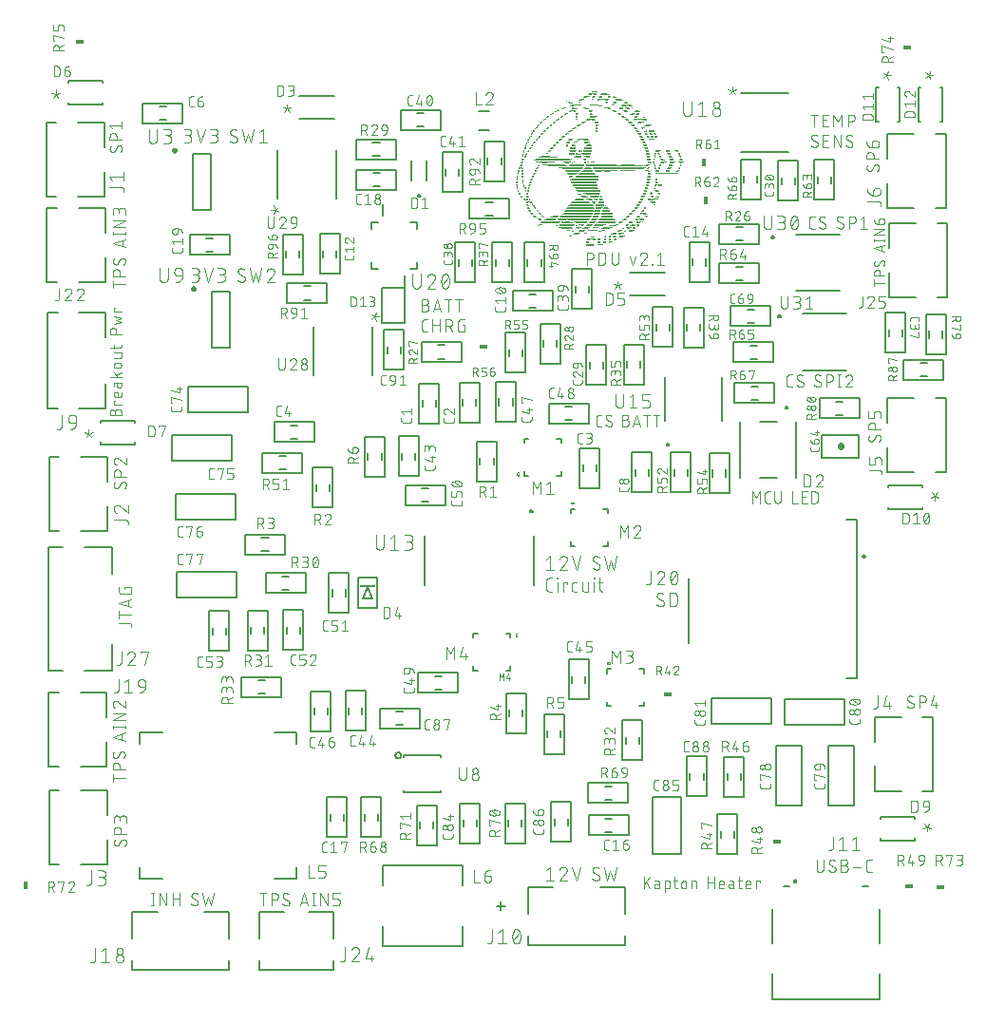
<source format=gbr>
G04 EAGLE Gerber RS-274X export*
G75*
%MOMM*%
%FSLAX34Y34*%
%LPD*%
%INSilkscreen Top*%
%IPPOS*%
%AMOC8*
5,1,8,0,0,1.08239X$1,22.5*%
G01*
%ADD10C,0.101600*%
%ADD11C,0.076200*%
%ADD12R,0.254000X0.084838*%
%ADD13R,0.678181X0.084581*%
%ADD14R,0.762000X0.084581*%
%ADD15R,0.508000X0.084581*%
%ADD16R,0.678181X0.084838*%
%ADD17R,0.254000X0.084581*%
%ADD18R,0.083819X0.084581*%
%ADD19R,0.337819X0.084581*%
%ADD20R,0.591819X0.084838*%
%ADD21R,0.170181X0.084581*%
%ADD22R,0.675638X0.084838*%
%ADD23R,0.170181X0.084838*%
%ADD24R,0.167637X0.084838*%
%ADD25R,0.340363X0.084581*%
%ADD26R,0.167637X0.084581*%
%ADD27R,0.421637X0.084838*%
%ADD28R,0.337819X0.084838*%
%ADD29R,0.424181X0.084581*%
%ADD30R,0.508000X0.084838*%
%ADD31R,0.932181X0.084838*%
%ADD32R,0.086363X0.084581*%
%ADD33R,0.421637X0.084581*%
%ADD34R,0.845819X0.084581*%
%ADD35R,0.594363X0.084838*%
%ADD36R,0.932181X0.084581*%
%ADD37R,1.186181X0.084581*%
%ADD38R,0.591819X0.084581*%
%ADD39R,0.929638X0.084581*%
%ADD40R,1.270000X0.084838*%
%ADD41R,0.762000X0.084838*%
%ADD42R,0.845819X0.084838*%
%ADD43R,0.083819X0.084838*%
%ADD44R,1.270000X0.084581*%
%ADD45R,1.353819X0.084581*%
%ADD46R,1.016000X0.084581*%
%ADD47R,1.694181X0.084581*%
%ADD48R,1.691638X0.084581*%
%ADD49R,1.610363X0.084581*%
%ADD50R,1.183638X0.084581*%
%ADD51R,1.607819X0.084581*%
%ADD52R,1.186181X0.084838*%
%ADD53R,1.440181X0.084838*%
%ADD54R,0.594363X0.084581*%
%ADD55R,1.861819X0.084581*%
%ADD56R,1.440181X0.084581*%
%ADD57R,2.877819X0.084581*%
%ADD58R,2.880362X0.084838*%
%ADD59R,2.794000X0.084581*%
%ADD60R,1.099819X0.084581*%
%ADD61R,0.340363X0.084838*%
%ADD62R,2.710181X0.084838*%
%ADD63R,1.099819X0.084838*%
%ADD64R,2.707638X0.084581*%
%ADD65R,2.623819X0.084581*%
%ADD66R,2.623819X0.084838*%
%ADD67R,0.848363X0.084838*%
%ADD68R,2.626362X0.084581*%
%ADD69R,0.675638X0.084581*%
%ADD70R,2.540000X0.084581*%
%ADD71R,0.086363X0.084838*%
%ADD72R,2.540000X0.084838*%
%ADD73R,2.456181X0.084581*%
%ADD74R,2.372362X0.084581*%
%ADD75R,2.372362X0.084838*%
%ADD76R,2.286000X0.084581*%
%ADD77R,2.115819X0.084581*%
%ADD78R,1.864363X0.084838*%
%ADD79R,1.524000X0.084581*%
%ADD80R,0.424181X0.084838*%
%ADD81R,0.848363X0.084581*%
%ADD82R,1.102363X0.084838*%
%ADD83R,1.778000X0.084838*%
%ADD84R,2.118362X0.084581*%
%ADD85R,2.032000X0.084838*%
%ADD86R,2.032000X0.084581*%
%ADD87R,2.115819X0.084838*%
%ADD88R,2.202181X0.084838*%
%ADD89R,2.456181X0.084838*%
%ADD90R,2.453638X0.084581*%
%ADD91R,2.286000X0.084838*%
%ADD92R,1.948181X0.084581*%
%ADD93R,1.694181X0.084838*%
%ADD94R,1.016000X0.084838*%
%ADD95R,1.524000X0.084838*%
%ADD96R,4.231638X0.084838*%
%ADD97R,1.778000X0.084581*%
%ADD98R,4.572000X0.084581*%
%ADD99R,2.202181X0.084581*%
%ADD100R,4.658362X0.084581*%
%ADD101R,4.826000X0.084838*%
%ADD102R,1.437638X0.084581*%
%ADD103R,1.102363X0.084581*%
%ADD104R,3.215638X0.084838*%
%ADD105R,7.449819X0.084838*%
%ADD106R,1.948181X0.084838*%
%ADD107R,3.302000X0.084581*%
%ADD108R,3.131819X0.084581*%
%ADD109C,0.177800*%
%ADD110C,0.558800*%
%ADD111C,0.127000*%
%ADD112C,0.203200*%
%ADD113C,0.152400*%
%ADD114C,0.050800*%
%ADD115C,0.200000*%
%ADD116R,1.400000X0.200000*%
%ADD117C,0.025400*%
%ADD118R,0.762000X0.457200*%
%ADD119R,0.457200X0.762000*%
%ADD120C,0.150000*%
%ADD121C,0.250000*%


D10*
X562806Y302262D02*
X562806Y313246D01*
X566467Y307144D01*
X570129Y313246D01*
X570129Y302262D01*
X575296Y302262D02*
X578347Y302262D01*
X578456Y302264D01*
X578565Y302270D01*
X578673Y302279D01*
X578781Y302293D01*
X578889Y302310D01*
X578996Y302332D01*
X579102Y302357D01*
X579207Y302386D01*
X579311Y302418D01*
X579413Y302454D01*
X579515Y302494D01*
X579614Y302538D01*
X579713Y302585D01*
X579809Y302635D01*
X579904Y302689D01*
X579996Y302746D01*
X580087Y302807D01*
X580175Y302871D01*
X580261Y302937D01*
X580345Y303007D01*
X580426Y303080D01*
X580504Y303156D01*
X580580Y303234D01*
X580653Y303315D01*
X580723Y303399D01*
X580789Y303485D01*
X580853Y303573D01*
X580914Y303664D01*
X580971Y303756D01*
X581025Y303851D01*
X581075Y303947D01*
X581122Y304046D01*
X581166Y304145D01*
X581206Y304247D01*
X581242Y304349D01*
X581274Y304453D01*
X581303Y304558D01*
X581328Y304664D01*
X581350Y304771D01*
X581367Y304879D01*
X581381Y304987D01*
X581390Y305095D01*
X581396Y305204D01*
X581398Y305313D01*
X581396Y305422D01*
X581390Y305531D01*
X581381Y305639D01*
X581367Y305747D01*
X581350Y305855D01*
X581328Y305962D01*
X581303Y306068D01*
X581274Y306173D01*
X581242Y306277D01*
X581206Y306379D01*
X581166Y306481D01*
X581122Y306580D01*
X581075Y306679D01*
X581025Y306775D01*
X580971Y306870D01*
X580914Y306962D01*
X580853Y307053D01*
X580789Y307141D01*
X580723Y307227D01*
X580653Y307311D01*
X580580Y307392D01*
X580504Y307470D01*
X580426Y307546D01*
X580345Y307619D01*
X580261Y307689D01*
X580175Y307755D01*
X580087Y307819D01*
X579996Y307880D01*
X579904Y307937D01*
X579809Y307991D01*
X579713Y308041D01*
X579614Y308088D01*
X579515Y308132D01*
X579413Y308172D01*
X579311Y308208D01*
X579207Y308240D01*
X579102Y308269D01*
X578996Y308294D01*
X578889Y308316D01*
X578781Y308333D01*
X578673Y308347D01*
X578565Y308356D01*
X578456Y308362D01*
X578347Y308364D01*
X578958Y313246D02*
X575296Y313246D01*
X578958Y313246D02*
X579055Y313244D01*
X579152Y313238D01*
X579249Y313229D01*
X579345Y313215D01*
X579440Y313198D01*
X579535Y313177D01*
X579629Y313152D01*
X579722Y313124D01*
X579813Y313091D01*
X579903Y313056D01*
X579992Y313016D01*
X580079Y312973D01*
X580164Y312927D01*
X580248Y312877D01*
X580329Y312824D01*
X580408Y312768D01*
X580485Y312709D01*
X580560Y312647D01*
X580632Y312582D01*
X580701Y312514D01*
X580768Y312443D01*
X580831Y312370D01*
X580892Y312294D01*
X580950Y312216D01*
X581004Y312136D01*
X581056Y312053D01*
X581104Y311969D01*
X581148Y311883D01*
X581189Y311795D01*
X581227Y311705D01*
X581261Y311614D01*
X581291Y311522D01*
X581318Y311429D01*
X581341Y311335D01*
X581360Y311239D01*
X581375Y311144D01*
X581387Y311047D01*
X581395Y310951D01*
X581399Y310854D01*
X581399Y310756D01*
X581395Y310659D01*
X581387Y310563D01*
X581375Y310466D01*
X581360Y310371D01*
X581341Y310275D01*
X581318Y310181D01*
X581291Y310088D01*
X581261Y309996D01*
X581227Y309905D01*
X581189Y309815D01*
X581148Y309727D01*
X581104Y309641D01*
X581056Y309557D01*
X581004Y309474D01*
X580950Y309394D01*
X580892Y309316D01*
X580831Y309240D01*
X580768Y309167D01*
X580701Y309096D01*
X580632Y309028D01*
X580560Y308963D01*
X580485Y308901D01*
X580408Y308842D01*
X580329Y308786D01*
X580248Y308733D01*
X580164Y308683D01*
X580079Y308637D01*
X579992Y308594D01*
X579903Y308554D01*
X579813Y308519D01*
X579722Y308486D01*
X579629Y308458D01*
X579535Y308433D01*
X579440Y308412D01*
X579345Y308395D01*
X579249Y308381D01*
X579152Y308372D01*
X579055Y308366D01*
X578958Y308364D01*
X576517Y308364D01*
X492008Y452766D02*
X492008Y463750D01*
X495669Y457648D01*
X499331Y463750D01*
X499331Y452766D01*
X504498Y461309D02*
X507549Y463750D01*
X507549Y452766D01*
X504498Y452766D02*
X510600Y452766D01*
X569716Y424828D02*
X569716Y413844D01*
X573377Y418726D02*
X569716Y424828D01*
X573377Y418726D02*
X577039Y424828D01*
X577039Y413844D01*
X585562Y424828D02*
X585665Y424826D01*
X585767Y424820D01*
X585869Y424811D01*
X585971Y424797D01*
X586073Y424780D01*
X586173Y424759D01*
X586273Y424734D01*
X586371Y424706D01*
X586469Y424674D01*
X586565Y424638D01*
X586660Y424599D01*
X586753Y424556D01*
X586845Y424510D01*
X586935Y424460D01*
X587023Y424407D01*
X587109Y424351D01*
X587193Y424291D01*
X587274Y424229D01*
X587353Y424163D01*
X587430Y424095D01*
X587504Y424024D01*
X587575Y423950D01*
X587643Y423873D01*
X587709Y423794D01*
X587771Y423713D01*
X587831Y423629D01*
X587887Y423543D01*
X587940Y423455D01*
X587990Y423365D01*
X588036Y423273D01*
X588079Y423180D01*
X588118Y423085D01*
X588154Y422989D01*
X588186Y422891D01*
X588214Y422793D01*
X588239Y422693D01*
X588260Y422593D01*
X588277Y422491D01*
X588291Y422389D01*
X588300Y422287D01*
X588306Y422185D01*
X588308Y422082D01*
X585562Y424828D02*
X585445Y424826D01*
X585329Y424820D01*
X585212Y424811D01*
X585096Y424797D01*
X584981Y424780D01*
X584866Y424759D01*
X584752Y424734D01*
X584639Y424705D01*
X584527Y424673D01*
X584416Y424637D01*
X584306Y424597D01*
X584197Y424553D01*
X584091Y424506D01*
X583985Y424456D01*
X583882Y424402D01*
X583780Y424345D01*
X583680Y424284D01*
X583582Y424220D01*
X583487Y424153D01*
X583394Y424083D01*
X583303Y424010D01*
X583214Y423933D01*
X583128Y423854D01*
X583045Y423772D01*
X582965Y423688D01*
X582887Y423601D01*
X582813Y423511D01*
X582741Y423419D01*
X582672Y423324D01*
X582607Y423227D01*
X582545Y423129D01*
X582486Y423028D01*
X582431Y422925D01*
X582378Y422821D01*
X582330Y422714D01*
X582285Y422607D01*
X582243Y422497D01*
X582206Y422387D01*
X587393Y419947D02*
X587467Y420019D01*
X587538Y420095D01*
X587607Y420173D01*
X587672Y420253D01*
X587735Y420336D01*
X587795Y420420D01*
X587852Y420507D01*
X587906Y420596D01*
X587957Y420687D01*
X588004Y420779D01*
X588049Y420873D01*
X588090Y420968D01*
X588127Y421065D01*
X588161Y421163D01*
X588192Y421262D01*
X588219Y421363D01*
X588242Y421464D01*
X588262Y421566D01*
X588279Y421668D01*
X588292Y421771D01*
X588301Y421875D01*
X588306Y421978D01*
X588308Y422082D01*
X587393Y419946D02*
X582206Y413844D01*
X588308Y413844D01*
X414948Y316624D02*
X414948Y305640D01*
X418609Y310522D02*
X414948Y316624D01*
X418609Y310522D02*
X422271Y316624D01*
X422271Y305640D01*
X427438Y308081D02*
X429879Y316624D01*
X427438Y308081D02*
X433540Y308081D01*
X431710Y310522D02*
X431710Y305640D01*
X745130Y126568D02*
X745130Y118635D01*
X745132Y118526D01*
X745138Y118417D01*
X745147Y118309D01*
X745161Y118201D01*
X745178Y118093D01*
X745200Y117986D01*
X745225Y117880D01*
X745254Y117775D01*
X745286Y117671D01*
X745322Y117569D01*
X745362Y117467D01*
X745406Y117368D01*
X745453Y117269D01*
X745503Y117173D01*
X745557Y117078D01*
X745614Y116986D01*
X745675Y116895D01*
X745739Y116807D01*
X745805Y116721D01*
X745875Y116637D01*
X745948Y116556D01*
X746024Y116478D01*
X746102Y116402D01*
X746183Y116329D01*
X746267Y116259D01*
X746353Y116193D01*
X746441Y116129D01*
X746532Y116068D01*
X746624Y116011D01*
X746719Y115957D01*
X746815Y115907D01*
X746914Y115860D01*
X747013Y115816D01*
X747115Y115776D01*
X747217Y115740D01*
X747321Y115708D01*
X747426Y115679D01*
X747532Y115654D01*
X747639Y115632D01*
X747747Y115615D01*
X747855Y115601D01*
X747963Y115592D01*
X748072Y115586D01*
X748181Y115584D01*
X748290Y115586D01*
X748399Y115592D01*
X748507Y115601D01*
X748615Y115615D01*
X748723Y115632D01*
X748830Y115654D01*
X748936Y115679D01*
X749041Y115708D01*
X749145Y115740D01*
X749247Y115776D01*
X749349Y115816D01*
X749448Y115860D01*
X749547Y115907D01*
X749643Y115957D01*
X749738Y116011D01*
X749830Y116068D01*
X749921Y116129D01*
X750009Y116193D01*
X750095Y116259D01*
X750179Y116329D01*
X750260Y116402D01*
X750338Y116478D01*
X750414Y116556D01*
X750487Y116637D01*
X750557Y116721D01*
X750623Y116807D01*
X750687Y116895D01*
X750748Y116986D01*
X750805Y117078D01*
X750859Y117173D01*
X750909Y117269D01*
X750956Y117368D01*
X751000Y117467D01*
X751040Y117569D01*
X751076Y117671D01*
X751108Y117775D01*
X751137Y117880D01*
X751162Y117986D01*
X751184Y118093D01*
X751201Y118201D01*
X751215Y118309D01*
X751224Y118417D01*
X751230Y118526D01*
X751232Y118635D01*
X751232Y126568D01*
X762032Y118025D02*
X762030Y117929D01*
X762024Y117833D01*
X762015Y117738D01*
X762002Y117643D01*
X761985Y117549D01*
X761965Y117455D01*
X761940Y117362D01*
X761913Y117271D01*
X761881Y117180D01*
X761846Y117091D01*
X761808Y117003D01*
X761766Y116917D01*
X761721Y116832D01*
X761672Y116750D01*
X761621Y116669D01*
X761566Y116590D01*
X761508Y116514D01*
X761447Y116440D01*
X761383Y116368D01*
X761317Y116299D01*
X761248Y116233D01*
X761176Y116169D01*
X761102Y116108D01*
X761026Y116050D01*
X760947Y115995D01*
X760866Y115944D01*
X760784Y115895D01*
X760699Y115850D01*
X760613Y115808D01*
X760525Y115770D01*
X760436Y115735D01*
X760345Y115703D01*
X760254Y115676D01*
X760161Y115651D01*
X760067Y115631D01*
X759973Y115614D01*
X759878Y115601D01*
X759783Y115592D01*
X759687Y115586D01*
X759591Y115584D01*
X759451Y115586D01*
X759310Y115592D01*
X759170Y115601D01*
X759031Y115615D01*
X758891Y115632D01*
X758752Y115653D01*
X758614Y115677D01*
X758477Y115706D01*
X758340Y115738D01*
X758204Y115774D01*
X758070Y115814D01*
X757936Y115857D01*
X757804Y115904D01*
X757673Y115954D01*
X757543Y116008D01*
X757415Y116066D01*
X757289Y116127D01*
X757164Y116191D01*
X757041Y116259D01*
X756920Y116330D01*
X756801Y116404D01*
X756684Y116482D01*
X756569Y116562D01*
X756457Y116646D01*
X756346Y116733D01*
X756238Y116823D01*
X756133Y116916D01*
X756030Y117011D01*
X755930Y117109D01*
X756235Y124127D02*
X756237Y124223D01*
X756243Y124319D01*
X756252Y124414D01*
X756265Y124509D01*
X756282Y124603D01*
X756302Y124697D01*
X756327Y124790D01*
X756354Y124881D01*
X756386Y124972D01*
X756421Y125061D01*
X756459Y125149D01*
X756501Y125235D01*
X756546Y125320D01*
X756595Y125402D01*
X756646Y125483D01*
X756701Y125562D01*
X756759Y125638D01*
X756820Y125712D01*
X756884Y125784D01*
X756950Y125853D01*
X757019Y125919D01*
X757091Y125983D01*
X757165Y126044D01*
X757241Y126102D01*
X757320Y126157D01*
X757401Y126208D01*
X757483Y126257D01*
X757568Y126302D01*
X757654Y126344D01*
X757742Y126382D01*
X757831Y126417D01*
X757922Y126449D01*
X758013Y126476D01*
X758106Y126501D01*
X758200Y126521D01*
X758294Y126538D01*
X758389Y126551D01*
X758485Y126560D01*
X758580Y126566D01*
X758676Y126568D01*
X758810Y126566D01*
X758944Y126560D01*
X759077Y126550D01*
X759210Y126537D01*
X759343Y126519D01*
X759475Y126498D01*
X759607Y126472D01*
X759737Y126443D01*
X759867Y126410D01*
X759996Y126374D01*
X760123Y126333D01*
X760250Y126289D01*
X760375Y126241D01*
X760498Y126190D01*
X760620Y126134D01*
X760741Y126076D01*
X760859Y126014D01*
X760976Y125948D01*
X761091Y125879D01*
X761203Y125807D01*
X761314Y125731D01*
X761422Y125653D01*
X757455Y121991D02*
X757371Y122043D01*
X757289Y122098D01*
X757209Y122157D01*
X757132Y122219D01*
X757057Y122283D01*
X756985Y122351D01*
X756915Y122421D01*
X756848Y122495D01*
X756785Y122570D01*
X756724Y122649D01*
X756667Y122729D01*
X756612Y122812D01*
X756562Y122897D01*
X756514Y122984D01*
X756470Y123073D01*
X756430Y123163D01*
X756393Y123255D01*
X756360Y123348D01*
X756331Y123443D01*
X756306Y123539D01*
X756284Y123635D01*
X756267Y123733D01*
X756253Y123831D01*
X756243Y123929D01*
X756237Y124028D01*
X756235Y124127D01*
X760812Y120161D02*
X760896Y120109D01*
X760978Y120054D01*
X761058Y119995D01*
X761135Y119933D01*
X761210Y119869D01*
X761282Y119801D01*
X761352Y119731D01*
X761419Y119657D01*
X761482Y119582D01*
X761543Y119503D01*
X761600Y119423D01*
X761655Y119340D01*
X761705Y119255D01*
X761753Y119168D01*
X761797Y119079D01*
X761837Y118989D01*
X761874Y118897D01*
X761907Y118804D01*
X761936Y118709D01*
X761961Y118613D01*
X761983Y118517D01*
X762000Y118419D01*
X762014Y118321D01*
X762024Y118223D01*
X762030Y118124D01*
X762032Y118025D01*
X760812Y120161D02*
X757456Y121991D01*
X766895Y121686D02*
X769946Y121686D01*
X770055Y121684D01*
X770164Y121678D01*
X770272Y121669D01*
X770380Y121655D01*
X770488Y121638D01*
X770595Y121616D01*
X770701Y121591D01*
X770806Y121562D01*
X770910Y121530D01*
X771012Y121494D01*
X771114Y121454D01*
X771213Y121410D01*
X771312Y121363D01*
X771408Y121313D01*
X771503Y121259D01*
X771595Y121202D01*
X771686Y121141D01*
X771774Y121077D01*
X771860Y121011D01*
X771944Y120941D01*
X772025Y120868D01*
X772103Y120792D01*
X772179Y120714D01*
X772252Y120633D01*
X772322Y120549D01*
X772388Y120463D01*
X772452Y120375D01*
X772513Y120284D01*
X772570Y120192D01*
X772624Y120097D01*
X772674Y120001D01*
X772721Y119902D01*
X772765Y119803D01*
X772805Y119701D01*
X772841Y119599D01*
X772873Y119495D01*
X772902Y119390D01*
X772927Y119284D01*
X772949Y119177D01*
X772966Y119069D01*
X772980Y118961D01*
X772989Y118853D01*
X772995Y118744D01*
X772997Y118635D01*
X772995Y118526D01*
X772989Y118417D01*
X772980Y118309D01*
X772966Y118201D01*
X772949Y118093D01*
X772927Y117986D01*
X772902Y117880D01*
X772873Y117775D01*
X772841Y117671D01*
X772805Y117569D01*
X772765Y117467D01*
X772721Y117368D01*
X772674Y117269D01*
X772624Y117173D01*
X772570Y117078D01*
X772513Y116986D01*
X772452Y116895D01*
X772388Y116807D01*
X772322Y116721D01*
X772252Y116637D01*
X772179Y116556D01*
X772103Y116478D01*
X772025Y116402D01*
X771944Y116329D01*
X771860Y116259D01*
X771774Y116193D01*
X771686Y116129D01*
X771595Y116068D01*
X771503Y116011D01*
X771408Y115957D01*
X771312Y115907D01*
X771213Y115860D01*
X771114Y115816D01*
X771012Y115776D01*
X770910Y115740D01*
X770806Y115708D01*
X770701Y115679D01*
X770595Y115654D01*
X770488Y115632D01*
X770380Y115615D01*
X770272Y115601D01*
X770164Y115592D01*
X770055Y115586D01*
X769946Y115584D01*
X766895Y115584D01*
X766895Y126568D01*
X769946Y126568D01*
X770043Y126566D01*
X770140Y126560D01*
X770237Y126551D01*
X770333Y126537D01*
X770428Y126520D01*
X770523Y126499D01*
X770617Y126474D01*
X770710Y126446D01*
X770801Y126413D01*
X770891Y126378D01*
X770980Y126338D01*
X771067Y126295D01*
X771152Y126249D01*
X771236Y126199D01*
X771317Y126146D01*
X771396Y126090D01*
X771473Y126031D01*
X771548Y125969D01*
X771620Y125904D01*
X771689Y125836D01*
X771756Y125765D01*
X771819Y125692D01*
X771880Y125616D01*
X771938Y125538D01*
X771992Y125458D01*
X772044Y125375D01*
X772092Y125291D01*
X772136Y125205D01*
X772177Y125117D01*
X772215Y125027D01*
X772249Y124936D01*
X772279Y124844D01*
X772306Y124751D01*
X772329Y124657D01*
X772348Y124561D01*
X772363Y124466D01*
X772375Y124369D01*
X772383Y124273D01*
X772387Y124176D01*
X772387Y124078D01*
X772383Y123981D01*
X772375Y123885D01*
X772363Y123788D01*
X772348Y123693D01*
X772329Y123597D01*
X772306Y123503D01*
X772279Y123410D01*
X772249Y123318D01*
X772215Y123227D01*
X772177Y123137D01*
X772136Y123049D01*
X772092Y122963D01*
X772044Y122879D01*
X771992Y122796D01*
X771938Y122716D01*
X771880Y122638D01*
X771819Y122562D01*
X771756Y122489D01*
X771689Y122418D01*
X771620Y122350D01*
X771548Y122285D01*
X771473Y122223D01*
X771396Y122164D01*
X771317Y122108D01*
X771236Y122055D01*
X771152Y122005D01*
X771067Y121959D01*
X770980Y121916D01*
X770891Y121876D01*
X770801Y121841D01*
X770710Y121808D01*
X770617Y121780D01*
X770523Y121755D01*
X770428Y121734D01*
X770333Y121717D01*
X770237Y121703D01*
X770140Y121694D01*
X770043Y121688D01*
X769946Y121686D01*
X777280Y119856D02*
X784602Y119856D01*
X791818Y115584D02*
X794259Y115584D01*
X791818Y115584D02*
X791722Y115586D01*
X791626Y115592D01*
X791531Y115601D01*
X791436Y115614D01*
X791342Y115631D01*
X791248Y115651D01*
X791155Y115676D01*
X791064Y115703D01*
X790973Y115735D01*
X790884Y115770D01*
X790796Y115808D01*
X790710Y115850D01*
X790625Y115895D01*
X790543Y115944D01*
X790462Y115995D01*
X790383Y116050D01*
X790307Y116108D01*
X790233Y116169D01*
X790161Y116233D01*
X790092Y116299D01*
X790026Y116368D01*
X789962Y116440D01*
X789901Y116514D01*
X789843Y116590D01*
X789788Y116669D01*
X789737Y116750D01*
X789688Y116832D01*
X789643Y116917D01*
X789601Y117003D01*
X789563Y117091D01*
X789528Y117180D01*
X789496Y117271D01*
X789469Y117362D01*
X789444Y117455D01*
X789424Y117549D01*
X789407Y117643D01*
X789394Y117738D01*
X789385Y117833D01*
X789379Y117929D01*
X789377Y118025D01*
X789378Y118025D02*
X789378Y124127D01*
X789380Y124225D01*
X789386Y124323D01*
X789396Y124421D01*
X789410Y124519D01*
X789427Y124615D01*
X789449Y124711D01*
X789474Y124806D01*
X789504Y124900D01*
X789537Y124993D01*
X789573Y125084D01*
X789614Y125173D01*
X789658Y125261D01*
X789705Y125347D01*
X789756Y125432D01*
X789810Y125514D01*
X789868Y125593D01*
X789928Y125671D01*
X789992Y125746D01*
X790059Y125818D01*
X790128Y125887D01*
X790200Y125954D01*
X790275Y126018D01*
X790353Y126078D01*
X790432Y126136D01*
X790514Y126190D01*
X790598Y126241D01*
X790685Y126288D01*
X790773Y126332D01*
X790862Y126373D01*
X790953Y126409D01*
X791046Y126442D01*
X791140Y126472D01*
X791235Y126497D01*
X791331Y126519D01*
X791427Y126536D01*
X791525Y126550D01*
X791623Y126560D01*
X791721Y126566D01*
X791819Y126568D01*
X791818Y126568D02*
X794259Y126568D01*
X829151Y261866D02*
X829247Y261868D01*
X829343Y261874D01*
X829438Y261883D01*
X829533Y261896D01*
X829627Y261913D01*
X829721Y261933D01*
X829814Y261958D01*
X829905Y261985D01*
X829996Y262017D01*
X830085Y262052D01*
X830173Y262090D01*
X830259Y262132D01*
X830344Y262177D01*
X830426Y262226D01*
X830507Y262277D01*
X830586Y262332D01*
X830662Y262390D01*
X830736Y262451D01*
X830808Y262515D01*
X830877Y262581D01*
X830943Y262650D01*
X831007Y262722D01*
X831068Y262796D01*
X831126Y262872D01*
X831181Y262951D01*
X831232Y263032D01*
X831281Y263114D01*
X831326Y263199D01*
X831368Y263285D01*
X831406Y263373D01*
X831441Y263462D01*
X831473Y263553D01*
X831500Y263644D01*
X831525Y263737D01*
X831545Y263831D01*
X831562Y263925D01*
X831575Y264020D01*
X831584Y264115D01*
X831590Y264211D01*
X831592Y264307D01*
X829151Y261866D02*
X829011Y261868D01*
X828870Y261874D01*
X828730Y261883D01*
X828591Y261897D01*
X828451Y261914D01*
X828312Y261935D01*
X828174Y261959D01*
X828037Y261988D01*
X827900Y262020D01*
X827764Y262056D01*
X827630Y262096D01*
X827496Y262139D01*
X827364Y262186D01*
X827233Y262236D01*
X827103Y262290D01*
X826975Y262348D01*
X826849Y262409D01*
X826724Y262473D01*
X826601Y262541D01*
X826480Y262612D01*
X826361Y262686D01*
X826244Y262764D01*
X826129Y262844D01*
X826017Y262928D01*
X825906Y263015D01*
X825798Y263105D01*
X825693Y263198D01*
X825590Y263293D01*
X825490Y263391D01*
X825795Y270409D02*
X825797Y270505D01*
X825803Y270601D01*
X825812Y270696D01*
X825825Y270791D01*
X825842Y270885D01*
X825862Y270979D01*
X825887Y271072D01*
X825914Y271163D01*
X825946Y271254D01*
X825981Y271343D01*
X826019Y271431D01*
X826061Y271517D01*
X826106Y271602D01*
X826155Y271684D01*
X826206Y271765D01*
X826261Y271844D01*
X826319Y271920D01*
X826380Y271994D01*
X826444Y272066D01*
X826510Y272135D01*
X826579Y272201D01*
X826651Y272265D01*
X826725Y272326D01*
X826801Y272384D01*
X826880Y272439D01*
X826961Y272490D01*
X827043Y272539D01*
X827128Y272584D01*
X827214Y272626D01*
X827302Y272664D01*
X827391Y272699D01*
X827482Y272731D01*
X827573Y272758D01*
X827666Y272783D01*
X827760Y272803D01*
X827854Y272820D01*
X827949Y272833D01*
X828045Y272842D01*
X828140Y272848D01*
X828236Y272850D01*
X828370Y272848D01*
X828504Y272842D01*
X828637Y272832D01*
X828770Y272819D01*
X828903Y272801D01*
X829035Y272780D01*
X829167Y272754D01*
X829297Y272725D01*
X829427Y272692D01*
X829556Y272656D01*
X829683Y272615D01*
X829810Y272571D01*
X829935Y272523D01*
X830058Y272472D01*
X830180Y272416D01*
X830301Y272358D01*
X830419Y272296D01*
X830536Y272230D01*
X830651Y272161D01*
X830763Y272089D01*
X830874Y272013D01*
X830982Y271935D01*
X827015Y268273D02*
X826931Y268325D01*
X826849Y268380D01*
X826769Y268439D01*
X826692Y268501D01*
X826617Y268565D01*
X826545Y268633D01*
X826475Y268703D01*
X826408Y268777D01*
X826345Y268852D01*
X826284Y268931D01*
X826227Y269011D01*
X826172Y269094D01*
X826122Y269179D01*
X826074Y269266D01*
X826030Y269355D01*
X825990Y269445D01*
X825953Y269537D01*
X825920Y269630D01*
X825891Y269725D01*
X825866Y269821D01*
X825844Y269917D01*
X825827Y270015D01*
X825813Y270113D01*
X825803Y270211D01*
X825797Y270310D01*
X825795Y270409D01*
X830372Y266443D02*
X830456Y266391D01*
X830538Y266336D01*
X830618Y266277D01*
X830695Y266215D01*
X830770Y266151D01*
X830842Y266083D01*
X830912Y266013D01*
X830979Y265939D01*
X831042Y265864D01*
X831103Y265785D01*
X831160Y265705D01*
X831215Y265622D01*
X831265Y265537D01*
X831313Y265450D01*
X831357Y265361D01*
X831397Y265271D01*
X831434Y265179D01*
X831467Y265086D01*
X831496Y264991D01*
X831521Y264895D01*
X831543Y264799D01*
X831560Y264701D01*
X831574Y264603D01*
X831584Y264505D01*
X831590Y264406D01*
X831592Y264307D01*
X830372Y266443D02*
X827016Y268273D01*
X836455Y272850D02*
X836455Y261866D01*
X836455Y272850D02*
X839506Y272850D01*
X839615Y272848D01*
X839724Y272842D01*
X839832Y272833D01*
X839940Y272819D01*
X840048Y272802D01*
X840155Y272780D01*
X840261Y272755D01*
X840366Y272726D01*
X840470Y272694D01*
X840572Y272658D01*
X840674Y272618D01*
X840773Y272574D01*
X840872Y272527D01*
X840968Y272477D01*
X841063Y272423D01*
X841155Y272366D01*
X841246Y272305D01*
X841334Y272241D01*
X841420Y272175D01*
X841504Y272105D01*
X841585Y272032D01*
X841663Y271956D01*
X841739Y271878D01*
X841812Y271797D01*
X841882Y271713D01*
X841948Y271627D01*
X842012Y271539D01*
X842073Y271448D01*
X842130Y271356D01*
X842184Y271261D01*
X842234Y271165D01*
X842281Y271066D01*
X842325Y270967D01*
X842365Y270865D01*
X842401Y270763D01*
X842433Y270659D01*
X842462Y270554D01*
X842487Y270448D01*
X842509Y270341D01*
X842526Y270233D01*
X842540Y270125D01*
X842549Y270017D01*
X842555Y269908D01*
X842557Y269799D01*
X842555Y269690D01*
X842549Y269581D01*
X842540Y269473D01*
X842526Y269365D01*
X842509Y269257D01*
X842487Y269150D01*
X842462Y269044D01*
X842433Y268939D01*
X842401Y268835D01*
X842365Y268733D01*
X842325Y268631D01*
X842281Y268532D01*
X842234Y268433D01*
X842184Y268337D01*
X842130Y268242D01*
X842073Y268150D01*
X842012Y268059D01*
X841948Y267971D01*
X841882Y267885D01*
X841812Y267801D01*
X841739Y267720D01*
X841663Y267642D01*
X841585Y267566D01*
X841504Y267493D01*
X841420Y267423D01*
X841334Y267357D01*
X841246Y267293D01*
X841155Y267232D01*
X841063Y267175D01*
X840968Y267121D01*
X840872Y267071D01*
X840773Y267024D01*
X840674Y266980D01*
X840572Y266940D01*
X840470Y266904D01*
X840366Y266872D01*
X840261Y266843D01*
X840155Y266818D01*
X840048Y266796D01*
X839940Y266779D01*
X839832Y266765D01*
X839724Y266756D01*
X839615Y266750D01*
X839506Y266748D01*
X836455Y266748D01*
X846730Y264307D02*
X849171Y272850D01*
X846730Y264307D02*
X852832Y264307D01*
X851001Y266748D02*
X851001Y261866D01*
X126020Y760767D02*
X126018Y760863D01*
X126012Y760959D01*
X126003Y761054D01*
X125990Y761149D01*
X125973Y761243D01*
X125953Y761337D01*
X125928Y761430D01*
X125901Y761521D01*
X125869Y761612D01*
X125834Y761701D01*
X125796Y761789D01*
X125754Y761875D01*
X125709Y761960D01*
X125660Y762042D01*
X125609Y762123D01*
X125554Y762202D01*
X125496Y762278D01*
X125435Y762352D01*
X125371Y762424D01*
X125305Y762493D01*
X125236Y762559D01*
X125164Y762623D01*
X125090Y762684D01*
X125014Y762742D01*
X124935Y762797D01*
X124854Y762848D01*
X124772Y762897D01*
X124687Y762942D01*
X124601Y762984D01*
X124513Y763022D01*
X124424Y763057D01*
X124333Y763089D01*
X124242Y763116D01*
X124149Y763141D01*
X124055Y763161D01*
X123961Y763178D01*
X123866Y763191D01*
X123771Y763200D01*
X123675Y763206D01*
X123579Y763208D01*
X126020Y760767D02*
X126018Y760627D01*
X126012Y760486D01*
X126003Y760346D01*
X125989Y760207D01*
X125972Y760067D01*
X125951Y759928D01*
X125927Y759790D01*
X125898Y759653D01*
X125866Y759516D01*
X125830Y759380D01*
X125790Y759246D01*
X125747Y759112D01*
X125700Y758980D01*
X125650Y758849D01*
X125596Y758719D01*
X125538Y758591D01*
X125477Y758465D01*
X125413Y758340D01*
X125345Y758217D01*
X125274Y758096D01*
X125200Y757977D01*
X125122Y757860D01*
X125042Y757745D01*
X124958Y757633D01*
X124871Y757522D01*
X124781Y757414D01*
X124688Y757309D01*
X124593Y757206D01*
X124495Y757106D01*
X117477Y757411D02*
X117381Y757413D01*
X117285Y757419D01*
X117190Y757428D01*
X117095Y757441D01*
X117001Y757458D01*
X116907Y757478D01*
X116814Y757503D01*
X116723Y757530D01*
X116632Y757562D01*
X116543Y757597D01*
X116455Y757635D01*
X116369Y757677D01*
X116284Y757722D01*
X116202Y757771D01*
X116121Y757822D01*
X116042Y757877D01*
X115966Y757935D01*
X115892Y757996D01*
X115820Y758060D01*
X115751Y758126D01*
X115685Y758195D01*
X115621Y758267D01*
X115560Y758341D01*
X115502Y758417D01*
X115447Y758496D01*
X115396Y758577D01*
X115347Y758659D01*
X115302Y758744D01*
X115260Y758830D01*
X115222Y758918D01*
X115187Y759007D01*
X115155Y759098D01*
X115128Y759189D01*
X115103Y759282D01*
X115083Y759376D01*
X115066Y759470D01*
X115053Y759565D01*
X115044Y759660D01*
X115038Y759756D01*
X115036Y759852D01*
X115038Y759986D01*
X115044Y760120D01*
X115054Y760253D01*
X115067Y760386D01*
X115085Y760519D01*
X115106Y760651D01*
X115132Y760783D01*
X115161Y760913D01*
X115194Y761043D01*
X115230Y761172D01*
X115271Y761299D01*
X115315Y761426D01*
X115363Y761551D01*
X115414Y761674D01*
X115470Y761796D01*
X115528Y761917D01*
X115590Y762035D01*
X115656Y762152D01*
X115725Y762267D01*
X115797Y762379D01*
X115873Y762490D01*
X115951Y762598D01*
X119613Y758631D02*
X119561Y758547D01*
X119506Y758465D01*
X119447Y758385D01*
X119385Y758308D01*
X119321Y758233D01*
X119253Y758161D01*
X119183Y758091D01*
X119109Y758024D01*
X119034Y757961D01*
X118955Y757900D01*
X118875Y757843D01*
X118792Y757788D01*
X118707Y757738D01*
X118620Y757690D01*
X118531Y757646D01*
X118441Y757606D01*
X118349Y757569D01*
X118256Y757536D01*
X118161Y757507D01*
X118065Y757482D01*
X117969Y757460D01*
X117871Y757443D01*
X117773Y757429D01*
X117675Y757419D01*
X117576Y757413D01*
X117477Y757411D01*
X121443Y761988D02*
X121495Y762072D01*
X121550Y762154D01*
X121609Y762234D01*
X121671Y762311D01*
X121735Y762386D01*
X121803Y762458D01*
X121873Y762528D01*
X121947Y762595D01*
X122022Y762658D01*
X122101Y762719D01*
X122181Y762776D01*
X122264Y762831D01*
X122349Y762881D01*
X122436Y762929D01*
X122525Y762973D01*
X122615Y763013D01*
X122707Y763050D01*
X122800Y763083D01*
X122895Y763112D01*
X122991Y763137D01*
X123087Y763159D01*
X123185Y763176D01*
X123283Y763190D01*
X123381Y763200D01*
X123480Y763206D01*
X123579Y763208D01*
X121443Y761988D02*
X119613Y758632D01*
X115036Y768071D02*
X126020Y768071D01*
X115036Y768071D02*
X115036Y771122D01*
X115038Y771231D01*
X115044Y771340D01*
X115053Y771448D01*
X115067Y771556D01*
X115084Y771664D01*
X115106Y771771D01*
X115131Y771877D01*
X115160Y771982D01*
X115192Y772086D01*
X115228Y772188D01*
X115268Y772290D01*
X115312Y772389D01*
X115359Y772488D01*
X115409Y772584D01*
X115463Y772679D01*
X115520Y772771D01*
X115581Y772862D01*
X115645Y772950D01*
X115711Y773036D01*
X115781Y773120D01*
X115854Y773201D01*
X115930Y773279D01*
X116008Y773355D01*
X116089Y773428D01*
X116173Y773498D01*
X116259Y773564D01*
X116347Y773628D01*
X116438Y773689D01*
X116530Y773746D01*
X116625Y773800D01*
X116721Y773850D01*
X116820Y773897D01*
X116919Y773941D01*
X117021Y773981D01*
X117123Y774017D01*
X117227Y774049D01*
X117332Y774078D01*
X117438Y774103D01*
X117545Y774125D01*
X117653Y774142D01*
X117761Y774156D01*
X117869Y774165D01*
X117978Y774171D01*
X118087Y774173D01*
X118196Y774171D01*
X118305Y774165D01*
X118413Y774156D01*
X118521Y774142D01*
X118629Y774125D01*
X118736Y774103D01*
X118842Y774078D01*
X118947Y774049D01*
X119051Y774017D01*
X119153Y773981D01*
X119255Y773941D01*
X119354Y773897D01*
X119453Y773850D01*
X119549Y773800D01*
X119644Y773746D01*
X119736Y773689D01*
X119827Y773628D01*
X119915Y773564D01*
X120001Y773498D01*
X120085Y773428D01*
X120166Y773355D01*
X120244Y773279D01*
X120320Y773201D01*
X120393Y773120D01*
X120463Y773036D01*
X120529Y772950D01*
X120593Y772862D01*
X120654Y772771D01*
X120711Y772679D01*
X120765Y772584D01*
X120815Y772488D01*
X120862Y772389D01*
X120906Y772290D01*
X120946Y772188D01*
X120982Y772086D01*
X121014Y771982D01*
X121043Y771877D01*
X121068Y771771D01*
X121090Y771664D01*
X121107Y771556D01*
X121121Y771448D01*
X121130Y771340D01*
X121136Y771231D01*
X121138Y771122D01*
X121138Y768071D01*
X117477Y778346D02*
X115036Y781397D01*
X126020Y781397D01*
X126020Y778346D02*
X126020Y784448D01*
X181102Y765810D02*
X184431Y765810D01*
X184545Y765812D01*
X184658Y765818D01*
X184771Y765827D01*
X184884Y765841D01*
X184997Y765858D01*
X185108Y765880D01*
X185219Y765905D01*
X185329Y765933D01*
X185438Y765966D01*
X185546Y766002D01*
X185652Y766042D01*
X185757Y766086D01*
X185861Y766133D01*
X185963Y766183D01*
X186063Y766237D01*
X186161Y766295D01*
X186257Y766355D01*
X186351Y766419D01*
X186443Y766486D01*
X186532Y766557D01*
X186619Y766630D01*
X186703Y766706D01*
X186785Y766785D01*
X186864Y766867D01*
X186940Y766951D01*
X187013Y767038D01*
X187084Y767127D01*
X187151Y767219D01*
X187215Y767313D01*
X187275Y767409D01*
X187333Y767507D01*
X187387Y767607D01*
X187437Y767709D01*
X187484Y767813D01*
X187528Y767918D01*
X187568Y768024D01*
X187604Y768132D01*
X187637Y768241D01*
X187665Y768351D01*
X187690Y768462D01*
X187712Y768573D01*
X187729Y768686D01*
X187743Y768799D01*
X187752Y768912D01*
X187758Y769025D01*
X187760Y769139D01*
X187758Y769253D01*
X187752Y769366D01*
X187743Y769479D01*
X187729Y769592D01*
X187712Y769705D01*
X187690Y769816D01*
X187665Y769927D01*
X187637Y770037D01*
X187604Y770146D01*
X187568Y770254D01*
X187528Y770360D01*
X187484Y770465D01*
X187437Y770569D01*
X187387Y770671D01*
X187333Y770771D01*
X187275Y770869D01*
X187215Y770965D01*
X187151Y771059D01*
X187084Y771151D01*
X187013Y771240D01*
X186940Y771327D01*
X186864Y771411D01*
X186785Y771493D01*
X186703Y771572D01*
X186619Y771648D01*
X186532Y771721D01*
X186443Y771792D01*
X186351Y771859D01*
X186257Y771923D01*
X186161Y771983D01*
X186063Y772041D01*
X185963Y772095D01*
X185861Y772145D01*
X185757Y772192D01*
X185652Y772236D01*
X185546Y772276D01*
X185438Y772312D01*
X185329Y772345D01*
X185219Y772373D01*
X185108Y772398D01*
X184997Y772420D01*
X184884Y772437D01*
X184771Y772451D01*
X184658Y772460D01*
X184545Y772466D01*
X184431Y772468D01*
X185097Y777794D02*
X181102Y777794D01*
X185097Y777794D02*
X185199Y777792D01*
X185301Y777786D01*
X185402Y777776D01*
X185504Y777763D01*
X185604Y777745D01*
X185704Y777724D01*
X185803Y777699D01*
X185900Y777670D01*
X185997Y777637D01*
X186092Y777601D01*
X186186Y777561D01*
X186279Y777517D01*
X186369Y777470D01*
X186458Y777420D01*
X186545Y777366D01*
X186629Y777309D01*
X186711Y777249D01*
X186791Y777185D01*
X186869Y777119D01*
X186944Y777050D01*
X187016Y776978D01*
X187085Y776903D01*
X187151Y776825D01*
X187215Y776745D01*
X187275Y776663D01*
X187332Y776579D01*
X187386Y776492D01*
X187436Y776403D01*
X187483Y776313D01*
X187527Y776220D01*
X187567Y776126D01*
X187603Y776031D01*
X187636Y775934D01*
X187665Y775837D01*
X187690Y775738D01*
X187711Y775638D01*
X187729Y775538D01*
X187742Y775436D01*
X187752Y775335D01*
X187758Y775233D01*
X187760Y775131D01*
X187758Y775029D01*
X187752Y774927D01*
X187742Y774826D01*
X187729Y774724D01*
X187711Y774624D01*
X187690Y774524D01*
X187665Y774425D01*
X187636Y774328D01*
X187603Y774231D01*
X187567Y774136D01*
X187527Y774042D01*
X187483Y773949D01*
X187436Y773859D01*
X187386Y773770D01*
X187332Y773683D01*
X187275Y773599D01*
X187215Y773517D01*
X187151Y773437D01*
X187085Y773359D01*
X187016Y773284D01*
X186944Y773212D01*
X186869Y773143D01*
X186791Y773077D01*
X186711Y773013D01*
X186629Y772953D01*
X186545Y772896D01*
X186458Y772842D01*
X186369Y772792D01*
X186279Y772745D01*
X186186Y772701D01*
X186092Y772661D01*
X185997Y772625D01*
X185900Y772592D01*
X185803Y772563D01*
X185704Y772538D01*
X185604Y772517D01*
X185504Y772499D01*
X185402Y772486D01*
X185301Y772476D01*
X185199Y772470D01*
X185097Y772468D01*
X182434Y772468D01*
X192136Y777794D02*
X196131Y765810D01*
X200126Y777794D01*
X204502Y765810D02*
X207831Y765810D01*
X207945Y765812D01*
X208058Y765818D01*
X208171Y765827D01*
X208284Y765841D01*
X208397Y765858D01*
X208508Y765880D01*
X208619Y765905D01*
X208729Y765933D01*
X208838Y765966D01*
X208946Y766002D01*
X209052Y766042D01*
X209157Y766086D01*
X209261Y766133D01*
X209363Y766183D01*
X209463Y766237D01*
X209561Y766295D01*
X209657Y766355D01*
X209751Y766419D01*
X209843Y766486D01*
X209932Y766557D01*
X210019Y766630D01*
X210103Y766706D01*
X210185Y766785D01*
X210264Y766867D01*
X210340Y766951D01*
X210413Y767038D01*
X210484Y767127D01*
X210551Y767219D01*
X210615Y767313D01*
X210675Y767409D01*
X210733Y767507D01*
X210787Y767607D01*
X210837Y767709D01*
X210884Y767813D01*
X210928Y767918D01*
X210968Y768024D01*
X211004Y768132D01*
X211037Y768241D01*
X211065Y768351D01*
X211090Y768462D01*
X211112Y768573D01*
X211129Y768686D01*
X211143Y768799D01*
X211152Y768912D01*
X211158Y769025D01*
X211160Y769139D01*
X211158Y769253D01*
X211152Y769366D01*
X211143Y769479D01*
X211129Y769592D01*
X211112Y769705D01*
X211090Y769816D01*
X211065Y769927D01*
X211037Y770037D01*
X211004Y770146D01*
X210968Y770254D01*
X210928Y770360D01*
X210884Y770465D01*
X210837Y770569D01*
X210787Y770671D01*
X210733Y770771D01*
X210675Y770869D01*
X210615Y770965D01*
X210551Y771059D01*
X210484Y771151D01*
X210413Y771240D01*
X210340Y771327D01*
X210264Y771411D01*
X210185Y771493D01*
X210103Y771572D01*
X210019Y771648D01*
X209932Y771721D01*
X209843Y771792D01*
X209751Y771859D01*
X209657Y771923D01*
X209561Y771983D01*
X209463Y772041D01*
X209363Y772095D01*
X209261Y772145D01*
X209157Y772192D01*
X209052Y772236D01*
X208946Y772276D01*
X208838Y772312D01*
X208729Y772345D01*
X208619Y772373D01*
X208508Y772398D01*
X208397Y772420D01*
X208284Y772437D01*
X208171Y772451D01*
X208058Y772460D01*
X207945Y772466D01*
X207831Y772468D01*
X208497Y777794D02*
X204502Y777794D01*
X208497Y777794D02*
X208599Y777792D01*
X208701Y777786D01*
X208802Y777776D01*
X208904Y777763D01*
X209004Y777745D01*
X209104Y777724D01*
X209203Y777699D01*
X209300Y777670D01*
X209397Y777637D01*
X209492Y777601D01*
X209586Y777561D01*
X209679Y777517D01*
X209769Y777470D01*
X209858Y777420D01*
X209945Y777366D01*
X210029Y777309D01*
X210111Y777249D01*
X210191Y777185D01*
X210269Y777119D01*
X210344Y777050D01*
X210416Y776978D01*
X210485Y776903D01*
X210551Y776825D01*
X210615Y776745D01*
X210675Y776663D01*
X210732Y776579D01*
X210786Y776492D01*
X210836Y776403D01*
X210883Y776313D01*
X210927Y776220D01*
X210967Y776126D01*
X211003Y776031D01*
X211036Y775934D01*
X211065Y775837D01*
X211090Y775738D01*
X211111Y775638D01*
X211129Y775538D01*
X211142Y775436D01*
X211152Y775335D01*
X211158Y775233D01*
X211160Y775131D01*
X211158Y775029D01*
X211152Y774927D01*
X211142Y774826D01*
X211129Y774724D01*
X211111Y774624D01*
X211090Y774524D01*
X211065Y774425D01*
X211036Y774328D01*
X211003Y774231D01*
X210967Y774136D01*
X210927Y774042D01*
X210883Y773949D01*
X210836Y773859D01*
X210786Y773770D01*
X210732Y773683D01*
X210675Y773599D01*
X210615Y773517D01*
X210551Y773437D01*
X210485Y773359D01*
X210416Y773284D01*
X210344Y773212D01*
X210269Y773143D01*
X210191Y773077D01*
X210111Y773013D01*
X210029Y772953D01*
X209945Y772896D01*
X209858Y772842D01*
X209769Y772792D01*
X209679Y772745D01*
X209586Y772701D01*
X209492Y772661D01*
X209397Y772625D01*
X209300Y772592D01*
X209203Y772563D01*
X209104Y772538D01*
X209004Y772517D01*
X208904Y772499D01*
X208802Y772486D01*
X208701Y772476D01*
X208599Y772470D01*
X208497Y772468D01*
X205834Y772468D01*
X226047Y765810D02*
X226149Y765812D01*
X226251Y765818D01*
X226352Y765828D01*
X226454Y765841D01*
X226554Y765859D01*
X226654Y765880D01*
X226753Y765905D01*
X226851Y765934D01*
X226947Y765967D01*
X227042Y766003D01*
X227136Y766043D01*
X227229Y766087D01*
X227319Y766134D01*
X227408Y766184D01*
X227495Y766238D01*
X227579Y766295D01*
X227661Y766355D01*
X227741Y766419D01*
X227819Y766485D01*
X227894Y766554D01*
X227966Y766626D01*
X228035Y766701D01*
X228101Y766779D01*
X228165Y766859D01*
X228225Y766941D01*
X228282Y767025D01*
X228336Y767112D01*
X228386Y767201D01*
X228433Y767291D01*
X228477Y767384D01*
X228517Y767478D01*
X228553Y767573D01*
X228586Y767670D01*
X228615Y767767D01*
X228640Y767866D01*
X228661Y767966D01*
X228679Y768066D01*
X228692Y768168D01*
X228702Y768269D01*
X228708Y768371D01*
X228710Y768473D01*
X226047Y765810D02*
X225899Y765812D01*
X225751Y765818D01*
X225603Y765828D01*
X225456Y765841D01*
X225309Y765859D01*
X225162Y765880D01*
X225016Y765905D01*
X224871Y765934D01*
X224727Y765967D01*
X224583Y766004D01*
X224441Y766044D01*
X224300Y766088D01*
X224159Y766136D01*
X224021Y766188D01*
X223883Y766243D01*
X223747Y766302D01*
X223613Y766364D01*
X223480Y766430D01*
X223349Y766499D01*
X223220Y766572D01*
X223093Y766648D01*
X222968Y766727D01*
X222846Y766810D01*
X222725Y766896D01*
X222607Y766985D01*
X222491Y767077D01*
X222377Y767172D01*
X222266Y767270D01*
X222158Y767371D01*
X222052Y767475D01*
X222385Y775131D02*
X222387Y775233D01*
X222393Y775335D01*
X222403Y775436D01*
X222416Y775538D01*
X222434Y775638D01*
X222455Y775738D01*
X222480Y775837D01*
X222509Y775934D01*
X222542Y776031D01*
X222578Y776126D01*
X222618Y776220D01*
X222662Y776313D01*
X222709Y776403D01*
X222759Y776492D01*
X222813Y776579D01*
X222870Y776663D01*
X222930Y776745D01*
X222994Y776825D01*
X223060Y776903D01*
X223129Y776978D01*
X223201Y777050D01*
X223276Y777119D01*
X223354Y777185D01*
X223434Y777249D01*
X223516Y777309D01*
X223600Y777366D01*
X223687Y777420D01*
X223776Y777470D01*
X223866Y777517D01*
X223959Y777561D01*
X224053Y777601D01*
X224148Y777637D01*
X224245Y777670D01*
X224342Y777699D01*
X224441Y777724D01*
X224541Y777745D01*
X224641Y777763D01*
X224743Y777776D01*
X224844Y777786D01*
X224946Y777792D01*
X225048Y777794D01*
X225188Y777792D01*
X225327Y777786D01*
X225467Y777776D01*
X225606Y777763D01*
X225744Y777745D01*
X225882Y777724D01*
X226020Y777699D01*
X226156Y777669D01*
X226292Y777637D01*
X226427Y777600D01*
X226561Y777559D01*
X226693Y777515D01*
X226824Y777467D01*
X226954Y777416D01*
X227083Y777361D01*
X227209Y777302D01*
X227334Y777240D01*
X227458Y777174D01*
X227579Y777105D01*
X227698Y777032D01*
X227816Y776957D01*
X227931Y776878D01*
X228044Y776795D01*
X223717Y772801D02*
X223631Y772853D01*
X223548Y772909D01*
X223466Y772967D01*
X223387Y773029D01*
X223311Y773094D01*
X223236Y773161D01*
X223165Y773231D01*
X223095Y773304D01*
X223029Y773379D01*
X222966Y773457D01*
X222905Y773537D01*
X222847Y773619D01*
X222793Y773703D01*
X222741Y773789D01*
X222693Y773877D01*
X222648Y773967D01*
X222607Y774058D01*
X222569Y774151D01*
X222534Y774245D01*
X222503Y774340D01*
X222476Y774437D01*
X222452Y774534D01*
X222431Y774632D01*
X222415Y774731D01*
X222402Y774831D01*
X222392Y774931D01*
X222387Y775031D01*
X222385Y775131D01*
X227378Y770803D02*
X227464Y770751D01*
X227547Y770695D01*
X227629Y770637D01*
X227708Y770575D01*
X227784Y770510D01*
X227859Y770443D01*
X227930Y770373D01*
X228000Y770300D01*
X228066Y770225D01*
X228129Y770147D01*
X228190Y770067D01*
X228248Y769985D01*
X228302Y769901D01*
X228354Y769815D01*
X228402Y769727D01*
X228447Y769637D01*
X228488Y769546D01*
X228526Y769453D01*
X228561Y769359D01*
X228592Y769264D01*
X228619Y769167D01*
X228643Y769070D01*
X228664Y768972D01*
X228680Y768873D01*
X228693Y768773D01*
X228703Y768673D01*
X228708Y768573D01*
X228710Y768473D01*
X227378Y770803D02*
X223716Y772801D01*
X232925Y777794D02*
X235588Y765810D01*
X238251Y773799D01*
X240914Y765810D01*
X243577Y777794D01*
X248182Y775131D02*
X251511Y777794D01*
X251511Y765810D01*
X248182Y765810D02*
X254840Y765810D01*
X128860Y639273D02*
X117876Y639273D01*
X117876Y636222D02*
X117876Y642324D01*
X117876Y646827D02*
X128860Y646827D01*
X117876Y646827D02*
X117876Y649878D01*
X117878Y649987D01*
X117884Y650096D01*
X117893Y650204D01*
X117907Y650312D01*
X117924Y650420D01*
X117946Y650527D01*
X117971Y650633D01*
X118000Y650738D01*
X118032Y650842D01*
X118068Y650944D01*
X118108Y651046D01*
X118152Y651145D01*
X118199Y651244D01*
X118249Y651340D01*
X118303Y651435D01*
X118360Y651527D01*
X118421Y651618D01*
X118485Y651706D01*
X118551Y651792D01*
X118621Y651876D01*
X118694Y651957D01*
X118770Y652035D01*
X118848Y652111D01*
X118929Y652184D01*
X119013Y652254D01*
X119099Y652320D01*
X119187Y652384D01*
X119278Y652445D01*
X119370Y652502D01*
X119465Y652556D01*
X119561Y652606D01*
X119660Y652653D01*
X119759Y652697D01*
X119861Y652737D01*
X119963Y652773D01*
X120067Y652805D01*
X120172Y652834D01*
X120278Y652859D01*
X120385Y652881D01*
X120493Y652898D01*
X120601Y652912D01*
X120709Y652921D01*
X120818Y652927D01*
X120927Y652929D01*
X121036Y652927D01*
X121145Y652921D01*
X121253Y652912D01*
X121361Y652898D01*
X121469Y652881D01*
X121576Y652859D01*
X121682Y652834D01*
X121787Y652805D01*
X121891Y652773D01*
X121993Y652737D01*
X122095Y652697D01*
X122194Y652653D01*
X122293Y652606D01*
X122389Y652556D01*
X122484Y652502D01*
X122576Y652445D01*
X122667Y652384D01*
X122755Y652320D01*
X122841Y652254D01*
X122925Y652184D01*
X123006Y652111D01*
X123084Y652035D01*
X123160Y651957D01*
X123233Y651876D01*
X123303Y651792D01*
X123369Y651706D01*
X123433Y651618D01*
X123494Y651527D01*
X123551Y651435D01*
X123605Y651340D01*
X123655Y651244D01*
X123702Y651145D01*
X123746Y651046D01*
X123786Y650944D01*
X123822Y650842D01*
X123854Y650738D01*
X123883Y650633D01*
X123908Y650527D01*
X123930Y650420D01*
X123947Y650312D01*
X123961Y650204D01*
X123970Y650096D01*
X123976Y649987D01*
X123978Y649878D01*
X123978Y646827D01*
X128860Y660403D02*
X128858Y660499D01*
X128852Y660595D01*
X128843Y660690D01*
X128830Y660785D01*
X128813Y660879D01*
X128793Y660973D01*
X128768Y661066D01*
X128741Y661157D01*
X128709Y661248D01*
X128674Y661337D01*
X128636Y661425D01*
X128594Y661511D01*
X128549Y661596D01*
X128500Y661678D01*
X128449Y661759D01*
X128394Y661838D01*
X128336Y661914D01*
X128275Y661988D01*
X128211Y662060D01*
X128145Y662129D01*
X128076Y662195D01*
X128004Y662259D01*
X127930Y662320D01*
X127854Y662378D01*
X127775Y662433D01*
X127694Y662484D01*
X127612Y662533D01*
X127527Y662578D01*
X127441Y662620D01*
X127353Y662658D01*
X127264Y662693D01*
X127173Y662725D01*
X127082Y662752D01*
X126989Y662777D01*
X126895Y662797D01*
X126801Y662814D01*
X126706Y662827D01*
X126611Y662836D01*
X126515Y662842D01*
X126419Y662844D01*
X128860Y660403D02*
X128858Y660263D01*
X128852Y660122D01*
X128843Y659982D01*
X128829Y659843D01*
X128812Y659703D01*
X128791Y659564D01*
X128767Y659426D01*
X128738Y659289D01*
X128706Y659152D01*
X128670Y659016D01*
X128630Y658882D01*
X128587Y658748D01*
X128540Y658616D01*
X128490Y658485D01*
X128436Y658355D01*
X128378Y658227D01*
X128317Y658101D01*
X128253Y657976D01*
X128185Y657853D01*
X128114Y657732D01*
X128040Y657613D01*
X127962Y657496D01*
X127882Y657381D01*
X127798Y657269D01*
X127711Y657158D01*
X127621Y657050D01*
X127528Y656945D01*
X127433Y656842D01*
X127335Y656742D01*
X120317Y657047D02*
X120221Y657049D01*
X120125Y657055D01*
X120030Y657064D01*
X119935Y657077D01*
X119841Y657094D01*
X119747Y657114D01*
X119654Y657139D01*
X119563Y657166D01*
X119472Y657198D01*
X119383Y657233D01*
X119295Y657271D01*
X119209Y657313D01*
X119124Y657358D01*
X119042Y657407D01*
X118961Y657458D01*
X118882Y657513D01*
X118806Y657571D01*
X118732Y657632D01*
X118660Y657696D01*
X118591Y657762D01*
X118525Y657831D01*
X118461Y657903D01*
X118400Y657977D01*
X118342Y658053D01*
X118287Y658132D01*
X118236Y658213D01*
X118187Y658295D01*
X118142Y658380D01*
X118100Y658466D01*
X118062Y658554D01*
X118027Y658643D01*
X117995Y658734D01*
X117968Y658825D01*
X117943Y658918D01*
X117923Y659012D01*
X117906Y659106D01*
X117893Y659201D01*
X117884Y659296D01*
X117878Y659392D01*
X117876Y659488D01*
X117878Y659622D01*
X117884Y659756D01*
X117894Y659889D01*
X117907Y660022D01*
X117925Y660155D01*
X117946Y660287D01*
X117972Y660419D01*
X118001Y660549D01*
X118034Y660679D01*
X118070Y660808D01*
X118111Y660935D01*
X118155Y661062D01*
X118203Y661187D01*
X118254Y661310D01*
X118310Y661432D01*
X118368Y661553D01*
X118430Y661671D01*
X118496Y661788D01*
X118565Y661903D01*
X118637Y662015D01*
X118713Y662126D01*
X118791Y662234D01*
X122453Y658267D02*
X122401Y658183D01*
X122346Y658101D01*
X122287Y658021D01*
X122225Y657944D01*
X122161Y657869D01*
X122093Y657797D01*
X122023Y657727D01*
X121949Y657660D01*
X121874Y657597D01*
X121795Y657536D01*
X121715Y657479D01*
X121632Y657424D01*
X121547Y657374D01*
X121460Y657326D01*
X121371Y657282D01*
X121281Y657242D01*
X121189Y657205D01*
X121096Y657172D01*
X121001Y657143D01*
X120905Y657118D01*
X120809Y657096D01*
X120711Y657079D01*
X120613Y657065D01*
X120515Y657055D01*
X120416Y657049D01*
X120317Y657047D01*
X124283Y661624D02*
X124335Y661708D01*
X124390Y661790D01*
X124449Y661870D01*
X124511Y661947D01*
X124575Y662022D01*
X124643Y662094D01*
X124713Y662164D01*
X124787Y662231D01*
X124862Y662294D01*
X124941Y662355D01*
X125021Y662412D01*
X125104Y662467D01*
X125189Y662517D01*
X125276Y662565D01*
X125365Y662609D01*
X125455Y662649D01*
X125547Y662686D01*
X125640Y662719D01*
X125735Y662748D01*
X125831Y662773D01*
X125927Y662795D01*
X126025Y662812D01*
X126123Y662826D01*
X126221Y662836D01*
X126320Y662842D01*
X126419Y662844D01*
X124283Y661624D02*
X122453Y658267D01*
X128860Y672332D02*
X117876Y675993D01*
X128860Y679654D01*
X126114Y678739D02*
X126114Y673247D01*
X128860Y684633D02*
X117876Y684633D01*
X128860Y683413D02*
X128860Y685853D01*
X117876Y685853D02*
X117876Y683413D01*
X117876Y690582D02*
X128860Y690582D01*
X128860Y696684D02*
X117876Y690582D01*
X117876Y696684D02*
X128860Y696684D01*
X128860Y701742D02*
X128860Y704793D01*
X128858Y704902D01*
X128852Y705011D01*
X128843Y705119D01*
X128829Y705227D01*
X128812Y705335D01*
X128790Y705442D01*
X128765Y705548D01*
X128736Y705653D01*
X128704Y705757D01*
X128668Y705859D01*
X128628Y705961D01*
X128584Y706060D01*
X128537Y706159D01*
X128487Y706255D01*
X128433Y706350D01*
X128376Y706442D01*
X128315Y706533D01*
X128251Y706621D01*
X128185Y706707D01*
X128115Y706791D01*
X128042Y706872D01*
X127966Y706950D01*
X127888Y707026D01*
X127807Y707099D01*
X127723Y707169D01*
X127637Y707235D01*
X127549Y707299D01*
X127458Y707360D01*
X127366Y707417D01*
X127271Y707471D01*
X127175Y707521D01*
X127076Y707568D01*
X126977Y707612D01*
X126875Y707652D01*
X126773Y707688D01*
X126669Y707720D01*
X126564Y707749D01*
X126458Y707774D01*
X126351Y707796D01*
X126243Y707813D01*
X126135Y707827D01*
X126027Y707836D01*
X125918Y707842D01*
X125809Y707844D01*
X125700Y707842D01*
X125591Y707836D01*
X125483Y707827D01*
X125375Y707813D01*
X125267Y707796D01*
X125160Y707774D01*
X125054Y707749D01*
X124949Y707720D01*
X124845Y707688D01*
X124743Y707652D01*
X124641Y707612D01*
X124542Y707568D01*
X124443Y707521D01*
X124347Y707471D01*
X124252Y707417D01*
X124160Y707360D01*
X124069Y707299D01*
X123981Y707235D01*
X123895Y707169D01*
X123811Y707099D01*
X123730Y707026D01*
X123652Y706950D01*
X123576Y706872D01*
X123503Y706791D01*
X123433Y706707D01*
X123367Y706621D01*
X123303Y706533D01*
X123242Y706442D01*
X123185Y706350D01*
X123131Y706255D01*
X123081Y706159D01*
X123034Y706060D01*
X122990Y705961D01*
X122950Y705859D01*
X122914Y705757D01*
X122882Y705653D01*
X122853Y705548D01*
X122828Y705442D01*
X122806Y705335D01*
X122789Y705227D01*
X122775Y705119D01*
X122766Y705011D01*
X122760Y704902D01*
X122758Y704793D01*
X117876Y705403D02*
X117876Y701742D01*
X117876Y705403D02*
X117878Y705500D01*
X117884Y705597D01*
X117893Y705694D01*
X117907Y705790D01*
X117924Y705885D01*
X117945Y705980D01*
X117970Y706074D01*
X117998Y706167D01*
X118031Y706258D01*
X118066Y706348D01*
X118106Y706437D01*
X118149Y706524D01*
X118195Y706609D01*
X118245Y706693D01*
X118298Y706774D01*
X118354Y706853D01*
X118413Y706930D01*
X118475Y707005D01*
X118540Y707077D01*
X118608Y707146D01*
X118679Y707213D01*
X118752Y707276D01*
X118828Y707337D01*
X118906Y707395D01*
X118986Y707449D01*
X119069Y707501D01*
X119153Y707549D01*
X119239Y707593D01*
X119327Y707634D01*
X119417Y707672D01*
X119508Y707706D01*
X119600Y707736D01*
X119693Y707763D01*
X119787Y707786D01*
X119883Y707805D01*
X119978Y707820D01*
X120075Y707832D01*
X120171Y707840D01*
X120268Y707844D01*
X120366Y707844D01*
X120463Y707840D01*
X120559Y707832D01*
X120656Y707820D01*
X120751Y707805D01*
X120847Y707786D01*
X120941Y707763D01*
X121034Y707736D01*
X121126Y707706D01*
X121217Y707672D01*
X121307Y707634D01*
X121395Y707593D01*
X121481Y707549D01*
X121565Y707501D01*
X121648Y707449D01*
X121728Y707395D01*
X121806Y707337D01*
X121882Y707276D01*
X121955Y707213D01*
X122026Y707146D01*
X122094Y707077D01*
X122159Y707005D01*
X122221Y706930D01*
X122280Y706853D01*
X122336Y706774D01*
X122389Y706693D01*
X122439Y706609D01*
X122485Y706524D01*
X122528Y706437D01*
X122568Y706348D01*
X122603Y706258D01*
X122636Y706167D01*
X122664Y706074D01*
X122689Y705980D01*
X122710Y705885D01*
X122727Y705790D01*
X122741Y705694D01*
X122750Y705597D01*
X122756Y705500D01*
X122758Y705403D01*
X122758Y702962D01*
D11*
X119659Y525425D02*
X119659Y522581D01*
X119659Y525425D02*
X119661Y525530D01*
X119667Y525635D01*
X119676Y525740D01*
X119690Y525844D01*
X119707Y525948D01*
X119729Y526051D01*
X119754Y526153D01*
X119782Y526254D01*
X119815Y526354D01*
X119851Y526452D01*
X119891Y526550D01*
X119934Y526645D01*
X119981Y526740D01*
X120031Y526832D01*
X120085Y526922D01*
X120142Y527010D01*
X120202Y527097D01*
X120265Y527181D01*
X120332Y527262D01*
X120401Y527341D01*
X120473Y527417D01*
X120548Y527491D01*
X120626Y527562D01*
X120706Y527630D01*
X120789Y527695D01*
X120874Y527756D01*
X120961Y527815D01*
X121051Y527870D01*
X121142Y527922D01*
X121235Y527971D01*
X121330Y528016D01*
X121427Y528058D01*
X121525Y528095D01*
X121624Y528130D01*
X121725Y528160D01*
X121826Y528187D01*
X121929Y528210D01*
X122032Y528230D01*
X122136Y528245D01*
X122241Y528257D01*
X122345Y528265D01*
X122450Y528269D01*
X122556Y528269D01*
X122661Y528265D01*
X122765Y528257D01*
X122870Y528245D01*
X122974Y528230D01*
X123077Y528210D01*
X123180Y528187D01*
X123281Y528160D01*
X123382Y528130D01*
X123481Y528095D01*
X123579Y528058D01*
X123676Y528016D01*
X123771Y527971D01*
X123864Y527922D01*
X123955Y527870D01*
X124045Y527815D01*
X124132Y527756D01*
X124217Y527695D01*
X124300Y527630D01*
X124380Y527562D01*
X124458Y527491D01*
X124533Y527417D01*
X124605Y527341D01*
X124674Y527262D01*
X124741Y527181D01*
X124804Y527097D01*
X124864Y527010D01*
X124921Y526922D01*
X124975Y526832D01*
X125025Y526740D01*
X125072Y526645D01*
X125115Y526550D01*
X125155Y526452D01*
X125191Y526354D01*
X125224Y526254D01*
X125252Y526153D01*
X125277Y526051D01*
X125299Y525948D01*
X125316Y525844D01*
X125330Y525740D01*
X125339Y525635D01*
X125345Y525530D01*
X125347Y525425D01*
X125347Y522581D01*
X115109Y522581D01*
X115109Y525425D01*
X115111Y525519D01*
X115117Y525613D01*
X115126Y525706D01*
X115140Y525799D01*
X115157Y525892D01*
X115179Y525983D01*
X115204Y526074D01*
X115232Y526164D01*
X115265Y526252D01*
X115301Y526339D01*
X115340Y526424D01*
X115383Y526508D01*
X115430Y526590D01*
X115479Y526669D01*
X115532Y526747D01*
X115589Y526822D01*
X115648Y526895D01*
X115710Y526966D01*
X115775Y527034D01*
X115843Y527099D01*
X115914Y527161D01*
X115987Y527220D01*
X116062Y527277D01*
X116140Y527330D01*
X116219Y527379D01*
X116301Y527426D01*
X116385Y527469D01*
X116470Y527508D01*
X116557Y527544D01*
X116645Y527577D01*
X116735Y527605D01*
X116826Y527630D01*
X116917Y527652D01*
X117010Y527669D01*
X117103Y527683D01*
X117196Y527692D01*
X117290Y527698D01*
X117384Y527700D01*
X117478Y527698D01*
X117572Y527692D01*
X117665Y527683D01*
X117758Y527669D01*
X117851Y527652D01*
X117942Y527630D01*
X118033Y527605D01*
X118123Y527577D01*
X118211Y527544D01*
X118298Y527508D01*
X118383Y527469D01*
X118467Y527426D01*
X118549Y527379D01*
X118628Y527330D01*
X118706Y527277D01*
X118781Y527220D01*
X118854Y527161D01*
X118925Y527099D01*
X118993Y527034D01*
X119058Y526966D01*
X119120Y526895D01*
X119179Y526822D01*
X119236Y526747D01*
X119289Y526669D01*
X119338Y526590D01*
X119385Y526508D01*
X119428Y526424D01*
X119467Y526339D01*
X119503Y526252D01*
X119536Y526164D01*
X119564Y526074D01*
X119589Y525983D01*
X119611Y525892D01*
X119628Y525799D01*
X119642Y525706D01*
X119651Y525613D01*
X119657Y525519D01*
X119659Y525425D01*
X118522Y532307D02*
X125347Y532307D01*
X118522Y532307D02*
X118522Y535719D01*
X119659Y535719D01*
X125347Y540559D02*
X125347Y543403D01*
X125347Y540559D02*
X125345Y540478D01*
X125339Y540397D01*
X125330Y540316D01*
X125316Y540236D01*
X125299Y540157D01*
X125278Y540078D01*
X125253Y540001D01*
X125225Y539925D01*
X125193Y539850D01*
X125157Y539777D01*
X125118Y539706D01*
X125076Y539637D01*
X125031Y539569D01*
X124982Y539504D01*
X124930Y539442D01*
X124876Y539382D01*
X124818Y539324D01*
X124758Y539270D01*
X124696Y539218D01*
X124631Y539169D01*
X124563Y539124D01*
X124494Y539082D01*
X124423Y539043D01*
X124350Y539007D01*
X124275Y538975D01*
X124199Y538947D01*
X124122Y538922D01*
X124043Y538901D01*
X123964Y538884D01*
X123884Y538870D01*
X123803Y538861D01*
X123722Y538855D01*
X123641Y538853D01*
X120797Y538853D01*
X120703Y538855D01*
X120609Y538861D01*
X120516Y538870D01*
X120423Y538884D01*
X120330Y538901D01*
X120239Y538923D01*
X120148Y538948D01*
X120058Y538976D01*
X119970Y539009D01*
X119883Y539045D01*
X119798Y539084D01*
X119714Y539127D01*
X119632Y539174D01*
X119553Y539223D01*
X119475Y539276D01*
X119400Y539333D01*
X119327Y539392D01*
X119256Y539454D01*
X119188Y539519D01*
X119123Y539587D01*
X119061Y539658D01*
X119002Y539731D01*
X118945Y539806D01*
X118892Y539884D01*
X118843Y539963D01*
X118796Y540045D01*
X118753Y540129D01*
X118714Y540214D01*
X118678Y540301D01*
X118645Y540389D01*
X118617Y540479D01*
X118592Y540570D01*
X118570Y540661D01*
X118553Y540754D01*
X118539Y540847D01*
X118530Y540940D01*
X118524Y541034D01*
X118522Y541128D01*
X118524Y541222D01*
X118530Y541316D01*
X118539Y541409D01*
X118553Y541502D01*
X118570Y541595D01*
X118592Y541686D01*
X118617Y541777D01*
X118645Y541867D01*
X118678Y541955D01*
X118714Y542042D01*
X118753Y542127D01*
X118796Y542211D01*
X118843Y542293D01*
X118892Y542372D01*
X118945Y542450D01*
X119002Y542525D01*
X119061Y542598D01*
X119123Y542669D01*
X119188Y542737D01*
X119256Y542802D01*
X119327Y542864D01*
X119400Y542923D01*
X119475Y542980D01*
X119553Y543033D01*
X119632Y543082D01*
X119714Y543129D01*
X119798Y543172D01*
X119883Y543211D01*
X119970Y543247D01*
X120058Y543280D01*
X120148Y543308D01*
X120239Y543333D01*
X120330Y543355D01*
X120423Y543372D01*
X120516Y543386D01*
X120609Y543395D01*
X120703Y543401D01*
X120797Y543403D01*
X121934Y543403D01*
X121934Y538853D01*
X121366Y549376D02*
X121366Y551935D01*
X121365Y549376D02*
X121367Y549288D01*
X121373Y549200D01*
X121383Y549112D01*
X121396Y549025D01*
X121414Y548939D01*
X121435Y548854D01*
X121460Y548769D01*
X121488Y548686D01*
X121521Y548604D01*
X121557Y548523D01*
X121596Y548445D01*
X121639Y548368D01*
X121685Y548293D01*
X121735Y548220D01*
X121788Y548149D01*
X121843Y548081D01*
X121902Y548016D01*
X121964Y547953D01*
X122028Y547892D01*
X122095Y547835D01*
X122164Y547781D01*
X122236Y547730D01*
X122310Y547682D01*
X122386Y547637D01*
X122464Y547596D01*
X122544Y547558D01*
X122625Y547524D01*
X122707Y547494D01*
X122791Y547467D01*
X122876Y547444D01*
X122962Y547424D01*
X123049Y547409D01*
X123136Y547397D01*
X123224Y547389D01*
X123312Y547385D01*
X123400Y547385D01*
X123488Y547389D01*
X123576Y547397D01*
X123663Y547409D01*
X123750Y547424D01*
X123836Y547444D01*
X123921Y547467D01*
X124005Y547494D01*
X124087Y547524D01*
X124168Y547558D01*
X124248Y547596D01*
X124326Y547637D01*
X124402Y547682D01*
X124476Y547730D01*
X124548Y547781D01*
X124617Y547835D01*
X124684Y547892D01*
X124748Y547953D01*
X124810Y548016D01*
X124869Y548081D01*
X124924Y548149D01*
X124977Y548220D01*
X125027Y548293D01*
X125073Y548368D01*
X125116Y548445D01*
X125155Y548523D01*
X125191Y548604D01*
X125224Y548686D01*
X125252Y548769D01*
X125277Y548854D01*
X125298Y548939D01*
X125316Y549025D01*
X125329Y549112D01*
X125339Y549200D01*
X125345Y549288D01*
X125347Y549376D01*
X125347Y551935D01*
X120228Y551935D01*
X120147Y551933D01*
X120066Y551927D01*
X119985Y551918D01*
X119905Y551904D01*
X119826Y551887D01*
X119747Y551866D01*
X119670Y551841D01*
X119594Y551813D01*
X119519Y551781D01*
X119446Y551745D01*
X119375Y551706D01*
X119306Y551664D01*
X119238Y551619D01*
X119173Y551570D01*
X119111Y551518D01*
X119051Y551464D01*
X118993Y551406D01*
X118939Y551346D01*
X118887Y551284D01*
X118838Y551219D01*
X118793Y551151D01*
X118751Y551082D01*
X118712Y551011D01*
X118676Y550938D01*
X118644Y550863D01*
X118616Y550787D01*
X118591Y550710D01*
X118570Y550631D01*
X118553Y550552D01*
X118539Y550472D01*
X118530Y550391D01*
X118524Y550310D01*
X118522Y550229D01*
X118522Y547954D01*
X115109Y556782D02*
X125347Y556782D01*
X121934Y556782D02*
X118522Y561333D01*
X120512Y558773D02*
X125347Y561333D01*
X123072Y564923D02*
X120797Y564923D01*
X120703Y564925D01*
X120609Y564931D01*
X120516Y564940D01*
X120423Y564954D01*
X120330Y564971D01*
X120239Y564993D01*
X120148Y565018D01*
X120058Y565046D01*
X119970Y565079D01*
X119883Y565115D01*
X119798Y565154D01*
X119714Y565197D01*
X119632Y565244D01*
X119553Y565293D01*
X119475Y565346D01*
X119400Y565403D01*
X119327Y565462D01*
X119256Y565524D01*
X119188Y565589D01*
X119123Y565657D01*
X119061Y565728D01*
X119002Y565801D01*
X118945Y565876D01*
X118892Y565954D01*
X118843Y566033D01*
X118796Y566115D01*
X118753Y566199D01*
X118714Y566284D01*
X118678Y566371D01*
X118645Y566459D01*
X118617Y566549D01*
X118592Y566640D01*
X118570Y566731D01*
X118553Y566824D01*
X118539Y566917D01*
X118530Y567010D01*
X118524Y567104D01*
X118522Y567198D01*
X118524Y567292D01*
X118530Y567386D01*
X118539Y567479D01*
X118553Y567572D01*
X118570Y567665D01*
X118592Y567756D01*
X118617Y567847D01*
X118645Y567937D01*
X118678Y568025D01*
X118714Y568112D01*
X118753Y568197D01*
X118796Y568281D01*
X118843Y568363D01*
X118892Y568442D01*
X118945Y568520D01*
X119002Y568595D01*
X119061Y568668D01*
X119123Y568739D01*
X119188Y568807D01*
X119256Y568872D01*
X119327Y568934D01*
X119400Y568993D01*
X119475Y569050D01*
X119553Y569103D01*
X119632Y569152D01*
X119714Y569199D01*
X119798Y569242D01*
X119883Y569281D01*
X119970Y569317D01*
X120058Y569350D01*
X120148Y569378D01*
X120239Y569403D01*
X120330Y569425D01*
X120423Y569442D01*
X120516Y569456D01*
X120609Y569465D01*
X120703Y569471D01*
X120797Y569473D01*
X123072Y569473D01*
X123166Y569471D01*
X123260Y569465D01*
X123353Y569456D01*
X123446Y569442D01*
X123539Y569425D01*
X123630Y569403D01*
X123721Y569378D01*
X123811Y569350D01*
X123899Y569317D01*
X123986Y569281D01*
X124071Y569242D01*
X124155Y569199D01*
X124237Y569152D01*
X124316Y569103D01*
X124394Y569050D01*
X124469Y568993D01*
X124542Y568934D01*
X124613Y568872D01*
X124681Y568807D01*
X124746Y568739D01*
X124808Y568668D01*
X124867Y568595D01*
X124924Y568520D01*
X124977Y568442D01*
X125026Y568363D01*
X125073Y568281D01*
X125116Y568197D01*
X125155Y568112D01*
X125191Y568025D01*
X125224Y567937D01*
X125252Y567847D01*
X125277Y567756D01*
X125299Y567665D01*
X125316Y567572D01*
X125330Y567479D01*
X125339Y567386D01*
X125345Y567292D01*
X125347Y567198D01*
X125345Y567104D01*
X125339Y567010D01*
X125330Y566917D01*
X125316Y566824D01*
X125299Y566731D01*
X125277Y566640D01*
X125252Y566549D01*
X125224Y566459D01*
X125191Y566371D01*
X125155Y566284D01*
X125116Y566199D01*
X125073Y566115D01*
X125026Y566033D01*
X124977Y565954D01*
X124924Y565876D01*
X124867Y565801D01*
X124808Y565728D01*
X124746Y565657D01*
X124681Y565589D01*
X124613Y565524D01*
X124542Y565462D01*
X124469Y565403D01*
X124394Y565346D01*
X124316Y565293D01*
X124237Y565244D01*
X124155Y565197D01*
X124071Y565154D01*
X123986Y565115D01*
X123899Y565079D01*
X123811Y565046D01*
X123721Y565018D01*
X123630Y564993D01*
X123539Y564971D01*
X123446Y564954D01*
X123353Y564940D01*
X123260Y564931D01*
X123166Y564925D01*
X123072Y564923D01*
X123641Y573833D02*
X118522Y573833D01*
X123641Y573833D02*
X123722Y573835D01*
X123803Y573841D01*
X123884Y573850D01*
X123964Y573864D01*
X124043Y573881D01*
X124122Y573902D01*
X124199Y573927D01*
X124275Y573955D01*
X124350Y573987D01*
X124423Y574023D01*
X124494Y574062D01*
X124563Y574104D01*
X124631Y574149D01*
X124696Y574198D01*
X124758Y574250D01*
X124818Y574304D01*
X124876Y574362D01*
X124930Y574422D01*
X124982Y574484D01*
X125031Y574549D01*
X125076Y574617D01*
X125118Y574686D01*
X125157Y574757D01*
X125193Y574830D01*
X125225Y574905D01*
X125253Y574981D01*
X125278Y575058D01*
X125299Y575137D01*
X125316Y575216D01*
X125330Y575296D01*
X125339Y575377D01*
X125345Y575458D01*
X125347Y575539D01*
X125347Y578383D01*
X118522Y578383D01*
X118522Y581917D02*
X118522Y585330D01*
X115109Y583054D02*
X123641Y583054D01*
X123641Y583055D02*
X123722Y583057D01*
X123803Y583063D01*
X123884Y583072D01*
X123964Y583086D01*
X124043Y583103D01*
X124122Y583124D01*
X124199Y583149D01*
X124275Y583177D01*
X124350Y583209D01*
X124423Y583245D01*
X124494Y583284D01*
X124563Y583326D01*
X124631Y583371D01*
X124696Y583420D01*
X124758Y583472D01*
X124818Y583526D01*
X124876Y583584D01*
X124930Y583644D01*
X124982Y583706D01*
X125031Y583771D01*
X125076Y583839D01*
X125118Y583908D01*
X125157Y583979D01*
X125193Y584052D01*
X125225Y584127D01*
X125253Y584203D01*
X125278Y584280D01*
X125299Y584359D01*
X125316Y584438D01*
X125330Y584518D01*
X125339Y584599D01*
X125345Y584680D01*
X125347Y584761D01*
X125347Y585330D01*
X125347Y594851D02*
X115109Y594851D01*
X115109Y597695D01*
X115111Y597800D01*
X115117Y597905D01*
X115126Y598010D01*
X115140Y598114D01*
X115157Y598218D01*
X115179Y598321D01*
X115204Y598423D01*
X115232Y598524D01*
X115265Y598624D01*
X115301Y598722D01*
X115341Y598820D01*
X115384Y598915D01*
X115431Y599010D01*
X115481Y599102D01*
X115535Y599192D01*
X115592Y599280D01*
X115652Y599367D01*
X115715Y599451D01*
X115782Y599532D01*
X115851Y599611D01*
X115923Y599687D01*
X115998Y599761D01*
X116076Y599832D01*
X116156Y599900D01*
X116239Y599965D01*
X116324Y600026D01*
X116411Y600085D01*
X116501Y600140D01*
X116592Y600192D01*
X116685Y600241D01*
X116780Y600286D01*
X116877Y600328D01*
X116975Y600365D01*
X117074Y600400D01*
X117175Y600430D01*
X117276Y600457D01*
X117379Y600480D01*
X117482Y600500D01*
X117586Y600515D01*
X117691Y600527D01*
X117795Y600535D01*
X117900Y600539D01*
X118006Y600539D01*
X118111Y600535D01*
X118215Y600527D01*
X118320Y600515D01*
X118424Y600500D01*
X118527Y600480D01*
X118630Y600457D01*
X118731Y600430D01*
X118832Y600400D01*
X118931Y600365D01*
X119029Y600328D01*
X119126Y600286D01*
X119221Y600241D01*
X119314Y600192D01*
X119405Y600140D01*
X119495Y600085D01*
X119582Y600026D01*
X119667Y599965D01*
X119750Y599900D01*
X119830Y599832D01*
X119908Y599761D01*
X119983Y599687D01*
X120055Y599611D01*
X120124Y599532D01*
X120191Y599451D01*
X120254Y599367D01*
X120314Y599280D01*
X120371Y599192D01*
X120425Y599102D01*
X120475Y599010D01*
X120522Y598915D01*
X120565Y598820D01*
X120605Y598722D01*
X120641Y598624D01*
X120674Y598524D01*
X120702Y598423D01*
X120727Y598321D01*
X120749Y598218D01*
X120766Y598114D01*
X120780Y598010D01*
X120789Y597905D01*
X120795Y597800D01*
X120797Y597695D01*
X120797Y594851D01*
X118522Y604045D02*
X125347Y605751D01*
X120797Y607458D01*
X125347Y609164D01*
X118522Y610870D01*
X118522Y615136D02*
X125347Y615136D01*
X118522Y615136D02*
X118522Y618549D01*
X119659Y618549D01*
D10*
X127103Y463378D02*
X127199Y463376D01*
X127295Y463370D01*
X127390Y463361D01*
X127485Y463348D01*
X127579Y463331D01*
X127673Y463311D01*
X127766Y463286D01*
X127857Y463259D01*
X127948Y463227D01*
X128037Y463192D01*
X128125Y463154D01*
X128211Y463112D01*
X128296Y463067D01*
X128378Y463018D01*
X128459Y462967D01*
X128538Y462912D01*
X128614Y462854D01*
X128688Y462793D01*
X128760Y462729D01*
X128829Y462663D01*
X128895Y462594D01*
X128959Y462522D01*
X129020Y462448D01*
X129078Y462372D01*
X129133Y462293D01*
X129184Y462212D01*
X129233Y462130D01*
X129278Y462045D01*
X129320Y461959D01*
X129358Y461871D01*
X129393Y461782D01*
X129425Y461691D01*
X129452Y461600D01*
X129477Y461507D01*
X129497Y461413D01*
X129514Y461319D01*
X129527Y461224D01*
X129536Y461129D01*
X129542Y461033D01*
X129544Y460937D01*
X129542Y460797D01*
X129536Y460656D01*
X129527Y460516D01*
X129513Y460377D01*
X129496Y460237D01*
X129475Y460098D01*
X129451Y459960D01*
X129422Y459823D01*
X129390Y459686D01*
X129354Y459550D01*
X129314Y459416D01*
X129271Y459282D01*
X129224Y459150D01*
X129174Y459019D01*
X129120Y458889D01*
X129062Y458761D01*
X129001Y458635D01*
X128937Y458510D01*
X128869Y458387D01*
X128798Y458266D01*
X128724Y458147D01*
X128646Y458030D01*
X128566Y457915D01*
X128482Y457803D01*
X128395Y457692D01*
X128305Y457584D01*
X128212Y457479D01*
X128117Y457376D01*
X128019Y457276D01*
X121001Y457581D02*
X120905Y457583D01*
X120809Y457589D01*
X120714Y457598D01*
X120619Y457611D01*
X120525Y457628D01*
X120431Y457648D01*
X120338Y457673D01*
X120247Y457700D01*
X120156Y457732D01*
X120067Y457767D01*
X119979Y457805D01*
X119893Y457847D01*
X119808Y457892D01*
X119726Y457941D01*
X119645Y457992D01*
X119566Y458047D01*
X119490Y458105D01*
X119416Y458166D01*
X119344Y458230D01*
X119275Y458296D01*
X119209Y458365D01*
X119145Y458437D01*
X119084Y458511D01*
X119026Y458587D01*
X118971Y458666D01*
X118920Y458747D01*
X118871Y458829D01*
X118826Y458914D01*
X118784Y459000D01*
X118746Y459088D01*
X118711Y459177D01*
X118679Y459268D01*
X118652Y459359D01*
X118627Y459452D01*
X118607Y459546D01*
X118590Y459640D01*
X118577Y459735D01*
X118568Y459830D01*
X118562Y459926D01*
X118560Y460022D01*
X118562Y460156D01*
X118568Y460290D01*
X118578Y460423D01*
X118591Y460556D01*
X118609Y460689D01*
X118630Y460821D01*
X118656Y460953D01*
X118685Y461083D01*
X118718Y461213D01*
X118754Y461342D01*
X118795Y461469D01*
X118839Y461596D01*
X118887Y461721D01*
X118938Y461844D01*
X118994Y461966D01*
X119052Y462087D01*
X119114Y462205D01*
X119180Y462322D01*
X119249Y462437D01*
X119321Y462549D01*
X119397Y462660D01*
X119475Y462768D01*
X123137Y458801D02*
X123085Y458717D01*
X123030Y458635D01*
X122971Y458555D01*
X122909Y458478D01*
X122845Y458403D01*
X122777Y458331D01*
X122707Y458261D01*
X122633Y458194D01*
X122558Y458131D01*
X122479Y458070D01*
X122399Y458013D01*
X122316Y457958D01*
X122231Y457908D01*
X122144Y457860D01*
X122055Y457816D01*
X121965Y457776D01*
X121873Y457739D01*
X121780Y457706D01*
X121685Y457677D01*
X121589Y457652D01*
X121493Y457630D01*
X121395Y457613D01*
X121297Y457599D01*
X121199Y457589D01*
X121100Y457583D01*
X121001Y457581D01*
X124967Y462158D02*
X125019Y462242D01*
X125074Y462324D01*
X125133Y462404D01*
X125195Y462481D01*
X125259Y462556D01*
X125327Y462628D01*
X125397Y462698D01*
X125471Y462765D01*
X125546Y462828D01*
X125625Y462889D01*
X125705Y462946D01*
X125788Y463001D01*
X125873Y463051D01*
X125960Y463099D01*
X126049Y463143D01*
X126139Y463183D01*
X126231Y463220D01*
X126324Y463253D01*
X126419Y463282D01*
X126515Y463307D01*
X126611Y463329D01*
X126709Y463346D01*
X126807Y463360D01*
X126905Y463370D01*
X127004Y463376D01*
X127103Y463378D01*
X124967Y462158D02*
X123137Y458802D01*
X118560Y468241D02*
X129544Y468241D01*
X118560Y468241D02*
X118560Y471292D01*
X118562Y471401D01*
X118568Y471510D01*
X118577Y471618D01*
X118591Y471726D01*
X118608Y471834D01*
X118630Y471941D01*
X118655Y472047D01*
X118684Y472152D01*
X118716Y472256D01*
X118752Y472358D01*
X118792Y472460D01*
X118836Y472559D01*
X118883Y472658D01*
X118933Y472754D01*
X118987Y472849D01*
X119044Y472941D01*
X119105Y473032D01*
X119169Y473120D01*
X119235Y473206D01*
X119305Y473290D01*
X119378Y473371D01*
X119454Y473449D01*
X119532Y473525D01*
X119613Y473598D01*
X119697Y473668D01*
X119783Y473734D01*
X119871Y473798D01*
X119962Y473859D01*
X120054Y473916D01*
X120149Y473970D01*
X120245Y474020D01*
X120344Y474067D01*
X120443Y474111D01*
X120545Y474151D01*
X120647Y474187D01*
X120751Y474219D01*
X120856Y474248D01*
X120962Y474273D01*
X121069Y474295D01*
X121177Y474312D01*
X121285Y474326D01*
X121393Y474335D01*
X121502Y474341D01*
X121611Y474343D01*
X121720Y474341D01*
X121829Y474335D01*
X121937Y474326D01*
X122045Y474312D01*
X122153Y474295D01*
X122260Y474273D01*
X122366Y474248D01*
X122471Y474219D01*
X122575Y474187D01*
X122677Y474151D01*
X122779Y474111D01*
X122878Y474067D01*
X122977Y474020D01*
X123073Y473970D01*
X123168Y473916D01*
X123260Y473859D01*
X123351Y473798D01*
X123439Y473734D01*
X123525Y473668D01*
X123609Y473598D01*
X123690Y473525D01*
X123768Y473449D01*
X123844Y473371D01*
X123917Y473290D01*
X123987Y473206D01*
X124053Y473120D01*
X124117Y473032D01*
X124178Y472941D01*
X124235Y472849D01*
X124289Y472754D01*
X124339Y472658D01*
X124386Y472559D01*
X124430Y472460D01*
X124470Y472358D01*
X124506Y472256D01*
X124538Y472152D01*
X124567Y472047D01*
X124592Y471941D01*
X124614Y471834D01*
X124631Y471726D01*
X124645Y471618D01*
X124654Y471510D01*
X124660Y471401D01*
X124662Y471292D01*
X124662Y468241D01*
X118560Y481872D02*
X118562Y481975D01*
X118568Y482077D01*
X118577Y482179D01*
X118591Y482281D01*
X118608Y482383D01*
X118629Y482483D01*
X118654Y482583D01*
X118682Y482681D01*
X118714Y482779D01*
X118750Y482875D01*
X118789Y482970D01*
X118832Y483063D01*
X118878Y483155D01*
X118928Y483245D01*
X118981Y483333D01*
X119037Y483419D01*
X119097Y483503D01*
X119159Y483584D01*
X119225Y483663D01*
X119293Y483740D01*
X119364Y483814D01*
X119438Y483885D01*
X119515Y483953D01*
X119594Y484019D01*
X119675Y484081D01*
X119759Y484141D01*
X119845Y484197D01*
X119933Y484250D01*
X120023Y484300D01*
X120115Y484346D01*
X120208Y484389D01*
X120303Y484428D01*
X120399Y484464D01*
X120497Y484496D01*
X120595Y484524D01*
X120695Y484549D01*
X120795Y484570D01*
X120897Y484587D01*
X120999Y484601D01*
X121101Y484610D01*
X121203Y484616D01*
X121306Y484618D01*
X118560Y481872D02*
X118562Y481755D01*
X118568Y481639D01*
X118577Y481522D01*
X118591Y481406D01*
X118608Y481291D01*
X118629Y481176D01*
X118654Y481062D01*
X118683Y480949D01*
X118715Y480837D01*
X118751Y480726D01*
X118791Y480616D01*
X118835Y480507D01*
X118882Y480401D01*
X118932Y480295D01*
X118986Y480192D01*
X119043Y480090D01*
X119104Y479990D01*
X119168Y479892D01*
X119235Y479797D01*
X119305Y479704D01*
X119378Y479613D01*
X119455Y479524D01*
X119534Y479438D01*
X119616Y479355D01*
X119700Y479275D01*
X119787Y479197D01*
X119877Y479123D01*
X119969Y479051D01*
X120064Y478982D01*
X120161Y478917D01*
X120259Y478855D01*
X120360Y478796D01*
X120463Y478741D01*
X120568Y478688D01*
X120674Y478640D01*
X120781Y478595D01*
X120891Y478553D01*
X121001Y478516D01*
X123442Y483703D02*
X123369Y483777D01*
X123293Y483848D01*
X123215Y483917D01*
X123135Y483982D01*
X123052Y484045D01*
X122968Y484105D01*
X122881Y484162D01*
X122792Y484216D01*
X122701Y484267D01*
X122609Y484314D01*
X122515Y484359D01*
X122420Y484400D01*
X122323Y484437D01*
X122225Y484471D01*
X122126Y484502D01*
X122025Y484529D01*
X121924Y484552D01*
X121822Y484572D01*
X121720Y484589D01*
X121617Y484602D01*
X121513Y484611D01*
X121410Y484616D01*
X121306Y484618D01*
X123442Y483703D02*
X129544Y478516D01*
X129544Y484618D01*
X131917Y337781D02*
X123374Y337781D01*
X131917Y337781D02*
X132013Y337779D01*
X132109Y337773D01*
X132204Y337764D01*
X132299Y337751D01*
X132393Y337734D01*
X132487Y337714D01*
X132580Y337689D01*
X132671Y337662D01*
X132762Y337630D01*
X132851Y337595D01*
X132939Y337557D01*
X133025Y337515D01*
X133110Y337470D01*
X133192Y337421D01*
X133273Y337370D01*
X133352Y337315D01*
X133428Y337257D01*
X133502Y337196D01*
X133574Y337132D01*
X133643Y337066D01*
X133709Y336997D01*
X133773Y336925D01*
X133834Y336851D01*
X133892Y336775D01*
X133947Y336696D01*
X133998Y336615D01*
X134047Y336533D01*
X134092Y336448D01*
X134134Y336362D01*
X134172Y336274D01*
X134207Y336185D01*
X134239Y336094D01*
X134266Y336003D01*
X134291Y335910D01*
X134311Y335816D01*
X134328Y335722D01*
X134341Y335627D01*
X134350Y335532D01*
X134356Y335436D01*
X134358Y335340D01*
X134358Y334120D01*
X134358Y345125D02*
X123374Y345125D01*
X123374Y342074D02*
X123374Y348176D01*
X123374Y355205D02*
X134358Y351544D01*
X134358Y358866D02*
X123374Y355205D01*
X131612Y357951D02*
X131612Y352459D01*
X128256Y367585D02*
X128256Y369416D01*
X134358Y369416D01*
X134358Y365755D01*
X134356Y365659D01*
X134350Y365563D01*
X134341Y365468D01*
X134328Y365373D01*
X134311Y365279D01*
X134291Y365185D01*
X134266Y365092D01*
X134239Y365001D01*
X134207Y364910D01*
X134172Y364821D01*
X134134Y364733D01*
X134092Y364647D01*
X134047Y364562D01*
X133998Y364480D01*
X133947Y364399D01*
X133892Y364320D01*
X133834Y364244D01*
X133773Y364170D01*
X133709Y364098D01*
X133643Y364029D01*
X133574Y363963D01*
X133502Y363899D01*
X133428Y363838D01*
X133352Y363780D01*
X133273Y363725D01*
X133192Y363674D01*
X133110Y363625D01*
X133025Y363580D01*
X132939Y363538D01*
X132851Y363500D01*
X132762Y363465D01*
X132671Y363433D01*
X132580Y363406D01*
X132487Y363381D01*
X132393Y363361D01*
X132299Y363344D01*
X132204Y363331D01*
X132109Y363322D01*
X132013Y363316D01*
X131917Y363314D01*
X125815Y363314D01*
X125717Y363316D01*
X125619Y363322D01*
X125521Y363332D01*
X125423Y363346D01*
X125327Y363363D01*
X125231Y363385D01*
X125136Y363410D01*
X125042Y363440D01*
X124949Y363473D01*
X124858Y363509D01*
X124769Y363550D01*
X124681Y363594D01*
X124595Y363641D01*
X124510Y363692D01*
X124428Y363746D01*
X124349Y363804D01*
X124271Y363864D01*
X124196Y363928D01*
X124124Y363995D01*
X124055Y364064D01*
X123988Y364136D01*
X123924Y364211D01*
X123864Y364289D01*
X123806Y364368D01*
X123752Y364450D01*
X123701Y364534D01*
X123654Y364621D01*
X123610Y364709D01*
X123569Y364798D01*
X123533Y364889D01*
X123500Y364982D01*
X123470Y365076D01*
X123445Y365171D01*
X123423Y365267D01*
X123406Y365363D01*
X123392Y365461D01*
X123382Y365559D01*
X123376Y365657D01*
X123374Y365755D01*
X123374Y369416D01*
X128628Y199413D02*
X117644Y199413D01*
X117644Y196362D02*
X117644Y202464D01*
X117644Y206967D02*
X128628Y206967D01*
X117644Y206967D02*
X117644Y210018D01*
X117646Y210127D01*
X117652Y210236D01*
X117661Y210344D01*
X117675Y210452D01*
X117692Y210560D01*
X117714Y210667D01*
X117739Y210773D01*
X117768Y210878D01*
X117800Y210982D01*
X117836Y211084D01*
X117876Y211186D01*
X117920Y211285D01*
X117967Y211384D01*
X118017Y211480D01*
X118071Y211575D01*
X118128Y211667D01*
X118189Y211758D01*
X118253Y211846D01*
X118319Y211932D01*
X118389Y212016D01*
X118462Y212097D01*
X118538Y212175D01*
X118616Y212251D01*
X118697Y212324D01*
X118781Y212394D01*
X118867Y212460D01*
X118955Y212524D01*
X119046Y212585D01*
X119138Y212642D01*
X119233Y212696D01*
X119329Y212746D01*
X119428Y212793D01*
X119527Y212837D01*
X119629Y212877D01*
X119731Y212913D01*
X119835Y212945D01*
X119940Y212974D01*
X120046Y212999D01*
X120153Y213021D01*
X120261Y213038D01*
X120369Y213052D01*
X120477Y213061D01*
X120586Y213067D01*
X120695Y213069D01*
X120804Y213067D01*
X120913Y213061D01*
X121021Y213052D01*
X121129Y213038D01*
X121237Y213021D01*
X121344Y212999D01*
X121450Y212974D01*
X121555Y212945D01*
X121659Y212913D01*
X121761Y212877D01*
X121863Y212837D01*
X121962Y212793D01*
X122061Y212746D01*
X122157Y212696D01*
X122252Y212642D01*
X122344Y212585D01*
X122435Y212524D01*
X122523Y212460D01*
X122609Y212394D01*
X122693Y212324D01*
X122774Y212251D01*
X122852Y212175D01*
X122928Y212097D01*
X123001Y212016D01*
X123071Y211932D01*
X123137Y211846D01*
X123201Y211758D01*
X123262Y211667D01*
X123319Y211575D01*
X123373Y211480D01*
X123423Y211384D01*
X123470Y211285D01*
X123514Y211186D01*
X123554Y211084D01*
X123590Y210982D01*
X123622Y210878D01*
X123651Y210773D01*
X123676Y210667D01*
X123698Y210560D01*
X123715Y210452D01*
X123729Y210344D01*
X123738Y210236D01*
X123744Y210127D01*
X123746Y210018D01*
X123746Y206967D01*
X128628Y220543D02*
X128626Y220639D01*
X128620Y220735D01*
X128611Y220830D01*
X128598Y220925D01*
X128581Y221019D01*
X128561Y221113D01*
X128536Y221206D01*
X128509Y221297D01*
X128477Y221388D01*
X128442Y221477D01*
X128404Y221565D01*
X128362Y221651D01*
X128317Y221736D01*
X128268Y221818D01*
X128217Y221899D01*
X128162Y221978D01*
X128104Y222054D01*
X128043Y222128D01*
X127979Y222200D01*
X127913Y222269D01*
X127844Y222335D01*
X127772Y222399D01*
X127698Y222460D01*
X127622Y222518D01*
X127543Y222573D01*
X127462Y222624D01*
X127380Y222673D01*
X127295Y222718D01*
X127209Y222760D01*
X127121Y222798D01*
X127032Y222833D01*
X126941Y222865D01*
X126850Y222892D01*
X126757Y222917D01*
X126663Y222937D01*
X126569Y222954D01*
X126474Y222967D01*
X126379Y222976D01*
X126283Y222982D01*
X126187Y222984D01*
X128628Y220543D02*
X128626Y220403D01*
X128620Y220262D01*
X128611Y220122D01*
X128597Y219983D01*
X128580Y219843D01*
X128559Y219704D01*
X128535Y219566D01*
X128506Y219429D01*
X128474Y219292D01*
X128438Y219156D01*
X128398Y219022D01*
X128355Y218888D01*
X128308Y218756D01*
X128258Y218625D01*
X128204Y218495D01*
X128146Y218367D01*
X128085Y218241D01*
X128021Y218116D01*
X127953Y217993D01*
X127882Y217872D01*
X127808Y217753D01*
X127730Y217636D01*
X127650Y217521D01*
X127566Y217409D01*
X127479Y217298D01*
X127389Y217190D01*
X127296Y217085D01*
X127201Y216982D01*
X127103Y216882D01*
X120085Y217187D02*
X119989Y217189D01*
X119893Y217195D01*
X119798Y217204D01*
X119703Y217217D01*
X119609Y217234D01*
X119515Y217254D01*
X119422Y217279D01*
X119331Y217306D01*
X119240Y217338D01*
X119151Y217373D01*
X119063Y217411D01*
X118977Y217453D01*
X118892Y217498D01*
X118810Y217547D01*
X118729Y217598D01*
X118650Y217653D01*
X118574Y217711D01*
X118500Y217772D01*
X118428Y217836D01*
X118359Y217902D01*
X118293Y217971D01*
X118229Y218043D01*
X118168Y218117D01*
X118110Y218193D01*
X118055Y218272D01*
X118004Y218353D01*
X117955Y218435D01*
X117910Y218520D01*
X117868Y218606D01*
X117830Y218694D01*
X117795Y218783D01*
X117763Y218874D01*
X117736Y218965D01*
X117711Y219058D01*
X117691Y219152D01*
X117674Y219246D01*
X117661Y219341D01*
X117652Y219436D01*
X117646Y219532D01*
X117644Y219628D01*
X117646Y219762D01*
X117652Y219896D01*
X117662Y220029D01*
X117675Y220162D01*
X117693Y220295D01*
X117714Y220427D01*
X117740Y220559D01*
X117769Y220689D01*
X117802Y220819D01*
X117838Y220948D01*
X117879Y221075D01*
X117923Y221202D01*
X117971Y221327D01*
X118022Y221450D01*
X118078Y221572D01*
X118136Y221693D01*
X118198Y221811D01*
X118264Y221928D01*
X118333Y222043D01*
X118405Y222155D01*
X118481Y222266D01*
X118559Y222374D01*
X122221Y218407D02*
X122169Y218323D01*
X122114Y218241D01*
X122055Y218161D01*
X121993Y218084D01*
X121929Y218009D01*
X121861Y217937D01*
X121791Y217867D01*
X121717Y217800D01*
X121642Y217737D01*
X121563Y217676D01*
X121483Y217619D01*
X121400Y217564D01*
X121315Y217514D01*
X121228Y217466D01*
X121139Y217422D01*
X121049Y217382D01*
X120957Y217345D01*
X120864Y217312D01*
X120769Y217283D01*
X120673Y217258D01*
X120577Y217236D01*
X120479Y217219D01*
X120381Y217205D01*
X120283Y217195D01*
X120184Y217189D01*
X120085Y217187D01*
X124051Y221764D02*
X124103Y221848D01*
X124158Y221930D01*
X124217Y222010D01*
X124279Y222087D01*
X124343Y222162D01*
X124411Y222234D01*
X124481Y222304D01*
X124555Y222371D01*
X124630Y222434D01*
X124709Y222495D01*
X124789Y222552D01*
X124872Y222607D01*
X124957Y222657D01*
X125044Y222705D01*
X125133Y222749D01*
X125223Y222789D01*
X125315Y222826D01*
X125408Y222859D01*
X125503Y222888D01*
X125599Y222913D01*
X125695Y222935D01*
X125793Y222952D01*
X125891Y222966D01*
X125989Y222976D01*
X126088Y222982D01*
X126187Y222984D01*
X124051Y221764D02*
X122221Y218407D01*
X128628Y232472D02*
X117644Y236133D01*
X128628Y239794D01*
X125882Y238879D02*
X125882Y233387D01*
X128628Y244773D02*
X117644Y244773D01*
X128628Y243553D02*
X128628Y245993D01*
X117644Y245993D02*
X117644Y243553D01*
X117644Y250722D02*
X128628Y250722D01*
X128628Y256824D02*
X117644Y250722D01*
X117644Y256824D02*
X128628Y256824D01*
X117644Y265238D02*
X117646Y265341D01*
X117652Y265443D01*
X117661Y265545D01*
X117675Y265647D01*
X117692Y265749D01*
X117713Y265849D01*
X117738Y265949D01*
X117766Y266047D01*
X117798Y266145D01*
X117834Y266241D01*
X117873Y266336D01*
X117916Y266429D01*
X117962Y266521D01*
X118012Y266611D01*
X118065Y266699D01*
X118121Y266785D01*
X118181Y266869D01*
X118243Y266950D01*
X118309Y267029D01*
X118377Y267106D01*
X118448Y267180D01*
X118522Y267251D01*
X118599Y267319D01*
X118678Y267385D01*
X118759Y267447D01*
X118843Y267507D01*
X118929Y267563D01*
X119017Y267616D01*
X119107Y267666D01*
X119199Y267712D01*
X119292Y267755D01*
X119387Y267794D01*
X119483Y267830D01*
X119581Y267862D01*
X119679Y267890D01*
X119779Y267915D01*
X119879Y267936D01*
X119981Y267953D01*
X120083Y267967D01*
X120185Y267976D01*
X120287Y267982D01*
X120390Y267984D01*
X117644Y265238D02*
X117646Y265121D01*
X117652Y265005D01*
X117661Y264888D01*
X117675Y264772D01*
X117692Y264657D01*
X117713Y264542D01*
X117738Y264428D01*
X117767Y264315D01*
X117799Y264203D01*
X117835Y264092D01*
X117875Y263982D01*
X117919Y263873D01*
X117966Y263767D01*
X118016Y263661D01*
X118070Y263558D01*
X118127Y263456D01*
X118188Y263356D01*
X118252Y263258D01*
X118319Y263163D01*
X118389Y263070D01*
X118462Y262979D01*
X118539Y262890D01*
X118618Y262804D01*
X118700Y262721D01*
X118784Y262641D01*
X118871Y262563D01*
X118961Y262489D01*
X119053Y262417D01*
X119148Y262348D01*
X119245Y262283D01*
X119343Y262221D01*
X119444Y262162D01*
X119547Y262107D01*
X119652Y262054D01*
X119758Y262006D01*
X119865Y261961D01*
X119975Y261919D01*
X120085Y261882D01*
X122526Y267069D02*
X122453Y267143D01*
X122377Y267214D01*
X122299Y267283D01*
X122219Y267348D01*
X122136Y267411D01*
X122052Y267471D01*
X121965Y267528D01*
X121876Y267582D01*
X121785Y267633D01*
X121693Y267680D01*
X121599Y267725D01*
X121504Y267766D01*
X121407Y267803D01*
X121309Y267837D01*
X121210Y267868D01*
X121109Y267895D01*
X121008Y267918D01*
X120906Y267938D01*
X120804Y267955D01*
X120701Y267968D01*
X120597Y267977D01*
X120494Y267982D01*
X120390Y267984D01*
X122526Y267069D02*
X128628Y261882D01*
X128628Y267984D01*
X127331Y144778D02*
X127427Y144776D01*
X127523Y144770D01*
X127618Y144761D01*
X127713Y144748D01*
X127807Y144731D01*
X127901Y144711D01*
X127994Y144686D01*
X128085Y144659D01*
X128176Y144627D01*
X128265Y144592D01*
X128353Y144554D01*
X128439Y144512D01*
X128524Y144467D01*
X128606Y144418D01*
X128687Y144367D01*
X128766Y144312D01*
X128842Y144254D01*
X128916Y144193D01*
X128988Y144129D01*
X129057Y144063D01*
X129123Y143994D01*
X129187Y143922D01*
X129248Y143848D01*
X129306Y143772D01*
X129361Y143693D01*
X129412Y143612D01*
X129461Y143530D01*
X129506Y143445D01*
X129548Y143359D01*
X129586Y143271D01*
X129621Y143182D01*
X129653Y143091D01*
X129680Y143000D01*
X129705Y142907D01*
X129725Y142813D01*
X129742Y142719D01*
X129755Y142624D01*
X129764Y142529D01*
X129770Y142433D01*
X129772Y142337D01*
X129770Y142197D01*
X129764Y142056D01*
X129755Y141916D01*
X129741Y141777D01*
X129724Y141637D01*
X129703Y141498D01*
X129679Y141360D01*
X129650Y141223D01*
X129618Y141086D01*
X129582Y140950D01*
X129542Y140816D01*
X129499Y140682D01*
X129452Y140550D01*
X129402Y140419D01*
X129348Y140289D01*
X129290Y140161D01*
X129229Y140035D01*
X129165Y139910D01*
X129097Y139787D01*
X129026Y139666D01*
X128952Y139547D01*
X128874Y139430D01*
X128794Y139315D01*
X128710Y139203D01*
X128623Y139092D01*
X128533Y138984D01*
X128440Y138879D01*
X128345Y138776D01*
X128247Y138676D01*
X121229Y138981D02*
X121133Y138983D01*
X121037Y138989D01*
X120942Y138998D01*
X120847Y139011D01*
X120753Y139028D01*
X120659Y139048D01*
X120566Y139073D01*
X120475Y139100D01*
X120384Y139132D01*
X120295Y139167D01*
X120207Y139205D01*
X120121Y139247D01*
X120036Y139292D01*
X119954Y139341D01*
X119873Y139392D01*
X119794Y139447D01*
X119718Y139505D01*
X119644Y139566D01*
X119572Y139630D01*
X119503Y139696D01*
X119437Y139765D01*
X119373Y139837D01*
X119312Y139911D01*
X119254Y139987D01*
X119199Y140066D01*
X119148Y140147D01*
X119099Y140229D01*
X119054Y140314D01*
X119012Y140400D01*
X118974Y140488D01*
X118939Y140577D01*
X118907Y140668D01*
X118880Y140759D01*
X118855Y140852D01*
X118835Y140946D01*
X118818Y141040D01*
X118805Y141135D01*
X118796Y141230D01*
X118790Y141326D01*
X118788Y141422D01*
X118790Y141556D01*
X118796Y141690D01*
X118806Y141823D01*
X118819Y141956D01*
X118837Y142089D01*
X118858Y142221D01*
X118884Y142353D01*
X118913Y142483D01*
X118946Y142613D01*
X118982Y142742D01*
X119023Y142869D01*
X119067Y142996D01*
X119115Y143121D01*
X119166Y143244D01*
X119222Y143366D01*
X119280Y143487D01*
X119342Y143605D01*
X119408Y143722D01*
X119477Y143837D01*
X119549Y143949D01*
X119625Y144060D01*
X119703Y144168D01*
X123365Y140201D02*
X123313Y140117D01*
X123258Y140035D01*
X123199Y139955D01*
X123137Y139878D01*
X123073Y139803D01*
X123005Y139731D01*
X122935Y139661D01*
X122861Y139594D01*
X122786Y139531D01*
X122707Y139470D01*
X122627Y139413D01*
X122544Y139358D01*
X122459Y139308D01*
X122372Y139260D01*
X122283Y139216D01*
X122193Y139176D01*
X122101Y139139D01*
X122008Y139106D01*
X121913Y139077D01*
X121817Y139052D01*
X121721Y139030D01*
X121623Y139013D01*
X121525Y138999D01*
X121427Y138989D01*
X121328Y138983D01*
X121229Y138981D01*
X125195Y143558D02*
X125247Y143642D01*
X125302Y143724D01*
X125361Y143804D01*
X125423Y143881D01*
X125487Y143956D01*
X125555Y144028D01*
X125625Y144098D01*
X125699Y144165D01*
X125774Y144228D01*
X125853Y144289D01*
X125933Y144346D01*
X126016Y144401D01*
X126101Y144451D01*
X126188Y144499D01*
X126277Y144543D01*
X126367Y144583D01*
X126459Y144620D01*
X126552Y144653D01*
X126647Y144682D01*
X126743Y144707D01*
X126839Y144729D01*
X126937Y144746D01*
X127035Y144760D01*
X127133Y144770D01*
X127232Y144776D01*
X127331Y144778D01*
X125195Y143558D02*
X123365Y140202D01*
X118788Y149641D02*
X129772Y149641D01*
X118788Y149641D02*
X118788Y152692D01*
X118790Y152801D01*
X118796Y152910D01*
X118805Y153018D01*
X118819Y153126D01*
X118836Y153234D01*
X118858Y153341D01*
X118883Y153447D01*
X118912Y153552D01*
X118944Y153656D01*
X118980Y153758D01*
X119020Y153860D01*
X119064Y153959D01*
X119111Y154058D01*
X119161Y154154D01*
X119215Y154249D01*
X119272Y154341D01*
X119333Y154432D01*
X119397Y154520D01*
X119463Y154606D01*
X119533Y154690D01*
X119606Y154771D01*
X119682Y154849D01*
X119760Y154925D01*
X119841Y154998D01*
X119925Y155068D01*
X120011Y155134D01*
X120099Y155198D01*
X120190Y155259D01*
X120282Y155316D01*
X120377Y155370D01*
X120473Y155420D01*
X120572Y155467D01*
X120671Y155511D01*
X120773Y155551D01*
X120875Y155587D01*
X120979Y155619D01*
X121084Y155648D01*
X121190Y155673D01*
X121297Y155695D01*
X121405Y155712D01*
X121513Y155726D01*
X121621Y155735D01*
X121730Y155741D01*
X121839Y155743D01*
X121948Y155741D01*
X122057Y155735D01*
X122165Y155726D01*
X122273Y155712D01*
X122381Y155695D01*
X122488Y155673D01*
X122594Y155648D01*
X122699Y155619D01*
X122803Y155587D01*
X122905Y155551D01*
X123007Y155511D01*
X123106Y155467D01*
X123205Y155420D01*
X123301Y155370D01*
X123396Y155316D01*
X123488Y155259D01*
X123579Y155198D01*
X123667Y155134D01*
X123753Y155068D01*
X123837Y154998D01*
X123918Y154925D01*
X123996Y154849D01*
X124072Y154771D01*
X124145Y154690D01*
X124215Y154606D01*
X124281Y154520D01*
X124345Y154432D01*
X124406Y154341D01*
X124463Y154249D01*
X124517Y154154D01*
X124567Y154058D01*
X124614Y153959D01*
X124658Y153860D01*
X124698Y153758D01*
X124734Y153656D01*
X124766Y153552D01*
X124795Y153447D01*
X124820Y153341D01*
X124842Y153234D01*
X124859Y153126D01*
X124873Y153018D01*
X124882Y152910D01*
X124888Y152801D01*
X124890Y152692D01*
X124890Y149641D01*
X129772Y159916D02*
X129772Y162967D01*
X129770Y163076D01*
X129764Y163185D01*
X129755Y163293D01*
X129741Y163401D01*
X129724Y163509D01*
X129702Y163616D01*
X129677Y163722D01*
X129648Y163827D01*
X129616Y163931D01*
X129580Y164033D01*
X129540Y164135D01*
X129496Y164234D01*
X129449Y164333D01*
X129399Y164429D01*
X129345Y164524D01*
X129288Y164616D01*
X129227Y164707D01*
X129163Y164795D01*
X129097Y164881D01*
X129027Y164965D01*
X128954Y165046D01*
X128878Y165124D01*
X128800Y165200D01*
X128719Y165273D01*
X128635Y165343D01*
X128549Y165409D01*
X128461Y165473D01*
X128370Y165534D01*
X128278Y165591D01*
X128183Y165645D01*
X128087Y165695D01*
X127988Y165742D01*
X127889Y165786D01*
X127787Y165826D01*
X127685Y165862D01*
X127581Y165894D01*
X127476Y165923D01*
X127370Y165948D01*
X127263Y165970D01*
X127155Y165987D01*
X127047Y166001D01*
X126939Y166010D01*
X126830Y166016D01*
X126721Y166018D01*
X126612Y166016D01*
X126503Y166010D01*
X126395Y166001D01*
X126287Y165987D01*
X126179Y165970D01*
X126072Y165948D01*
X125966Y165923D01*
X125861Y165894D01*
X125757Y165862D01*
X125655Y165826D01*
X125553Y165786D01*
X125454Y165742D01*
X125355Y165695D01*
X125259Y165645D01*
X125164Y165591D01*
X125072Y165534D01*
X124981Y165473D01*
X124893Y165409D01*
X124807Y165343D01*
X124723Y165273D01*
X124642Y165200D01*
X124564Y165124D01*
X124488Y165046D01*
X124415Y164965D01*
X124345Y164881D01*
X124279Y164795D01*
X124215Y164707D01*
X124154Y164616D01*
X124097Y164524D01*
X124043Y164429D01*
X123993Y164333D01*
X123946Y164234D01*
X123902Y164135D01*
X123862Y164033D01*
X123826Y163931D01*
X123794Y163827D01*
X123765Y163722D01*
X123740Y163616D01*
X123718Y163509D01*
X123701Y163401D01*
X123687Y163293D01*
X123678Y163185D01*
X123672Y163076D01*
X123670Y162967D01*
X118788Y163577D02*
X118788Y159916D01*
X118788Y163577D02*
X118790Y163674D01*
X118796Y163771D01*
X118805Y163868D01*
X118819Y163964D01*
X118836Y164059D01*
X118857Y164154D01*
X118882Y164248D01*
X118910Y164341D01*
X118943Y164432D01*
X118978Y164522D01*
X119018Y164611D01*
X119061Y164698D01*
X119107Y164783D01*
X119157Y164867D01*
X119210Y164948D01*
X119266Y165027D01*
X119325Y165104D01*
X119387Y165179D01*
X119452Y165251D01*
X119520Y165320D01*
X119591Y165387D01*
X119664Y165450D01*
X119740Y165511D01*
X119818Y165569D01*
X119898Y165623D01*
X119981Y165675D01*
X120065Y165723D01*
X120151Y165767D01*
X120239Y165808D01*
X120329Y165846D01*
X120420Y165880D01*
X120512Y165910D01*
X120605Y165937D01*
X120699Y165960D01*
X120795Y165979D01*
X120890Y165994D01*
X120987Y166006D01*
X121083Y166014D01*
X121180Y166018D01*
X121278Y166018D01*
X121375Y166014D01*
X121471Y166006D01*
X121568Y165994D01*
X121663Y165979D01*
X121759Y165960D01*
X121853Y165937D01*
X121946Y165910D01*
X122038Y165880D01*
X122129Y165846D01*
X122219Y165808D01*
X122307Y165767D01*
X122393Y165723D01*
X122477Y165675D01*
X122560Y165623D01*
X122640Y165569D01*
X122718Y165511D01*
X122794Y165450D01*
X122867Y165387D01*
X122938Y165320D01*
X123006Y165251D01*
X123071Y165179D01*
X123133Y165104D01*
X123192Y165027D01*
X123248Y164948D01*
X123301Y164867D01*
X123351Y164783D01*
X123397Y164698D01*
X123440Y164611D01*
X123480Y164522D01*
X123515Y164432D01*
X123548Y164341D01*
X123576Y164248D01*
X123601Y164154D01*
X123622Y164059D01*
X123639Y163964D01*
X123653Y163868D01*
X123662Y163771D01*
X123668Y163674D01*
X123670Y163577D01*
X123670Y161136D01*
X153496Y96952D02*
X153496Y85968D01*
X152276Y85968D02*
X154717Y85968D01*
X154717Y96952D02*
X152276Y96952D01*
X159445Y96952D02*
X159445Y85968D01*
X165548Y85968D02*
X159445Y96952D01*
X165548Y96952D02*
X165548Y85968D01*
X170965Y85968D02*
X170965Y96952D01*
X170965Y92070D02*
X177068Y92070D01*
X177068Y96952D02*
X177068Y85968D01*
X191187Y85968D02*
X191283Y85970D01*
X191379Y85976D01*
X191474Y85985D01*
X191569Y85998D01*
X191663Y86015D01*
X191757Y86035D01*
X191850Y86060D01*
X191941Y86087D01*
X192032Y86119D01*
X192121Y86154D01*
X192209Y86192D01*
X192295Y86234D01*
X192380Y86279D01*
X192462Y86328D01*
X192543Y86379D01*
X192622Y86434D01*
X192698Y86492D01*
X192772Y86553D01*
X192844Y86617D01*
X192913Y86683D01*
X192979Y86752D01*
X193043Y86824D01*
X193104Y86898D01*
X193162Y86974D01*
X193217Y87053D01*
X193268Y87134D01*
X193317Y87216D01*
X193362Y87301D01*
X193404Y87387D01*
X193442Y87475D01*
X193477Y87564D01*
X193509Y87655D01*
X193536Y87746D01*
X193561Y87839D01*
X193581Y87933D01*
X193598Y88027D01*
X193611Y88122D01*
X193620Y88217D01*
X193626Y88313D01*
X193628Y88409D01*
X191187Y85968D02*
X191047Y85970D01*
X190906Y85976D01*
X190766Y85985D01*
X190627Y85999D01*
X190487Y86016D01*
X190348Y86037D01*
X190210Y86061D01*
X190073Y86090D01*
X189936Y86122D01*
X189800Y86158D01*
X189666Y86198D01*
X189532Y86241D01*
X189400Y86288D01*
X189269Y86338D01*
X189139Y86392D01*
X189011Y86450D01*
X188885Y86511D01*
X188760Y86575D01*
X188637Y86643D01*
X188516Y86714D01*
X188397Y86788D01*
X188280Y86866D01*
X188165Y86946D01*
X188053Y87030D01*
X187942Y87117D01*
X187834Y87207D01*
X187729Y87300D01*
X187626Y87395D01*
X187526Y87493D01*
X187830Y94511D02*
X187832Y94607D01*
X187838Y94703D01*
X187847Y94798D01*
X187860Y94893D01*
X187877Y94987D01*
X187897Y95081D01*
X187922Y95174D01*
X187949Y95265D01*
X187981Y95356D01*
X188016Y95445D01*
X188054Y95533D01*
X188096Y95619D01*
X188141Y95704D01*
X188190Y95786D01*
X188241Y95867D01*
X188296Y95946D01*
X188354Y96022D01*
X188415Y96096D01*
X188479Y96168D01*
X188545Y96237D01*
X188614Y96303D01*
X188686Y96367D01*
X188760Y96428D01*
X188836Y96486D01*
X188915Y96541D01*
X188996Y96592D01*
X189078Y96641D01*
X189163Y96686D01*
X189249Y96728D01*
X189337Y96766D01*
X189426Y96801D01*
X189517Y96833D01*
X189608Y96860D01*
X189701Y96885D01*
X189795Y96905D01*
X189889Y96922D01*
X189984Y96935D01*
X190080Y96944D01*
X190175Y96950D01*
X190271Y96952D01*
X190405Y96950D01*
X190539Y96944D01*
X190672Y96934D01*
X190805Y96921D01*
X190938Y96903D01*
X191070Y96882D01*
X191202Y96856D01*
X191332Y96827D01*
X191462Y96794D01*
X191591Y96758D01*
X191718Y96717D01*
X191845Y96673D01*
X191970Y96625D01*
X192093Y96574D01*
X192215Y96518D01*
X192336Y96460D01*
X192454Y96398D01*
X192571Y96332D01*
X192686Y96263D01*
X192798Y96191D01*
X192909Y96115D01*
X193017Y96037D01*
X189050Y92375D02*
X188966Y92427D01*
X188884Y92482D01*
X188804Y92541D01*
X188727Y92603D01*
X188652Y92667D01*
X188580Y92735D01*
X188510Y92805D01*
X188443Y92879D01*
X188380Y92954D01*
X188319Y93033D01*
X188262Y93113D01*
X188207Y93196D01*
X188157Y93281D01*
X188109Y93368D01*
X188065Y93457D01*
X188025Y93547D01*
X187988Y93639D01*
X187955Y93732D01*
X187926Y93827D01*
X187901Y93923D01*
X187879Y94019D01*
X187862Y94117D01*
X187848Y94215D01*
X187838Y94313D01*
X187832Y94412D01*
X187830Y94511D01*
X192407Y90545D02*
X192491Y90493D01*
X192573Y90438D01*
X192653Y90379D01*
X192730Y90317D01*
X192805Y90253D01*
X192877Y90185D01*
X192947Y90115D01*
X193014Y90041D01*
X193077Y89966D01*
X193138Y89887D01*
X193195Y89807D01*
X193250Y89724D01*
X193300Y89639D01*
X193348Y89552D01*
X193392Y89463D01*
X193432Y89373D01*
X193469Y89281D01*
X193502Y89188D01*
X193531Y89093D01*
X193556Y88997D01*
X193578Y88901D01*
X193595Y88803D01*
X193609Y88705D01*
X193619Y88607D01*
X193625Y88508D01*
X193627Y88409D01*
X192407Y90545D02*
X189051Y92375D01*
X197575Y96952D02*
X200015Y85968D01*
X202456Y93291D01*
X204897Y85968D01*
X207338Y96952D01*
X251517Y96746D02*
X251517Y85762D01*
X248466Y96746D02*
X254568Y96746D01*
X259071Y96746D02*
X259071Y85762D01*
X259071Y96746D02*
X262122Y96746D01*
X262231Y96744D01*
X262340Y96738D01*
X262448Y96729D01*
X262556Y96715D01*
X262664Y96698D01*
X262771Y96676D01*
X262877Y96651D01*
X262982Y96622D01*
X263086Y96590D01*
X263188Y96554D01*
X263290Y96514D01*
X263389Y96470D01*
X263488Y96423D01*
X263584Y96373D01*
X263679Y96319D01*
X263771Y96262D01*
X263862Y96201D01*
X263950Y96137D01*
X264036Y96071D01*
X264120Y96001D01*
X264201Y95928D01*
X264279Y95852D01*
X264355Y95774D01*
X264428Y95693D01*
X264498Y95609D01*
X264564Y95523D01*
X264628Y95435D01*
X264689Y95344D01*
X264746Y95252D01*
X264800Y95157D01*
X264850Y95061D01*
X264897Y94962D01*
X264941Y94863D01*
X264981Y94761D01*
X265017Y94659D01*
X265049Y94555D01*
X265078Y94450D01*
X265103Y94344D01*
X265125Y94237D01*
X265142Y94129D01*
X265156Y94021D01*
X265165Y93913D01*
X265171Y93804D01*
X265173Y93695D01*
X265171Y93586D01*
X265165Y93477D01*
X265156Y93369D01*
X265142Y93261D01*
X265125Y93153D01*
X265103Y93046D01*
X265078Y92940D01*
X265049Y92835D01*
X265017Y92731D01*
X264981Y92629D01*
X264941Y92527D01*
X264897Y92428D01*
X264850Y92329D01*
X264800Y92233D01*
X264746Y92138D01*
X264689Y92046D01*
X264628Y91955D01*
X264564Y91867D01*
X264498Y91781D01*
X264428Y91697D01*
X264355Y91616D01*
X264279Y91538D01*
X264201Y91462D01*
X264120Y91389D01*
X264036Y91319D01*
X263950Y91253D01*
X263862Y91189D01*
X263771Y91128D01*
X263679Y91071D01*
X263584Y91017D01*
X263488Y90967D01*
X263389Y90920D01*
X263290Y90876D01*
X263188Y90836D01*
X263086Y90800D01*
X262982Y90768D01*
X262877Y90739D01*
X262771Y90714D01*
X262664Y90692D01*
X262556Y90675D01*
X262448Y90661D01*
X262340Y90652D01*
X262231Y90646D01*
X262122Y90644D01*
X259071Y90644D01*
X272647Y85762D02*
X272743Y85764D01*
X272839Y85770D01*
X272934Y85779D01*
X273029Y85792D01*
X273123Y85809D01*
X273217Y85829D01*
X273310Y85854D01*
X273401Y85881D01*
X273492Y85913D01*
X273581Y85948D01*
X273669Y85986D01*
X273755Y86028D01*
X273840Y86073D01*
X273922Y86122D01*
X274003Y86173D01*
X274082Y86228D01*
X274158Y86286D01*
X274232Y86347D01*
X274304Y86411D01*
X274373Y86477D01*
X274439Y86546D01*
X274503Y86618D01*
X274564Y86692D01*
X274622Y86768D01*
X274677Y86847D01*
X274728Y86928D01*
X274777Y87010D01*
X274822Y87095D01*
X274864Y87181D01*
X274902Y87269D01*
X274937Y87358D01*
X274969Y87449D01*
X274996Y87540D01*
X275021Y87633D01*
X275041Y87727D01*
X275058Y87821D01*
X275071Y87916D01*
X275080Y88011D01*
X275086Y88107D01*
X275088Y88203D01*
X272647Y85762D02*
X272507Y85764D01*
X272366Y85770D01*
X272226Y85779D01*
X272087Y85793D01*
X271947Y85810D01*
X271808Y85831D01*
X271670Y85855D01*
X271533Y85884D01*
X271396Y85916D01*
X271260Y85952D01*
X271126Y85992D01*
X270992Y86035D01*
X270860Y86082D01*
X270729Y86132D01*
X270599Y86186D01*
X270471Y86244D01*
X270345Y86305D01*
X270220Y86369D01*
X270097Y86437D01*
X269976Y86508D01*
X269857Y86582D01*
X269740Y86660D01*
X269625Y86740D01*
X269513Y86824D01*
X269402Y86911D01*
X269294Y87001D01*
X269189Y87094D01*
X269086Y87189D01*
X268986Y87287D01*
X269291Y94305D02*
X269293Y94401D01*
X269299Y94497D01*
X269308Y94592D01*
X269321Y94687D01*
X269338Y94781D01*
X269358Y94875D01*
X269383Y94968D01*
X269410Y95059D01*
X269442Y95150D01*
X269477Y95239D01*
X269515Y95327D01*
X269557Y95413D01*
X269602Y95498D01*
X269651Y95580D01*
X269702Y95661D01*
X269757Y95740D01*
X269815Y95816D01*
X269876Y95890D01*
X269940Y95962D01*
X270006Y96031D01*
X270075Y96097D01*
X270147Y96161D01*
X270221Y96222D01*
X270297Y96280D01*
X270376Y96335D01*
X270457Y96386D01*
X270539Y96435D01*
X270624Y96480D01*
X270710Y96522D01*
X270798Y96560D01*
X270887Y96595D01*
X270978Y96627D01*
X271069Y96654D01*
X271162Y96679D01*
X271256Y96699D01*
X271350Y96716D01*
X271445Y96729D01*
X271541Y96738D01*
X271636Y96744D01*
X271732Y96746D01*
X271866Y96744D01*
X272000Y96738D01*
X272133Y96728D01*
X272266Y96715D01*
X272399Y96697D01*
X272531Y96676D01*
X272663Y96650D01*
X272793Y96621D01*
X272923Y96588D01*
X273052Y96552D01*
X273179Y96511D01*
X273306Y96467D01*
X273431Y96419D01*
X273554Y96368D01*
X273676Y96312D01*
X273797Y96254D01*
X273915Y96192D01*
X274032Y96126D01*
X274147Y96057D01*
X274259Y95985D01*
X274370Y95909D01*
X274478Y95831D01*
X270511Y92169D02*
X270427Y92221D01*
X270345Y92276D01*
X270265Y92335D01*
X270188Y92397D01*
X270113Y92461D01*
X270041Y92529D01*
X269971Y92599D01*
X269904Y92673D01*
X269841Y92748D01*
X269780Y92827D01*
X269723Y92907D01*
X269668Y92990D01*
X269618Y93075D01*
X269570Y93162D01*
X269526Y93251D01*
X269486Y93341D01*
X269449Y93433D01*
X269416Y93526D01*
X269387Y93621D01*
X269362Y93717D01*
X269340Y93813D01*
X269323Y93911D01*
X269309Y94009D01*
X269299Y94107D01*
X269293Y94206D01*
X269291Y94305D01*
X273868Y90339D02*
X273952Y90287D01*
X274034Y90232D01*
X274114Y90173D01*
X274191Y90111D01*
X274266Y90047D01*
X274338Y89979D01*
X274408Y89909D01*
X274475Y89835D01*
X274538Y89760D01*
X274599Y89681D01*
X274656Y89601D01*
X274711Y89518D01*
X274761Y89433D01*
X274809Y89346D01*
X274853Y89257D01*
X274893Y89167D01*
X274930Y89075D01*
X274963Y88982D01*
X274992Y88887D01*
X275017Y88791D01*
X275039Y88695D01*
X275056Y88597D01*
X275070Y88499D01*
X275080Y88401D01*
X275086Y88302D01*
X275088Y88203D01*
X273868Y90339D02*
X270511Y92169D01*
X284576Y85762D02*
X288237Y96746D01*
X291898Y85762D01*
X290983Y88508D02*
X285491Y88508D01*
X296877Y85762D02*
X296877Y96746D01*
X295657Y85762D02*
X298097Y85762D01*
X298097Y96746D02*
X295657Y96746D01*
X302826Y96746D02*
X302826Y85762D01*
X308928Y85762D02*
X302826Y96746D01*
X308928Y96746D02*
X308928Y85762D01*
X313986Y85762D02*
X317647Y85762D01*
X317743Y85764D01*
X317839Y85770D01*
X317934Y85779D01*
X318029Y85792D01*
X318123Y85809D01*
X318217Y85829D01*
X318310Y85854D01*
X318401Y85881D01*
X318492Y85913D01*
X318581Y85948D01*
X318669Y85986D01*
X318755Y86028D01*
X318840Y86073D01*
X318922Y86122D01*
X319003Y86173D01*
X319082Y86228D01*
X319158Y86286D01*
X319232Y86347D01*
X319304Y86411D01*
X319373Y86477D01*
X319439Y86546D01*
X319503Y86618D01*
X319564Y86692D01*
X319622Y86768D01*
X319677Y86847D01*
X319728Y86928D01*
X319777Y87010D01*
X319822Y87095D01*
X319864Y87181D01*
X319902Y87269D01*
X319937Y87358D01*
X319969Y87449D01*
X319996Y87540D01*
X320021Y87633D01*
X320041Y87727D01*
X320058Y87821D01*
X320071Y87916D01*
X320080Y88011D01*
X320086Y88107D01*
X320088Y88203D01*
X320088Y89423D01*
X320086Y89519D01*
X320080Y89615D01*
X320071Y89710D01*
X320058Y89805D01*
X320041Y89899D01*
X320021Y89993D01*
X319996Y90086D01*
X319969Y90177D01*
X319937Y90268D01*
X319902Y90357D01*
X319864Y90445D01*
X319822Y90531D01*
X319777Y90616D01*
X319728Y90698D01*
X319677Y90779D01*
X319622Y90858D01*
X319564Y90934D01*
X319503Y91008D01*
X319439Y91080D01*
X319373Y91149D01*
X319304Y91215D01*
X319232Y91279D01*
X319158Y91340D01*
X319082Y91398D01*
X319003Y91453D01*
X318922Y91504D01*
X318840Y91553D01*
X318755Y91598D01*
X318669Y91640D01*
X318581Y91678D01*
X318492Y91713D01*
X318401Y91745D01*
X318310Y91772D01*
X318217Y91797D01*
X318123Y91817D01*
X318029Y91834D01*
X317934Y91847D01*
X317839Y91856D01*
X317743Y91862D01*
X317647Y91864D01*
X313986Y91864D01*
X313986Y96746D01*
X320088Y96746D01*
X504036Y117507D02*
X507365Y120170D01*
X507365Y108186D01*
X504036Y108186D02*
X510694Y108186D01*
X522394Y117174D02*
X522392Y117281D01*
X522386Y117388D01*
X522377Y117494D01*
X522364Y117600D01*
X522346Y117706D01*
X522326Y117811D01*
X522301Y117915D01*
X522273Y118018D01*
X522241Y118120D01*
X522205Y118221D01*
X522166Y118321D01*
X522123Y118419D01*
X522077Y118515D01*
X522028Y118610D01*
X521975Y118703D01*
X521918Y118794D01*
X521859Y118883D01*
X521796Y118969D01*
X521731Y119054D01*
X521662Y119136D01*
X521591Y119216D01*
X521516Y119292D01*
X521440Y119367D01*
X521360Y119438D01*
X521278Y119507D01*
X521193Y119572D01*
X521107Y119635D01*
X521018Y119694D01*
X520927Y119751D01*
X520834Y119804D01*
X520739Y119853D01*
X520643Y119899D01*
X520545Y119942D01*
X520445Y119981D01*
X520344Y120017D01*
X520242Y120049D01*
X520139Y120077D01*
X520035Y120102D01*
X519930Y120122D01*
X519824Y120140D01*
X519718Y120153D01*
X519612Y120162D01*
X519505Y120168D01*
X519398Y120170D01*
X519277Y120168D01*
X519156Y120162D01*
X519035Y120153D01*
X518915Y120140D01*
X518795Y120123D01*
X518676Y120102D01*
X518558Y120077D01*
X518440Y120049D01*
X518323Y120017D01*
X518208Y119981D01*
X518093Y119942D01*
X517980Y119899D01*
X517868Y119853D01*
X517758Y119803D01*
X517649Y119750D01*
X517542Y119693D01*
X517437Y119633D01*
X517334Y119570D01*
X517233Y119503D01*
X517134Y119434D01*
X517037Y119361D01*
X516943Y119285D01*
X516851Y119207D01*
X516762Y119125D01*
X516675Y119041D01*
X516591Y118954D01*
X516509Y118864D01*
X516431Y118772D01*
X516355Y118678D01*
X516282Y118581D01*
X516213Y118482D01*
X516147Y118381D01*
X516083Y118278D01*
X516024Y118172D01*
X515967Y118065D01*
X515914Y117957D01*
X515864Y117846D01*
X515818Y117735D01*
X515775Y117621D01*
X515736Y117507D01*
X521395Y114844D02*
X521473Y114920D01*
X521547Y114999D01*
X521619Y115080D01*
X521689Y115164D01*
X521755Y115249D01*
X521819Y115338D01*
X521879Y115428D01*
X521936Y115520D01*
X521991Y115614D01*
X522042Y115710D01*
X522089Y115807D01*
X522134Y115906D01*
X522175Y116007D01*
X522213Y116109D01*
X522247Y116212D01*
X522277Y116316D01*
X522305Y116421D01*
X522328Y116527D01*
X522348Y116634D01*
X522365Y116741D01*
X522378Y116849D01*
X522387Y116957D01*
X522392Y117065D01*
X522394Y117174D01*
X521395Y114844D02*
X515736Y108186D01*
X522394Y108186D01*
X530765Y108186D02*
X526770Y120170D01*
X534760Y120170D02*
X530765Y108186D01*
X548981Y108186D02*
X549083Y108188D01*
X549185Y108194D01*
X549286Y108204D01*
X549388Y108217D01*
X549488Y108235D01*
X549588Y108256D01*
X549687Y108281D01*
X549785Y108310D01*
X549881Y108343D01*
X549976Y108379D01*
X550070Y108419D01*
X550163Y108463D01*
X550253Y108510D01*
X550342Y108560D01*
X550429Y108614D01*
X550513Y108671D01*
X550595Y108731D01*
X550675Y108795D01*
X550753Y108861D01*
X550828Y108930D01*
X550900Y109002D01*
X550969Y109077D01*
X551035Y109155D01*
X551099Y109235D01*
X551159Y109317D01*
X551216Y109401D01*
X551270Y109488D01*
X551320Y109577D01*
X551367Y109667D01*
X551411Y109760D01*
X551451Y109854D01*
X551487Y109949D01*
X551520Y110046D01*
X551549Y110143D01*
X551574Y110242D01*
X551595Y110342D01*
X551613Y110442D01*
X551626Y110544D01*
X551636Y110645D01*
X551642Y110747D01*
X551644Y110849D01*
X548981Y108186D02*
X548833Y108188D01*
X548685Y108194D01*
X548537Y108204D01*
X548390Y108217D01*
X548243Y108235D01*
X548096Y108256D01*
X547950Y108281D01*
X547805Y108310D01*
X547661Y108343D01*
X547517Y108380D01*
X547375Y108420D01*
X547234Y108464D01*
X547093Y108512D01*
X546955Y108564D01*
X546817Y108619D01*
X546681Y108678D01*
X546547Y108740D01*
X546414Y108806D01*
X546283Y108875D01*
X546154Y108948D01*
X546027Y109024D01*
X545902Y109103D01*
X545780Y109186D01*
X545659Y109272D01*
X545541Y109361D01*
X545425Y109453D01*
X545311Y109548D01*
X545200Y109646D01*
X545092Y109747D01*
X544986Y109851D01*
X545319Y117507D02*
X545321Y117609D01*
X545327Y117711D01*
X545337Y117812D01*
X545350Y117914D01*
X545368Y118014D01*
X545389Y118114D01*
X545414Y118213D01*
X545443Y118310D01*
X545476Y118407D01*
X545512Y118502D01*
X545552Y118596D01*
X545596Y118689D01*
X545643Y118779D01*
X545693Y118868D01*
X545747Y118955D01*
X545804Y119039D01*
X545864Y119121D01*
X545928Y119201D01*
X545994Y119279D01*
X546063Y119354D01*
X546135Y119426D01*
X546210Y119495D01*
X546288Y119561D01*
X546368Y119625D01*
X546450Y119685D01*
X546534Y119742D01*
X546621Y119796D01*
X546710Y119846D01*
X546800Y119893D01*
X546893Y119937D01*
X546987Y119977D01*
X547082Y120013D01*
X547179Y120046D01*
X547276Y120075D01*
X547375Y120100D01*
X547475Y120121D01*
X547575Y120139D01*
X547677Y120152D01*
X547778Y120162D01*
X547880Y120168D01*
X547982Y120170D01*
X548122Y120168D01*
X548261Y120162D01*
X548401Y120152D01*
X548540Y120139D01*
X548678Y120121D01*
X548816Y120100D01*
X548954Y120075D01*
X549090Y120045D01*
X549226Y120013D01*
X549361Y119976D01*
X549495Y119935D01*
X549627Y119891D01*
X549758Y119843D01*
X549888Y119792D01*
X550017Y119737D01*
X550143Y119678D01*
X550268Y119616D01*
X550392Y119550D01*
X550513Y119481D01*
X550632Y119408D01*
X550750Y119333D01*
X550865Y119254D01*
X550978Y119171D01*
X546651Y115177D02*
X546565Y115229D01*
X546482Y115285D01*
X546400Y115343D01*
X546321Y115405D01*
X546245Y115470D01*
X546170Y115537D01*
X546099Y115607D01*
X546029Y115680D01*
X545963Y115755D01*
X545900Y115833D01*
X545839Y115913D01*
X545781Y115995D01*
X545727Y116079D01*
X545675Y116165D01*
X545627Y116253D01*
X545582Y116343D01*
X545541Y116434D01*
X545503Y116527D01*
X545468Y116621D01*
X545437Y116716D01*
X545410Y116813D01*
X545386Y116910D01*
X545365Y117008D01*
X545349Y117107D01*
X545336Y117207D01*
X545326Y117307D01*
X545321Y117407D01*
X545319Y117507D01*
X550312Y113179D02*
X550398Y113127D01*
X550481Y113071D01*
X550563Y113013D01*
X550642Y112951D01*
X550718Y112886D01*
X550793Y112819D01*
X550864Y112749D01*
X550934Y112676D01*
X551000Y112601D01*
X551063Y112523D01*
X551124Y112443D01*
X551182Y112361D01*
X551236Y112277D01*
X551288Y112191D01*
X551336Y112103D01*
X551381Y112013D01*
X551422Y111922D01*
X551460Y111829D01*
X551495Y111735D01*
X551526Y111640D01*
X551553Y111543D01*
X551577Y111446D01*
X551598Y111348D01*
X551614Y111249D01*
X551627Y111149D01*
X551637Y111049D01*
X551642Y110949D01*
X551644Y110849D01*
X550312Y113179D02*
X546650Y115177D01*
X555859Y120170D02*
X558522Y108186D01*
X561185Y116175D01*
X563848Y108186D01*
X566511Y120170D01*
X606311Y352536D02*
X606413Y352538D01*
X606515Y352544D01*
X606616Y352554D01*
X606718Y352567D01*
X606818Y352585D01*
X606918Y352606D01*
X607017Y352631D01*
X607115Y352660D01*
X607211Y352693D01*
X607306Y352729D01*
X607400Y352769D01*
X607493Y352813D01*
X607583Y352860D01*
X607672Y352910D01*
X607759Y352964D01*
X607843Y353021D01*
X607925Y353081D01*
X608005Y353145D01*
X608083Y353211D01*
X608158Y353280D01*
X608230Y353352D01*
X608299Y353427D01*
X608365Y353505D01*
X608429Y353585D01*
X608489Y353667D01*
X608546Y353751D01*
X608600Y353838D01*
X608650Y353927D01*
X608697Y354017D01*
X608741Y354110D01*
X608781Y354204D01*
X608817Y354299D01*
X608850Y354396D01*
X608879Y354493D01*
X608904Y354592D01*
X608925Y354692D01*
X608943Y354792D01*
X608956Y354894D01*
X608966Y354995D01*
X608972Y355097D01*
X608974Y355199D01*
X606311Y352536D02*
X606163Y352538D01*
X606015Y352544D01*
X605867Y352554D01*
X605720Y352567D01*
X605573Y352585D01*
X605426Y352606D01*
X605280Y352631D01*
X605135Y352660D01*
X604991Y352693D01*
X604847Y352730D01*
X604705Y352770D01*
X604564Y352814D01*
X604423Y352862D01*
X604285Y352914D01*
X604147Y352969D01*
X604011Y353028D01*
X603877Y353090D01*
X603744Y353156D01*
X603613Y353225D01*
X603484Y353298D01*
X603357Y353374D01*
X603232Y353453D01*
X603110Y353536D01*
X602989Y353622D01*
X602871Y353711D01*
X602755Y353803D01*
X602641Y353898D01*
X602530Y353996D01*
X602422Y354097D01*
X602316Y354201D01*
X602649Y361857D02*
X602651Y361959D01*
X602657Y362061D01*
X602667Y362162D01*
X602680Y362264D01*
X602698Y362364D01*
X602719Y362464D01*
X602744Y362563D01*
X602773Y362660D01*
X602806Y362757D01*
X602842Y362852D01*
X602882Y362946D01*
X602926Y363039D01*
X602973Y363129D01*
X603023Y363218D01*
X603077Y363305D01*
X603134Y363389D01*
X603194Y363471D01*
X603258Y363551D01*
X603324Y363629D01*
X603393Y363704D01*
X603465Y363776D01*
X603540Y363845D01*
X603618Y363911D01*
X603698Y363975D01*
X603780Y364035D01*
X603864Y364092D01*
X603951Y364146D01*
X604040Y364196D01*
X604130Y364243D01*
X604223Y364287D01*
X604317Y364327D01*
X604412Y364363D01*
X604509Y364396D01*
X604606Y364425D01*
X604705Y364450D01*
X604805Y364471D01*
X604905Y364489D01*
X605007Y364502D01*
X605108Y364512D01*
X605210Y364518D01*
X605312Y364520D01*
X605452Y364518D01*
X605591Y364512D01*
X605731Y364502D01*
X605870Y364489D01*
X606008Y364471D01*
X606146Y364450D01*
X606284Y364425D01*
X606420Y364395D01*
X606556Y364363D01*
X606691Y364326D01*
X606825Y364285D01*
X606957Y364241D01*
X607088Y364193D01*
X607218Y364142D01*
X607347Y364087D01*
X607473Y364028D01*
X607598Y363966D01*
X607722Y363900D01*
X607843Y363831D01*
X607962Y363758D01*
X608080Y363683D01*
X608195Y363604D01*
X608308Y363521D01*
X603981Y359527D02*
X603895Y359579D01*
X603812Y359635D01*
X603730Y359693D01*
X603651Y359755D01*
X603575Y359820D01*
X603500Y359887D01*
X603429Y359957D01*
X603359Y360030D01*
X603293Y360105D01*
X603230Y360183D01*
X603169Y360263D01*
X603111Y360345D01*
X603057Y360429D01*
X603005Y360515D01*
X602957Y360603D01*
X602912Y360693D01*
X602871Y360784D01*
X602833Y360877D01*
X602798Y360971D01*
X602767Y361066D01*
X602740Y361163D01*
X602716Y361260D01*
X602695Y361358D01*
X602679Y361457D01*
X602666Y361557D01*
X602656Y361657D01*
X602651Y361757D01*
X602649Y361857D01*
X607642Y357529D02*
X607728Y357477D01*
X607811Y357421D01*
X607893Y357363D01*
X607972Y357301D01*
X608048Y357236D01*
X608123Y357169D01*
X608194Y357099D01*
X608264Y357026D01*
X608330Y356951D01*
X608393Y356873D01*
X608454Y356793D01*
X608512Y356711D01*
X608566Y356627D01*
X608618Y356541D01*
X608666Y356453D01*
X608711Y356363D01*
X608752Y356272D01*
X608790Y356179D01*
X608825Y356085D01*
X608856Y355990D01*
X608883Y355893D01*
X608907Y355796D01*
X608928Y355698D01*
X608944Y355599D01*
X608957Y355499D01*
X608967Y355399D01*
X608972Y355299D01*
X608974Y355199D01*
X607642Y357529D02*
X603980Y359527D01*
X614016Y364520D02*
X614016Y352536D01*
X614016Y364520D02*
X617345Y364520D01*
X617459Y364518D01*
X617572Y364512D01*
X617685Y364503D01*
X617798Y364489D01*
X617911Y364472D01*
X618022Y364450D01*
X618133Y364425D01*
X618243Y364397D01*
X618352Y364364D01*
X618460Y364328D01*
X618566Y364288D01*
X618671Y364244D01*
X618775Y364197D01*
X618877Y364147D01*
X618977Y364093D01*
X619075Y364035D01*
X619171Y363975D01*
X619265Y363911D01*
X619357Y363844D01*
X619446Y363773D01*
X619533Y363700D01*
X619617Y363624D01*
X619699Y363545D01*
X619778Y363463D01*
X619854Y363379D01*
X619927Y363292D01*
X619998Y363203D01*
X620065Y363111D01*
X620129Y363017D01*
X620189Y362921D01*
X620247Y362823D01*
X620301Y362723D01*
X620351Y362621D01*
X620398Y362517D01*
X620442Y362412D01*
X620482Y362306D01*
X620518Y362198D01*
X620551Y362089D01*
X620579Y361979D01*
X620604Y361868D01*
X620626Y361757D01*
X620643Y361644D01*
X620657Y361531D01*
X620666Y361418D01*
X620672Y361305D01*
X620674Y361191D01*
X620674Y355865D01*
X620672Y355751D01*
X620666Y355638D01*
X620657Y355525D01*
X620643Y355412D01*
X620626Y355299D01*
X620604Y355188D01*
X620579Y355077D01*
X620551Y354967D01*
X620518Y354858D01*
X620482Y354750D01*
X620442Y354644D01*
X620398Y354539D01*
X620351Y354435D01*
X620301Y354333D01*
X620247Y354233D01*
X620189Y354135D01*
X620129Y354039D01*
X620065Y353945D01*
X619998Y353853D01*
X619927Y353764D01*
X619854Y353677D01*
X619778Y353593D01*
X619699Y353511D01*
X619617Y353432D01*
X619533Y353356D01*
X619446Y353283D01*
X619357Y353212D01*
X619265Y353145D01*
X619171Y353081D01*
X619075Y353021D01*
X618977Y352963D01*
X618877Y352909D01*
X618775Y352859D01*
X618671Y352812D01*
X618566Y352768D01*
X618460Y352728D01*
X618352Y352692D01*
X618243Y352659D01*
X618133Y352631D01*
X618022Y352606D01*
X617911Y352584D01*
X617798Y352567D01*
X617685Y352553D01*
X617572Y352544D01*
X617459Y352538D01*
X617345Y352536D01*
X614016Y352536D01*
X507553Y397202D02*
X504224Y394539D01*
X507553Y397202D02*
X507553Y385218D01*
X504224Y385218D02*
X510882Y385218D01*
X522582Y394206D02*
X522580Y394313D01*
X522574Y394420D01*
X522565Y394526D01*
X522552Y394632D01*
X522534Y394738D01*
X522514Y394843D01*
X522489Y394947D01*
X522461Y395050D01*
X522429Y395152D01*
X522393Y395253D01*
X522354Y395353D01*
X522311Y395451D01*
X522265Y395547D01*
X522216Y395642D01*
X522163Y395735D01*
X522106Y395826D01*
X522047Y395915D01*
X521984Y396001D01*
X521919Y396086D01*
X521850Y396168D01*
X521779Y396248D01*
X521704Y396324D01*
X521628Y396399D01*
X521548Y396470D01*
X521466Y396539D01*
X521381Y396604D01*
X521295Y396667D01*
X521206Y396726D01*
X521115Y396783D01*
X521022Y396836D01*
X520927Y396885D01*
X520831Y396931D01*
X520733Y396974D01*
X520633Y397013D01*
X520532Y397049D01*
X520430Y397081D01*
X520327Y397109D01*
X520223Y397134D01*
X520118Y397154D01*
X520012Y397172D01*
X519906Y397185D01*
X519800Y397194D01*
X519693Y397200D01*
X519586Y397202D01*
X519465Y397200D01*
X519344Y397194D01*
X519223Y397185D01*
X519103Y397172D01*
X518983Y397155D01*
X518864Y397134D01*
X518746Y397109D01*
X518628Y397081D01*
X518511Y397049D01*
X518396Y397013D01*
X518281Y396974D01*
X518168Y396931D01*
X518056Y396885D01*
X517946Y396835D01*
X517837Y396782D01*
X517730Y396725D01*
X517625Y396665D01*
X517522Y396602D01*
X517421Y396535D01*
X517322Y396466D01*
X517225Y396393D01*
X517131Y396317D01*
X517039Y396239D01*
X516950Y396157D01*
X516863Y396073D01*
X516779Y395986D01*
X516697Y395896D01*
X516619Y395804D01*
X516543Y395710D01*
X516470Y395613D01*
X516401Y395514D01*
X516335Y395413D01*
X516271Y395310D01*
X516212Y395204D01*
X516155Y395097D01*
X516102Y394989D01*
X516052Y394878D01*
X516006Y394767D01*
X515963Y394653D01*
X515924Y394539D01*
X521583Y391876D02*
X521661Y391952D01*
X521735Y392031D01*
X521807Y392112D01*
X521877Y392196D01*
X521943Y392281D01*
X522007Y392370D01*
X522067Y392460D01*
X522124Y392552D01*
X522179Y392646D01*
X522230Y392742D01*
X522277Y392839D01*
X522322Y392938D01*
X522363Y393039D01*
X522401Y393141D01*
X522435Y393244D01*
X522465Y393348D01*
X522493Y393453D01*
X522516Y393559D01*
X522536Y393666D01*
X522553Y393773D01*
X522566Y393881D01*
X522575Y393989D01*
X522580Y394097D01*
X522582Y394206D01*
X521583Y391876D02*
X515924Y385218D01*
X522582Y385218D01*
X530953Y385218D02*
X526958Y397202D01*
X534948Y397202D02*
X530953Y385218D01*
X549169Y385218D02*
X549271Y385220D01*
X549373Y385226D01*
X549474Y385236D01*
X549576Y385249D01*
X549676Y385267D01*
X549776Y385288D01*
X549875Y385313D01*
X549973Y385342D01*
X550069Y385375D01*
X550164Y385411D01*
X550258Y385451D01*
X550351Y385495D01*
X550441Y385542D01*
X550530Y385592D01*
X550617Y385646D01*
X550701Y385703D01*
X550783Y385763D01*
X550863Y385827D01*
X550941Y385893D01*
X551016Y385962D01*
X551088Y386034D01*
X551157Y386109D01*
X551223Y386187D01*
X551287Y386267D01*
X551347Y386349D01*
X551404Y386433D01*
X551458Y386520D01*
X551508Y386609D01*
X551555Y386699D01*
X551599Y386792D01*
X551639Y386886D01*
X551675Y386981D01*
X551708Y387078D01*
X551737Y387175D01*
X551762Y387274D01*
X551783Y387374D01*
X551801Y387474D01*
X551814Y387576D01*
X551824Y387677D01*
X551830Y387779D01*
X551832Y387881D01*
X549169Y385218D02*
X549021Y385220D01*
X548873Y385226D01*
X548725Y385236D01*
X548578Y385249D01*
X548431Y385267D01*
X548284Y385288D01*
X548138Y385313D01*
X547993Y385342D01*
X547849Y385375D01*
X547705Y385412D01*
X547563Y385452D01*
X547422Y385496D01*
X547281Y385544D01*
X547143Y385596D01*
X547005Y385651D01*
X546869Y385710D01*
X546735Y385772D01*
X546602Y385838D01*
X546471Y385907D01*
X546342Y385980D01*
X546215Y386056D01*
X546090Y386135D01*
X545968Y386218D01*
X545847Y386304D01*
X545729Y386393D01*
X545613Y386485D01*
X545499Y386580D01*
X545388Y386678D01*
X545280Y386779D01*
X545174Y386883D01*
X545507Y394539D02*
X545509Y394641D01*
X545515Y394743D01*
X545525Y394844D01*
X545538Y394946D01*
X545556Y395046D01*
X545577Y395146D01*
X545602Y395245D01*
X545631Y395342D01*
X545664Y395439D01*
X545700Y395534D01*
X545740Y395628D01*
X545784Y395721D01*
X545831Y395811D01*
X545881Y395900D01*
X545935Y395987D01*
X545992Y396071D01*
X546052Y396153D01*
X546116Y396233D01*
X546182Y396311D01*
X546251Y396386D01*
X546323Y396458D01*
X546398Y396527D01*
X546476Y396593D01*
X546556Y396657D01*
X546638Y396717D01*
X546722Y396774D01*
X546809Y396828D01*
X546898Y396878D01*
X546988Y396925D01*
X547081Y396969D01*
X547175Y397009D01*
X547270Y397045D01*
X547367Y397078D01*
X547464Y397107D01*
X547563Y397132D01*
X547663Y397153D01*
X547763Y397171D01*
X547865Y397184D01*
X547966Y397194D01*
X548068Y397200D01*
X548170Y397202D01*
X548310Y397200D01*
X548449Y397194D01*
X548589Y397184D01*
X548728Y397171D01*
X548866Y397153D01*
X549004Y397132D01*
X549142Y397107D01*
X549278Y397077D01*
X549414Y397045D01*
X549549Y397008D01*
X549683Y396967D01*
X549815Y396923D01*
X549946Y396875D01*
X550076Y396824D01*
X550205Y396769D01*
X550331Y396710D01*
X550456Y396648D01*
X550580Y396582D01*
X550701Y396513D01*
X550820Y396440D01*
X550938Y396365D01*
X551053Y396286D01*
X551166Y396203D01*
X546839Y392209D02*
X546753Y392261D01*
X546670Y392317D01*
X546588Y392375D01*
X546509Y392437D01*
X546433Y392502D01*
X546358Y392569D01*
X546287Y392639D01*
X546217Y392712D01*
X546151Y392787D01*
X546088Y392865D01*
X546027Y392945D01*
X545969Y393027D01*
X545915Y393111D01*
X545863Y393197D01*
X545815Y393285D01*
X545770Y393375D01*
X545729Y393466D01*
X545691Y393559D01*
X545656Y393653D01*
X545625Y393748D01*
X545598Y393845D01*
X545574Y393942D01*
X545553Y394040D01*
X545537Y394139D01*
X545524Y394239D01*
X545514Y394339D01*
X545509Y394439D01*
X545507Y394539D01*
X550500Y390211D02*
X550586Y390159D01*
X550669Y390103D01*
X550751Y390045D01*
X550830Y389983D01*
X550906Y389918D01*
X550981Y389851D01*
X551052Y389781D01*
X551122Y389708D01*
X551188Y389633D01*
X551251Y389555D01*
X551312Y389475D01*
X551370Y389393D01*
X551424Y389309D01*
X551476Y389223D01*
X551524Y389135D01*
X551569Y389045D01*
X551610Y388954D01*
X551648Y388861D01*
X551683Y388767D01*
X551714Y388672D01*
X551741Y388575D01*
X551765Y388478D01*
X551786Y388380D01*
X551802Y388281D01*
X551815Y388181D01*
X551825Y388081D01*
X551830Y387981D01*
X551832Y387881D01*
X550500Y390211D02*
X546838Y392209D01*
X556047Y397202D02*
X558710Y385218D01*
X561373Y393207D01*
X564036Y385218D01*
X566699Y397202D01*
X509550Y365718D02*
X506887Y365718D01*
X506785Y365720D01*
X506683Y365726D01*
X506582Y365736D01*
X506480Y365749D01*
X506380Y365767D01*
X506280Y365788D01*
X506181Y365813D01*
X506084Y365842D01*
X505987Y365875D01*
X505892Y365911D01*
X505798Y365951D01*
X505705Y365995D01*
X505615Y366042D01*
X505526Y366092D01*
X505439Y366146D01*
X505355Y366203D01*
X505273Y366263D01*
X505193Y366327D01*
X505115Y366393D01*
X505040Y366462D01*
X504968Y366534D01*
X504899Y366609D01*
X504833Y366687D01*
X504769Y366767D01*
X504709Y366849D01*
X504652Y366933D01*
X504598Y367020D01*
X504548Y367109D01*
X504501Y367199D01*
X504457Y367292D01*
X504417Y367386D01*
X504381Y367481D01*
X504348Y367578D01*
X504319Y367675D01*
X504294Y367774D01*
X504273Y367874D01*
X504255Y367974D01*
X504242Y368076D01*
X504232Y368177D01*
X504226Y368279D01*
X504224Y368381D01*
X504224Y375039D01*
X504226Y375141D01*
X504232Y375243D01*
X504242Y375344D01*
X504255Y375446D01*
X504273Y375546D01*
X504294Y375646D01*
X504319Y375745D01*
X504348Y375842D01*
X504381Y375939D01*
X504417Y376034D01*
X504457Y376128D01*
X504501Y376221D01*
X504548Y376311D01*
X504598Y376400D01*
X504652Y376487D01*
X504709Y376571D01*
X504769Y376653D01*
X504833Y376733D01*
X504899Y376811D01*
X504968Y376886D01*
X505040Y376958D01*
X505115Y377027D01*
X505193Y377093D01*
X505273Y377157D01*
X505355Y377217D01*
X505439Y377274D01*
X505526Y377328D01*
X505615Y377378D01*
X505705Y377425D01*
X505798Y377469D01*
X505892Y377509D01*
X505987Y377545D01*
X506083Y377578D01*
X506181Y377607D01*
X506280Y377632D01*
X506380Y377653D01*
X506480Y377671D01*
X506582Y377684D01*
X506683Y377694D01*
X506785Y377700D01*
X506887Y377702D01*
X509550Y377702D01*
X513826Y373707D02*
X513826Y365718D01*
X513494Y377036D02*
X513494Y377702D01*
X514159Y377702D01*
X514159Y377036D01*
X513494Y377036D01*
X519031Y373707D02*
X519031Y365718D01*
X519031Y373707D02*
X523025Y373707D01*
X523025Y372376D01*
X528774Y365718D02*
X531437Y365718D01*
X528774Y365718D02*
X528687Y365720D01*
X528600Y365726D01*
X528513Y365735D01*
X528427Y365748D01*
X528342Y365765D01*
X528257Y365786D01*
X528173Y365810D01*
X528091Y365838D01*
X528010Y365870D01*
X527930Y365905D01*
X527852Y365944D01*
X527776Y365986D01*
X527701Y366031D01*
X527629Y366079D01*
X527558Y366131D01*
X527490Y366185D01*
X527425Y366243D01*
X527362Y366303D01*
X527302Y366366D01*
X527244Y366431D01*
X527190Y366499D01*
X527138Y366570D01*
X527090Y366642D01*
X527045Y366717D01*
X527003Y366793D01*
X526964Y366871D01*
X526929Y366951D01*
X526897Y367032D01*
X526869Y367114D01*
X526845Y367198D01*
X526824Y367283D01*
X526807Y367368D01*
X526794Y367454D01*
X526785Y367541D01*
X526779Y367628D01*
X526777Y367715D01*
X526777Y371710D01*
X526779Y371797D01*
X526785Y371884D01*
X526794Y371971D01*
X526807Y372057D01*
X526824Y372142D01*
X526845Y372227D01*
X526869Y372311D01*
X526897Y372393D01*
X526929Y372474D01*
X526964Y372554D01*
X527003Y372632D01*
X527045Y372709D01*
X527090Y372783D01*
X527138Y372855D01*
X527190Y372926D01*
X527244Y372994D01*
X527302Y373059D01*
X527362Y373122D01*
X527425Y373182D01*
X527490Y373240D01*
X527558Y373294D01*
X527629Y373346D01*
X527701Y373394D01*
X527776Y373439D01*
X527852Y373481D01*
X527930Y373520D01*
X528010Y373555D01*
X528091Y373587D01*
X528173Y373615D01*
X528257Y373639D01*
X528342Y373660D01*
X528427Y373677D01*
X528513Y373690D01*
X528600Y373699D01*
X528687Y373705D01*
X528774Y373707D01*
X531437Y373707D01*
X536123Y373707D02*
X536123Y367715D01*
X536124Y367715D02*
X536126Y367628D01*
X536132Y367541D01*
X536141Y367454D01*
X536154Y367368D01*
X536171Y367283D01*
X536192Y367198D01*
X536216Y367114D01*
X536244Y367032D01*
X536276Y366951D01*
X536311Y366871D01*
X536350Y366793D01*
X536392Y366717D01*
X536437Y366642D01*
X536485Y366570D01*
X536537Y366499D01*
X536591Y366431D01*
X536649Y366366D01*
X536709Y366303D01*
X536772Y366243D01*
X536837Y366185D01*
X536905Y366131D01*
X536976Y366079D01*
X537048Y366031D01*
X537123Y365986D01*
X537199Y365944D01*
X537277Y365905D01*
X537357Y365870D01*
X537438Y365838D01*
X537520Y365810D01*
X537604Y365786D01*
X537689Y365765D01*
X537774Y365748D01*
X537860Y365735D01*
X537947Y365726D01*
X538034Y365720D01*
X538121Y365718D01*
X541450Y365718D01*
X541450Y373707D01*
X546586Y373707D02*
X546586Y365718D01*
X546254Y377036D02*
X546254Y377702D01*
X546919Y377702D01*
X546919Y377036D01*
X546254Y377036D01*
X550346Y373707D02*
X554340Y373707D01*
X551677Y377702D02*
X551677Y367715D01*
X551679Y367628D01*
X551685Y367541D01*
X551694Y367454D01*
X551707Y367368D01*
X551724Y367283D01*
X551745Y367198D01*
X551769Y367114D01*
X551797Y367032D01*
X551829Y366951D01*
X551864Y366871D01*
X551903Y366793D01*
X551945Y366716D01*
X551990Y366642D01*
X552038Y366570D01*
X552090Y366499D01*
X552144Y366431D01*
X552202Y366366D01*
X552262Y366303D01*
X552325Y366243D01*
X552390Y366185D01*
X552458Y366131D01*
X552529Y366079D01*
X552601Y366031D01*
X552676Y365986D01*
X552752Y365944D01*
X552830Y365905D01*
X552910Y365870D01*
X552991Y365838D01*
X553074Y365810D01*
X553157Y365786D01*
X553242Y365765D01*
X553327Y365748D01*
X553413Y365735D01*
X553500Y365726D01*
X553587Y365720D01*
X553674Y365718D01*
X554340Y365718D01*
X799753Y505228D02*
X799849Y505226D01*
X799945Y505220D01*
X800040Y505211D01*
X800135Y505198D01*
X800229Y505181D01*
X800323Y505161D01*
X800416Y505136D01*
X800507Y505109D01*
X800598Y505077D01*
X800687Y505042D01*
X800775Y505004D01*
X800861Y504962D01*
X800946Y504917D01*
X801028Y504868D01*
X801109Y504817D01*
X801188Y504762D01*
X801264Y504704D01*
X801338Y504643D01*
X801410Y504579D01*
X801479Y504513D01*
X801545Y504444D01*
X801609Y504372D01*
X801670Y504298D01*
X801728Y504222D01*
X801783Y504143D01*
X801834Y504062D01*
X801883Y503980D01*
X801928Y503895D01*
X801970Y503809D01*
X802008Y503721D01*
X802043Y503632D01*
X802075Y503541D01*
X802102Y503450D01*
X802127Y503357D01*
X802147Y503263D01*
X802164Y503169D01*
X802177Y503074D01*
X802186Y502979D01*
X802192Y502883D01*
X802194Y502787D01*
X802192Y502647D01*
X802186Y502506D01*
X802177Y502366D01*
X802163Y502227D01*
X802146Y502087D01*
X802125Y501948D01*
X802101Y501810D01*
X802072Y501673D01*
X802040Y501536D01*
X802004Y501400D01*
X801964Y501266D01*
X801921Y501132D01*
X801874Y501000D01*
X801824Y500869D01*
X801770Y500739D01*
X801712Y500611D01*
X801651Y500485D01*
X801587Y500360D01*
X801519Y500237D01*
X801448Y500116D01*
X801374Y499997D01*
X801296Y499880D01*
X801216Y499765D01*
X801132Y499653D01*
X801045Y499542D01*
X800955Y499434D01*
X800862Y499329D01*
X800767Y499226D01*
X800669Y499126D01*
X793651Y499431D02*
X793555Y499433D01*
X793459Y499439D01*
X793364Y499448D01*
X793269Y499461D01*
X793175Y499478D01*
X793081Y499498D01*
X792988Y499523D01*
X792897Y499550D01*
X792806Y499582D01*
X792717Y499617D01*
X792629Y499655D01*
X792543Y499697D01*
X792458Y499742D01*
X792376Y499791D01*
X792295Y499842D01*
X792216Y499897D01*
X792140Y499955D01*
X792066Y500016D01*
X791994Y500080D01*
X791925Y500146D01*
X791859Y500215D01*
X791795Y500287D01*
X791734Y500361D01*
X791676Y500437D01*
X791621Y500516D01*
X791570Y500597D01*
X791521Y500679D01*
X791476Y500764D01*
X791434Y500850D01*
X791396Y500938D01*
X791361Y501027D01*
X791329Y501118D01*
X791302Y501209D01*
X791277Y501302D01*
X791257Y501396D01*
X791240Y501490D01*
X791227Y501585D01*
X791218Y501680D01*
X791212Y501776D01*
X791210Y501872D01*
X791212Y502006D01*
X791218Y502140D01*
X791228Y502273D01*
X791241Y502406D01*
X791259Y502539D01*
X791280Y502671D01*
X791306Y502803D01*
X791335Y502933D01*
X791368Y503063D01*
X791404Y503192D01*
X791445Y503319D01*
X791489Y503446D01*
X791537Y503571D01*
X791588Y503694D01*
X791644Y503816D01*
X791702Y503937D01*
X791764Y504055D01*
X791830Y504172D01*
X791899Y504287D01*
X791971Y504399D01*
X792047Y504510D01*
X792125Y504618D01*
X795787Y500651D02*
X795735Y500567D01*
X795680Y500485D01*
X795621Y500405D01*
X795559Y500328D01*
X795495Y500253D01*
X795427Y500181D01*
X795357Y500111D01*
X795283Y500044D01*
X795208Y499981D01*
X795129Y499920D01*
X795049Y499863D01*
X794966Y499808D01*
X794881Y499758D01*
X794794Y499710D01*
X794705Y499666D01*
X794615Y499626D01*
X794523Y499589D01*
X794430Y499556D01*
X794335Y499527D01*
X794239Y499502D01*
X794143Y499480D01*
X794045Y499463D01*
X793947Y499449D01*
X793849Y499439D01*
X793750Y499433D01*
X793651Y499431D01*
X797617Y504008D02*
X797669Y504092D01*
X797724Y504174D01*
X797783Y504254D01*
X797845Y504331D01*
X797909Y504406D01*
X797977Y504478D01*
X798047Y504548D01*
X798121Y504615D01*
X798196Y504678D01*
X798275Y504739D01*
X798355Y504796D01*
X798438Y504851D01*
X798523Y504901D01*
X798610Y504949D01*
X798699Y504993D01*
X798789Y505033D01*
X798881Y505070D01*
X798974Y505103D01*
X799069Y505132D01*
X799165Y505157D01*
X799261Y505179D01*
X799359Y505196D01*
X799457Y505210D01*
X799555Y505220D01*
X799654Y505226D01*
X799753Y505228D01*
X797617Y504008D02*
X795787Y500652D01*
X791210Y510091D02*
X802194Y510091D01*
X791210Y510091D02*
X791210Y513142D01*
X791212Y513251D01*
X791218Y513360D01*
X791227Y513468D01*
X791241Y513576D01*
X791258Y513684D01*
X791280Y513791D01*
X791305Y513897D01*
X791334Y514002D01*
X791366Y514106D01*
X791402Y514208D01*
X791442Y514310D01*
X791486Y514409D01*
X791533Y514508D01*
X791583Y514604D01*
X791637Y514699D01*
X791694Y514791D01*
X791755Y514882D01*
X791819Y514970D01*
X791885Y515056D01*
X791955Y515140D01*
X792028Y515221D01*
X792104Y515299D01*
X792182Y515375D01*
X792263Y515448D01*
X792347Y515518D01*
X792433Y515584D01*
X792521Y515648D01*
X792612Y515709D01*
X792704Y515766D01*
X792799Y515820D01*
X792895Y515870D01*
X792994Y515917D01*
X793093Y515961D01*
X793195Y516001D01*
X793297Y516037D01*
X793401Y516069D01*
X793506Y516098D01*
X793612Y516123D01*
X793719Y516145D01*
X793827Y516162D01*
X793935Y516176D01*
X794043Y516185D01*
X794152Y516191D01*
X794261Y516193D01*
X794370Y516191D01*
X794479Y516185D01*
X794587Y516176D01*
X794695Y516162D01*
X794803Y516145D01*
X794910Y516123D01*
X795016Y516098D01*
X795121Y516069D01*
X795225Y516037D01*
X795327Y516001D01*
X795429Y515961D01*
X795528Y515917D01*
X795627Y515870D01*
X795723Y515820D01*
X795818Y515766D01*
X795910Y515709D01*
X796001Y515648D01*
X796089Y515584D01*
X796175Y515518D01*
X796259Y515448D01*
X796340Y515375D01*
X796418Y515299D01*
X796494Y515221D01*
X796567Y515140D01*
X796637Y515056D01*
X796703Y514970D01*
X796767Y514882D01*
X796828Y514791D01*
X796885Y514699D01*
X796939Y514604D01*
X796989Y514508D01*
X797036Y514409D01*
X797080Y514310D01*
X797120Y514208D01*
X797156Y514106D01*
X797188Y514002D01*
X797217Y513897D01*
X797242Y513791D01*
X797264Y513684D01*
X797281Y513576D01*
X797295Y513468D01*
X797304Y513360D01*
X797310Y513251D01*
X797312Y513142D01*
X797312Y510091D01*
X802194Y520366D02*
X802194Y524027D01*
X802192Y524123D01*
X802186Y524219D01*
X802177Y524314D01*
X802164Y524409D01*
X802147Y524503D01*
X802127Y524597D01*
X802102Y524690D01*
X802075Y524781D01*
X802043Y524872D01*
X802008Y524961D01*
X801970Y525049D01*
X801928Y525135D01*
X801883Y525220D01*
X801834Y525302D01*
X801783Y525383D01*
X801728Y525462D01*
X801670Y525538D01*
X801609Y525612D01*
X801545Y525684D01*
X801479Y525753D01*
X801410Y525819D01*
X801338Y525883D01*
X801264Y525944D01*
X801188Y526002D01*
X801109Y526057D01*
X801028Y526108D01*
X800946Y526157D01*
X800861Y526202D01*
X800775Y526244D01*
X800687Y526282D01*
X800598Y526317D01*
X800507Y526349D01*
X800416Y526376D01*
X800323Y526401D01*
X800229Y526421D01*
X800135Y526438D01*
X800040Y526451D01*
X799945Y526460D01*
X799849Y526466D01*
X799753Y526468D01*
X798533Y526468D01*
X798435Y526466D01*
X798337Y526460D01*
X798239Y526450D01*
X798141Y526436D01*
X798045Y526419D01*
X797949Y526397D01*
X797854Y526372D01*
X797760Y526342D01*
X797667Y526309D01*
X797576Y526273D01*
X797487Y526232D01*
X797399Y526188D01*
X797313Y526141D01*
X797228Y526090D01*
X797146Y526036D01*
X797067Y525978D01*
X796989Y525918D01*
X796914Y525854D01*
X796842Y525787D01*
X796773Y525718D01*
X796706Y525646D01*
X796642Y525571D01*
X796582Y525493D01*
X796524Y525414D01*
X796470Y525332D01*
X796419Y525248D01*
X796372Y525161D01*
X796328Y525073D01*
X796287Y524984D01*
X796251Y524893D01*
X796218Y524800D01*
X796188Y524706D01*
X796163Y524611D01*
X796141Y524515D01*
X796124Y524419D01*
X796110Y524321D01*
X796100Y524223D01*
X796094Y524125D01*
X796092Y524027D01*
X796092Y520366D01*
X791210Y520366D01*
X791210Y526468D01*
X191321Y641680D02*
X187992Y641680D01*
X191321Y641680D02*
X191435Y641682D01*
X191548Y641688D01*
X191661Y641697D01*
X191774Y641711D01*
X191887Y641728D01*
X191998Y641750D01*
X192109Y641775D01*
X192219Y641803D01*
X192328Y641836D01*
X192436Y641872D01*
X192542Y641912D01*
X192647Y641956D01*
X192751Y642003D01*
X192853Y642053D01*
X192953Y642107D01*
X193051Y642165D01*
X193147Y642225D01*
X193241Y642289D01*
X193333Y642356D01*
X193422Y642427D01*
X193509Y642500D01*
X193593Y642576D01*
X193675Y642655D01*
X193754Y642737D01*
X193830Y642821D01*
X193903Y642908D01*
X193974Y642997D01*
X194041Y643089D01*
X194105Y643183D01*
X194165Y643279D01*
X194223Y643377D01*
X194277Y643477D01*
X194327Y643579D01*
X194374Y643683D01*
X194418Y643788D01*
X194458Y643894D01*
X194494Y644002D01*
X194527Y644111D01*
X194555Y644221D01*
X194580Y644332D01*
X194602Y644443D01*
X194619Y644556D01*
X194633Y644669D01*
X194642Y644782D01*
X194648Y644895D01*
X194650Y645009D01*
X194648Y645123D01*
X194642Y645236D01*
X194633Y645349D01*
X194619Y645462D01*
X194602Y645575D01*
X194580Y645686D01*
X194555Y645797D01*
X194527Y645907D01*
X194494Y646016D01*
X194458Y646124D01*
X194418Y646230D01*
X194374Y646335D01*
X194327Y646439D01*
X194277Y646541D01*
X194223Y646641D01*
X194165Y646739D01*
X194105Y646835D01*
X194041Y646929D01*
X193974Y647021D01*
X193903Y647110D01*
X193830Y647197D01*
X193754Y647281D01*
X193675Y647363D01*
X193593Y647442D01*
X193509Y647518D01*
X193422Y647591D01*
X193333Y647662D01*
X193241Y647729D01*
X193147Y647793D01*
X193051Y647853D01*
X192953Y647911D01*
X192853Y647965D01*
X192751Y648015D01*
X192647Y648062D01*
X192542Y648106D01*
X192436Y648146D01*
X192328Y648182D01*
X192219Y648215D01*
X192109Y648243D01*
X191998Y648268D01*
X191887Y648290D01*
X191774Y648307D01*
X191661Y648321D01*
X191548Y648330D01*
X191435Y648336D01*
X191321Y648338D01*
X191987Y653664D02*
X187992Y653664D01*
X191987Y653664D02*
X192089Y653662D01*
X192191Y653656D01*
X192292Y653646D01*
X192394Y653633D01*
X192494Y653615D01*
X192594Y653594D01*
X192693Y653569D01*
X192790Y653540D01*
X192887Y653507D01*
X192982Y653471D01*
X193076Y653431D01*
X193169Y653387D01*
X193259Y653340D01*
X193348Y653290D01*
X193435Y653236D01*
X193519Y653179D01*
X193601Y653119D01*
X193681Y653055D01*
X193759Y652989D01*
X193834Y652920D01*
X193906Y652848D01*
X193975Y652773D01*
X194041Y652695D01*
X194105Y652615D01*
X194165Y652533D01*
X194222Y652449D01*
X194276Y652362D01*
X194326Y652273D01*
X194373Y652183D01*
X194417Y652090D01*
X194457Y651996D01*
X194493Y651901D01*
X194526Y651804D01*
X194555Y651707D01*
X194580Y651608D01*
X194601Y651508D01*
X194619Y651408D01*
X194632Y651306D01*
X194642Y651205D01*
X194648Y651103D01*
X194650Y651001D01*
X194648Y650899D01*
X194642Y650797D01*
X194632Y650696D01*
X194619Y650594D01*
X194601Y650494D01*
X194580Y650394D01*
X194555Y650295D01*
X194526Y650198D01*
X194493Y650101D01*
X194457Y650006D01*
X194417Y649912D01*
X194373Y649819D01*
X194326Y649729D01*
X194276Y649640D01*
X194222Y649553D01*
X194165Y649469D01*
X194105Y649387D01*
X194041Y649307D01*
X193975Y649229D01*
X193906Y649154D01*
X193834Y649082D01*
X193759Y649013D01*
X193681Y648947D01*
X193601Y648883D01*
X193519Y648823D01*
X193435Y648766D01*
X193348Y648712D01*
X193259Y648662D01*
X193169Y648615D01*
X193076Y648571D01*
X192982Y648531D01*
X192887Y648495D01*
X192790Y648462D01*
X192693Y648433D01*
X192594Y648408D01*
X192494Y648387D01*
X192394Y648369D01*
X192292Y648356D01*
X192191Y648346D01*
X192089Y648340D01*
X191987Y648338D01*
X189324Y648338D01*
X199026Y653664D02*
X203021Y641680D01*
X207016Y653664D01*
X211392Y641680D02*
X214721Y641680D01*
X214835Y641682D01*
X214948Y641688D01*
X215061Y641697D01*
X215174Y641711D01*
X215287Y641728D01*
X215398Y641750D01*
X215509Y641775D01*
X215619Y641803D01*
X215728Y641836D01*
X215836Y641872D01*
X215942Y641912D01*
X216047Y641956D01*
X216151Y642003D01*
X216253Y642053D01*
X216353Y642107D01*
X216451Y642165D01*
X216547Y642225D01*
X216641Y642289D01*
X216733Y642356D01*
X216822Y642427D01*
X216909Y642500D01*
X216993Y642576D01*
X217075Y642655D01*
X217154Y642737D01*
X217230Y642821D01*
X217303Y642908D01*
X217374Y642997D01*
X217441Y643089D01*
X217505Y643183D01*
X217565Y643279D01*
X217623Y643377D01*
X217677Y643477D01*
X217727Y643579D01*
X217774Y643683D01*
X217818Y643788D01*
X217858Y643894D01*
X217894Y644002D01*
X217927Y644111D01*
X217955Y644221D01*
X217980Y644332D01*
X218002Y644443D01*
X218019Y644556D01*
X218033Y644669D01*
X218042Y644782D01*
X218048Y644895D01*
X218050Y645009D01*
X218048Y645123D01*
X218042Y645236D01*
X218033Y645349D01*
X218019Y645462D01*
X218002Y645575D01*
X217980Y645686D01*
X217955Y645797D01*
X217927Y645907D01*
X217894Y646016D01*
X217858Y646124D01*
X217818Y646230D01*
X217774Y646335D01*
X217727Y646439D01*
X217677Y646541D01*
X217623Y646641D01*
X217565Y646739D01*
X217505Y646835D01*
X217441Y646929D01*
X217374Y647021D01*
X217303Y647110D01*
X217230Y647197D01*
X217154Y647281D01*
X217075Y647363D01*
X216993Y647442D01*
X216909Y647518D01*
X216822Y647591D01*
X216733Y647662D01*
X216641Y647729D01*
X216547Y647793D01*
X216451Y647853D01*
X216353Y647911D01*
X216253Y647965D01*
X216151Y648015D01*
X216047Y648062D01*
X215942Y648106D01*
X215836Y648146D01*
X215728Y648182D01*
X215619Y648215D01*
X215509Y648243D01*
X215398Y648268D01*
X215287Y648290D01*
X215174Y648307D01*
X215061Y648321D01*
X214948Y648330D01*
X214835Y648336D01*
X214721Y648338D01*
X215387Y653664D02*
X211392Y653664D01*
X215387Y653664D02*
X215489Y653662D01*
X215591Y653656D01*
X215692Y653646D01*
X215794Y653633D01*
X215894Y653615D01*
X215994Y653594D01*
X216093Y653569D01*
X216190Y653540D01*
X216287Y653507D01*
X216382Y653471D01*
X216476Y653431D01*
X216569Y653387D01*
X216659Y653340D01*
X216748Y653290D01*
X216835Y653236D01*
X216919Y653179D01*
X217001Y653119D01*
X217081Y653055D01*
X217159Y652989D01*
X217234Y652920D01*
X217306Y652848D01*
X217375Y652773D01*
X217441Y652695D01*
X217505Y652615D01*
X217565Y652533D01*
X217622Y652449D01*
X217676Y652362D01*
X217726Y652273D01*
X217773Y652183D01*
X217817Y652090D01*
X217857Y651996D01*
X217893Y651901D01*
X217926Y651804D01*
X217955Y651707D01*
X217980Y651608D01*
X218001Y651508D01*
X218019Y651408D01*
X218032Y651306D01*
X218042Y651205D01*
X218048Y651103D01*
X218050Y651001D01*
X218048Y650899D01*
X218042Y650797D01*
X218032Y650696D01*
X218019Y650594D01*
X218001Y650494D01*
X217980Y650394D01*
X217955Y650295D01*
X217926Y650198D01*
X217893Y650101D01*
X217857Y650006D01*
X217817Y649912D01*
X217773Y649819D01*
X217726Y649729D01*
X217676Y649640D01*
X217622Y649553D01*
X217565Y649469D01*
X217505Y649387D01*
X217441Y649307D01*
X217375Y649229D01*
X217306Y649154D01*
X217234Y649082D01*
X217159Y649013D01*
X217081Y648947D01*
X217001Y648883D01*
X216919Y648823D01*
X216835Y648766D01*
X216748Y648712D01*
X216659Y648662D01*
X216569Y648615D01*
X216476Y648571D01*
X216382Y648531D01*
X216287Y648495D01*
X216190Y648462D01*
X216093Y648433D01*
X215994Y648408D01*
X215894Y648387D01*
X215794Y648369D01*
X215692Y648356D01*
X215591Y648346D01*
X215489Y648340D01*
X215387Y648338D01*
X212724Y648338D01*
X232937Y641680D02*
X233039Y641682D01*
X233141Y641688D01*
X233242Y641698D01*
X233344Y641711D01*
X233444Y641729D01*
X233544Y641750D01*
X233643Y641775D01*
X233741Y641804D01*
X233837Y641837D01*
X233932Y641873D01*
X234026Y641913D01*
X234119Y641957D01*
X234209Y642004D01*
X234298Y642054D01*
X234385Y642108D01*
X234469Y642165D01*
X234551Y642225D01*
X234631Y642289D01*
X234709Y642355D01*
X234784Y642424D01*
X234856Y642496D01*
X234925Y642571D01*
X234991Y642649D01*
X235055Y642729D01*
X235115Y642811D01*
X235172Y642895D01*
X235226Y642982D01*
X235276Y643071D01*
X235323Y643161D01*
X235367Y643254D01*
X235407Y643348D01*
X235443Y643443D01*
X235476Y643540D01*
X235505Y643637D01*
X235530Y643736D01*
X235551Y643836D01*
X235569Y643936D01*
X235582Y644038D01*
X235592Y644139D01*
X235598Y644241D01*
X235600Y644343D01*
X232937Y641680D02*
X232789Y641682D01*
X232641Y641688D01*
X232493Y641698D01*
X232346Y641711D01*
X232199Y641729D01*
X232052Y641750D01*
X231906Y641775D01*
X231761Y641804D01*
X231617Y641837D01*
X231473Y641874D01*
X231331Y641914D01*
X231190Y641958D01*
X231049Y642006D01*
X230911Y642058D01*
X230773Y642113D01*
X230637Y642172D01*
X230503Y642234D01*
X230370Y642300D01*
X230239Y642369D01*
X230110Y642442D01*
X229983Y642518D01*
X229858Y642597D01*
X229736Y642680D01*
X229615Y642766D01*
X229497Y642855D01*
X229381Y642947D01*
X229267Y643042D01*
X229156Y643140D01*
X229048Y643241D01*
X228942Y643345D01*
X229275Y651001D02*
X229277Y651103D01*
X229283Y651205D01*
X229293Y651306D01*
X229306Y651408D01*
X229324Y651508D01*
X229345Y651608D01*
X229370Y651707D01*
X229399Y651804D01*
X229432Y651901D01*
X229468Y651996D01*
X229508Y652090D01*
X229552Y652183D01*
X229599Y652273D01*
X229649Y652362D01*
X229703Y652449D01*
X229760Y652533D01*
X229820Y652615D01*
X229884Y652695D01*
X229950Y652773D01*
X230019Y652848D01*
X230091Y652920D01*
X230166Y652989D01*
X230244Y653055D01*
X230324Y653119D01*
X230406Y653179D01*
X230490Y653236D01*
X230577Y653290D01*
X230666Y653340D01*
X230756Y653387D01*
X230849Y653431D01*
X230943Y653471D01*
X231038Y653507D01*
X231135Y653540D01*
X231232Y653569D01*
X231331Y653594D01*
X231431Y653615D01*
X231531Y653633D01*
X231633Y653646D01*
X231734Y653656D01*
X231836Y653662D01*
X231938Y653664D01*
X232078Y653662D01*
X232217Y653656D01*
X232357Y653646D01*
X232496Y653633D01*
X232634Y653615D01*
X232772Y653594D01*
X232910Y653569D01*
X233046Y653539D01*
X233182Y653507D01*
X233317Y653470D01*
X233451Y653429D01*
X233583Y653385D01*
X233714Y653337D01*
X233844Y653286D01*
X233973Y653231D01*
X234099Y653172D01*
X234224Y653110D01*
X234348Y653044D01*
X234469Y652975D01*
X234588Y652902D01*
X234706Y652827D01*
X234821Y652748D01*
X234934Y652665D01*
X230607Y648671D02*
X230521Y648723D01*
X230438Y648779D01*
X230356Y648837D01*
X230277Y648899D01*
X230201Y648964D01*
X230126Y649031D01*
X230055Y649101D01*
X229985Y649174D01*
X229919Y649249D01*
X229856Y649327D01*
X229795Y649407D01*
X229737Y649489D01*
X229683Y649573D01*
X229631Y649659D01*
X229583Y649747D01*
X229538Y649837D01*
X229497Y649928D01*
X229459Y650021D01*
X229424Y650115D01*
X229393Y650210D01*
X229366Y650307D01*
X229342Y650404D01*
X229321Y650502D01*
X229305Y650601D01*
X229292Y650701D01*
X229282Y650801D01*
X229277Y650901D01*
X229275Y651001D01*
X234268Y646673D02*
X234354Y646621D01*
X234437Y646565D01*
X234519Y646507D01*
X234598Y646445D01*
X234674Y646380D01*
X234749Y646313D01*
X234820Y646243D01*
X234890Y646170D01*
X234956Y646095D01*
X235019Y646017D01*
X235080Y645937D01*
X235138Y645855D01*
X235192Y645771D01*
X235244Y645685D01*
X235292Y645597D01*
X235337Y645507D01*
X235378Y645416D01*
X235416Y645323D01*
X235451Y645229D01*
X235482Y645134D01*
X235509Y645037D01*
X235533Y644940D01*
X235554Y644842D01*
X235570Y644743D01*
X235583Y644643D01*
X235593Y644543D01*
X235598Y644443D01*
X235600Y644343D01*
X234268Y646673D02*
X230606Y648671D01*
X239815Y653664D02*
X242478Y641680D01*
X245141Y649669D01*
X247804Y641680D01*
X250467Y653664D01*
X258734Y653664D02*
X258841Y653662D01*
X258948Y653656D01*
X259054Y653647D01*
X259160Y653634D01*
X259266Y653616D01*
X259371Y653596D01*
X259475Y653571D01*
X259578Y653543D01*
X259680Y653511D01*
X259781Y653475D01*
X259881Y653436D01*
X259979Y653393D01*
X260075Y653347D01*
X260170Y653298D01*
X260263Y653245D01*
X260354Y653188D01*
X260443Y653129D01*
X260529Y653066D01*
X260614Y653001D01*
X260696Y652932D01*
X260776Y652861D01*
X260852Y652786D01*
X260927Y652710D01*
X260998Y652630D01*
X261067Y652548D01*
X261132Y652463D01*
X261195Y652377D01*
X261254Y652288D01*
X261311Y652197D01*
X261364Y652104D01*
X261413Y652009D01*
X261459Y651913D01*
X261502Y651815D01*
X261541Y651715D01*
X261577Y651614D01*
X261609Y651512D01*
X261637Y651409D01*
X261662Y651305D01*
X261682Y651200D01*
X261700Y651094D01*
X261713Y650988D01*
X261722Y650882D01*
X261728Y650775D01*
X261730Y650668D01*
X258734Y653664D02*
X258613Y653662D01*
X258492Y653656D01*
X258371Y653647D01*
X258251Y653634D01*
X258131Y653617D01*
X258012Y653596D01*
X257894Y653571D01*
X257776Y653543D01*
X257659Y653511D01*
X257544Y653475D01*
X257429Y653436D01*
X257316Y653393D01*
X257204Y653347D01*
X257094Y653297D01*
X256985Y653244D01*
X256878Y653187D01*
X256773Y653127D01*
X256670Y653064D01*
X256569Y652997D01*
X256470Y652928D01*
X256373Y652855D01*
X256279Y652779D01*
X256187Y652701D01*
X256098Y652619D01*
X256011Y652535D01*
X255927Y652448D01*
X255845Y652358D01*
X255767Y652266D01*
X255691Y652172D01*
X255618Y652075D01*
X255549Y651976D01*
X255483Y651875D01*
X255419Y651772D01*
X255360Y651666D01*
X255303Y651559D01*
X255250Y651451D01*
X255200Y651340D01*
X255154Y651229D01*
X255111Y651115D01*
X255072Y651001D01*
X260731Y648338D02*
X260809Y648414D01*
X260883Y648493D01*
X260955Y648574D01*
X261025Y648658D01*
X261091Y648743D01*
X261155Y648832D01*
X261215Y648922D01*
X261272Y649014D01*
X261327Y649108D01*
X261378Y649204D01*
X261425Y649301D01*
X261470Y649400D01*
X261511Y649501D01*
X261549Y649603D01*
X261583Y649706D01*
X261613Y649810D01*
X261641Y649915D01*
X261664Y650021D01*
X261684Y650128D01*
X261701Y650235D01*
X261714Y650343D01*
X261723Y650451D01*
X261728Y650559D01*
X261730Y650668D01*
X260731Y648338D02*
X255072Y641680D01*
X261730Y641680D01*
X393378Y621374D02*
X396429Y621374D01*
X396538Y621372D01*
X396647Y621366D01*
X396755Y621357D01*
X396863Y621343D01*
X396971Y621326D01*
X397078Y621304D01*
X397184Y621279D01*
X397289Y621250D01*
X397393Y621218D01*
X397495Y621182D01*
X397597Y621142D01*
X397696Y621098D01*
X397795Y621051D01*
X397891Y621001D01*
X397986Y620947D01*
X398078Y620890D01*
X398169Y620829D01*
X398257Y620765D01*
X398343Y620699D01*
X398427Y620629D01*
X398508Y620556D01*
X398586Y620480D01*
X398662Y620402D01*
X398735Y620321D01*
X398805Y620237D01*
X398871Y620151D01*
X398935Y620063D01*
X398996Y619972D01*
X399053Y619880D01*
X399107Y619785D01*
X399157Y619689D01*
X399204Y619590D01*
X399248Y619491D01*
X399288Y619389D01*
X399324Y619287D01*
X399356Y619183D01*
X399385Y619078D01*
X399410Y618972D01*
X399432Y618865D01*
X399449Y618757D01*
X399463Y618649D01*
X399472Y618541D01*
X399478Y618432D01*
X399480Y618323D01*
X399478Y618214D01*
X399472Y618105D01*
X399463Y617997D01*
X399449Y617889D01*
X399432Y617781D01*
X399410Y617674D01*
X399385Y617568D01*
X399356Y617463D01*
X399324Y617359D01*
X399288Y617257D01*
X399248Y617155D01*
X399204Y617056D01*
X399157Y616957D01*
X399107Y616861D01*
X399053Y616766D01*
X398996Y616674D01*
X398935Y616583D01*
X398871Y616495D01*
X398805Y616409D01*
X398735Y616325D01*
X398662Y616244D01*
X398586Y616166D01*
X398508Y616090D01*
X398427Y616017D01*
X398343Y615947D01*
X398257Y615881D01*
X398169Y615817D01*
X398078Y615756D01*
X397986Y615699D01*
X397891Y615645D01*
X397795Y615595D01*
X397696Y615548D01*
X397597Y615504D01*
X397495Y615464D01*
X397393Y615428D01*
X397289Y615396D01*
X397184Y615367D01*
X397078Y615342D01*
X396971Y615320D01*
X396863Y615303D01*
X396755Y615289D01*
X396647Y615280D01*
X396538Y615274D01*
X396429Y615272D01*
X393378Y615272D01*
X393378Y626256D01*
X396429Y626256D01*
X396526Y626254D01*
X396623Y626248D01*
X396720Y626239D01*
X396816Y626225D01*
X396911Y626208D01*
X397006Y626187D01*
X397100Y626162D01*
X397193Y626134D01*
X397284Y626101D01*
X397374Y626066D01*
X397463Y626026D01*
X397550Y625983D01*
X397635Y625937D01*
X397719Y625887D01*
X397800Y625834D01*
X397879Y625778D01*
X397956Y625719D01*
X398031Y625657D01*
X398103Y625592D01*
X398172Y625524D01*
X398239Y625453D01*
X398302Y625380D01*
X398363Y625304D01*
X398421Y625226D01*
X398475Y625146D01*
X398527Y625063D01*
X398575Y624979D01*
X398619Y624893D01*
X398660Y624805D01*
X398698Y624715D01*
X398732Y624624D01*
X398762Y624532D01*
X398789Y624439D01*
X398812Y624345D01*
X398831Y624249D01*
X398846Y624154D01*
X398858Y624057D01*
X398866Y623961D01*
X398870Y623864D01*
X398870Y623766D01*
X398866Y623669D01*
X398858Y623573D01*
X398846Y623476D01*
X398831Y623381D01*
X398812Y623285D01*
X398789Y623191D01*
X398762Y623098D01*
X398732Y623006D01*
X398698Y622915D01*
X398660Y622825D01*
X398619Y622737D01*
X398575Y622651D01*
X398527Y622567D01*
X398475Y622484D01*
X398421Y622404D01*
X398363Y622326D01*
X398302Y622250D01*
X398239Y622177D01*
X398172Y622106D01*
X398103Y622038D01*
X398031Y621973D01*
X397956Y621911D01*
X397879Y621852D01*
X397800Y621796D01*
X397719Y621743D01*
X397635Y621693D01*
X397550Y621647D01*
X397463Y621604D01*
X397374Y621564D01*
X397284Y621529D01*
X397193Y621496D01*
X397100Y621468D01*
X397006Y621443D01*
X396911Y621422D01*
X396816Y621405D01*
X396720Y621391D01*
X396623Y621382D01*
X396526Y621376D01*
X396429Y621374D01*
X403043Y615272D02*
X406704Y626256D01*
X410366Y615272D01*
X409450Y618018D02*
X403958Y618018D01*
X416784Y615272D02*
X416784Y626256D01*
X413733Y626256D02*
X419836Y626256D01*
X426144Y626256D02*
X426144Y615272D01*
X423093Y626256D02*
X429195Y626256D01*
X398260Y597272D02*
X395819Y597272D01*
X395723Y597274D01*
X395627Y597280D01*
X395532Y597289D01*
X395437Y597302D01*
X395343Y597319D01*
X395249Y597339D01*
X395156Y597364D01*
X395065Y597391D01*
X394974Y597423D01*
X394885Y597458D01*
X394797Y597496D01*
X394711Y597538D01*
X394626Y597583D01*
X394544Y597632D01*
X394463Y597683D01*
X394384Y597738D01*
X394308Y597796D01*
X394234Y597857D01*
X394162Y597921D01*
X394093Y597987D01*
X394027Y598056D01*
X393963Y598128D01*
X393902Y598202D01*
X393844Y598278D01*
X393789Y598357D01*
X393738Y598438D01*
X393689Y598520D01*
X393644Y598605D01*
X393602Y598691D01*
X393564Y598779D01*
X393529Y598868D01*
X393497Y598959D01*
X393470Y599050D01*
X393445Y599143D01*
X393425Y599237D01*
X393408Y599331D01*
X393395Y599426D01*
X393386Y599521D01*
X393380Y599617D01*
X393378Y599713D01*
X393378Y605815D01*
X393380Y605913D01*
X393386Y606011D01*
X393396Y606109D01*
X393410Y606207D01*
X393427Y606303D01*
X393449Y606399D01*
X393474Y606494D01*
X393504Y606588D01*
X393537Y606681D01*
X393573Y606772D01*
X393614Y606861D01*
X393658Y606949D01*
X393705Y607035D01*
X393756Y607120D01*
X393810Y607202D01*
X393868Y607281D01*
X393928Y607359D01*
X393992Y607434D01*
X394059Y607506D01*
X394128Y607575D01*
X394200Y607642D01*
X394275Y607706D01*
X394353Y607766D01*
X394432Y607824D01*
X394514Y607878D01*
X394598Y607929D01*
X394685Y607976D01*
X394773Y608020D01*
X394862Y608061D01*
X394953Y608097D01*
X395046Y608130D01*
X395140Y608160D01*
X395235Y608185D01*
X395331Y608207D01*
X395427Y608224D01*
X395525Y608238D01*
X395623Y608248D01*
X395721Y608254D01*
X395819Y608256D01*
X398260Y608256D01*
X402770Y608256D02*
X402770Y597272D01*
X402770Y603374D02*
X408872Y603374D01*
X408872Y608256D02*
X408872Y597272D01*
X414362Y597272D02*
X414362Y608256D01*
X417413Y608256D01*
X417522Y608254D01*
X417631Y608248D01*
X417739Y608239D01*
X417847Y608225D01*
X417955Y608208D01*
X418062Y608186D01*
X418168Y608161D01*
X418273Y608132D01*
X418377Y608100D01*
X418479Y608064D01*
X418581Y608024D01*
X418680Y607980D01*
X418779Y607933D01*
X418875Y607883D01*
X418970Y607829D01*
X419062Y607772D01*
X419153Y607711D01*
X419241Y607647D01*
X419327Y607581D01*
X419411Y607511D01*
X419492Y607438D01*
X419570Y607362D01*
X419646Y607284D01*
X419719Y607203D01*
X419789Y607119D01*
X419855Y607033D01*
X419919Y606945D01*
X419980Y606854D01*
X420037Y606762D01*
X420091Y606667D01*
X420141Y606571D01*
X420188Y606472D01*
X420232Y606373D01*
X420272Y606271D01*
X420308Y606169D01*
X420340Y606065D01*
X420369Y605960D01*
X420394Y605854D01*
X420416Y605747D01*
X420433Y605639D01*
X420447Y605531D01*
X420456Y605423D01*
X420462Y605314D01*
X420464Y605205D01*
X420462Y605096D01*
X420456Y604987D01*
X420447Y604879D01*
X420433Y604771D01*
X420416Y604663D01*
X420394Y604556D01*
X420369Y604450D01*
X420340Y604345D01*
X420308Y604241D01*
X420272Y604139D01*
X420232Y604037D01*
X420188Y603938D01*
X420141Y603839D01*
X420091Y603743D01*
X420037Y603648D01*
X419980Y603556D01*
X419919Y603465D01*
X419855Y603377D01*
X419789Y603291D01*
X419719Y603207D01*
X419646Y603126D01*
X419570Y603048D01*
X419492Y602972D01*
X419411Y602899D01*
X419327Y602829D01*
X419241Y602763D01*
X419153Y602699D01*
X419062Y602638D01*
X418970Y602581D01*
X418875Y602527D01*
X418779Y602477D01*
X418680Y602430D01*
X418581Y602386D01*
X418479Y602346D01*
X418377Y602310D01*
X418273Y602278D01*
X418168Y602249D01*
X418062Y602224D01*
X417955Y602202D01*
X417847Y602185D01*
X417739Y602171D01*
X417631Y602162D01*
X417522Y602156D01*
X417413Y602154D01*
X414362Y602154D01*
X418023Y602154D02*
X420464Y597272D01*
X429722Y603374D02*
X431552Y603374D01*
X431552Y597272D01*
X427891Y597272D01*
X427795Y597274D01*
X427699Y597280D01*
X427604Y597289D01*
X427509Y597302D01*
X427415Y597319D01*
X427321Y597339D01*
X427228Y597364D01*
X427137Y597391D01*
X427046Y597423D01*
X426957Y597458D01*
X426869Y597496D01*
X426783Y597538D01*
X426698Y597583D01*
X426616Y597632D01*
X426535Y597683D01*
X426456Y597738D01*
X426380Y597796D01*
X426306Y597857D01*
X426234Y597921D01*
X426165Y597987D01*
X426099Y598056D01*
X426035Y598128D01*
X425974Y598202D01*
X425916Y598278D01*
X425861Y598357D01*
X425810Y598438D01*
X425761Y598520D01*
X425716Y598605D01*
X425674Y598691D01*
X425636Y598779D01*
X425601Y598868D01*
X425569Y598959D01*
X425542Y599050D01*
X425517Y599143D01*
X425497Y599237D01*
X425480Y599331D01*
X425467Y599426D01*
X425458Y599521D01*
X425452Y599617D01*
X425450Y599713D01*
X425450Y605815D01*
X425452Y605913D01*
X425458Y606011D01*
X425468Y606109D01*
X425482Y606207D01*
X425499Y606303D01*
X425521Y606399D01*
X425546Y606494D01*
X425576Y606588D01*
X425609Y606681D01*
X425645Y606772D01*
X425686Y606861D01*
X425730Y606949D01*
X425777Y607035D01*
X425828Y607120D01*
X425882Y607202D01*
X425940Y607281D01*
X426000Y607359D01*
X426064Y607434D01*
X426131Y607506D01*
X426200Y607575D01*
X426272Y607642D01*
X426347Y607706D01*
X426425Y607766D01*
X426504Y607824D01*
X426586Y607878D01*
X426670Y607929D01*
X426757Y607976D01*
X426845Y608020D01*
X426934Y608061D01*
X427025Y608097D01*
X427118Y608130D01*
X427212Y608160D01*
X427307Y608185D01*
X427403Y608207D01*
X427499Y608224D01*
X427597Y608238D01*
X427695Y608248D01*
X427793Y608254D01*
X427891Y608256D01*
X431552Y608256D01*
X743093Y779824D02*
X743093Y790808D01*
X740042Y790808D02*
X746144Y790808D01*
X750504Y779824D02*
X755386Y779824D01*
X750504Y779824D02*
X750504Y790808D01*
X755386Y790808D01*
X754165Y785926D02*
X750504Y785926D01*
X759952Y790808D02*
X759952Y779824D01*
X763613Y784706D02*
X759952Y790808D01*
X763613Y784706D02*
X767274Y790808D01*
X767274Y779824D01*
X772967Y779824D02*
X772967Y790808D01*
X776018Y790808D01*
X776127Y790806D01*
X776236Y790800D01*
X776344Y790791D01*
X776452Y790777D01*
X776560Y790760D01*
X776667Y790738D01*
X776773Y790713D01*
X776878Y790684D01*
X776982Y790652D01*
X777084Y790616D01*
X777186Y790576D01*
X777285Y790532D01*
X777384Y790485D01*
X777480Y790435D01*
X777575Y790381D01*
X777667Y790324D01*
X777758Y790263D01*
X777846Y790199D01*
X777932Y790133D01*
X778016Y790063D01*
X778097Y789990D01*
X778175Y789914D01*
X778251Y789836D01*
X778324Y789755D01*
X778394Y789671D01*
X778460Y789585D01*
X778524Y789497D01*
X778585Y789406D01*
X778642Y789314D01*
X778696Y789219D01*
X778746Y789123D01*
X778793Y789024D01*
X778837Y788925D01*
X778877Y788823D01*
X778913Y788721D01*
X778945Y788617D01*
X778974Y788512D01*
X778999Y788406D01*
X779021Y788299D01*
X779038Y788191D01*
X779052Y788083D01*
X779061Y787975D01*
X779067Y787866D01*
X779069Y787757D01*
X779067Y787648D01*
X779061Y787539D01*
X779052Y787431D01*
X779038Y787323D01*
X779021Y787215D01*
X778999Y787108D01*
X778974Y787002D01*
X778945Y786897D01*
X778913Y786793D01*
X778877Y786691D01*
X778837Y786589D01*
X778793Y786490D01*
X778746Y786391D01*
X778696Y786295D01*
X778642Y786200D01*
X778585Y786108D01*
X778524Y786017D01*
X778460Y785929D01*
X778394Y785843D01*
X778324Y785759D01*
X778251Y785678D01*
X778175Y785600D01*
X778097Y785524D01*
X778016Y785451D01*
X777932Y785381D01*
X777846Y785315D01*
X777758Y785251D01*
X777667Y785190D01*
X777575Y785133D01*
X777480Y785079D01*
X777384Y785029D01*
X777285Y784982D01*
X777186Y784938D01*
X777084Y784898D01*
X776982Y784862D01*
X776878Y784830D01*
X776773Y784801D01*
X776667Y784776D01*
X776560Y784754D01*
X776452Y784737D01*
X776344Y784723D01*
X776236Y784714D01*
X776127Y784708D01*
X776018Y784706D01*
X772967Y784706D01*
X746144Y764265D02*
X746142Y764169D01*
X746136Y764073D01*
X746127Y763978D01*
X746114Y763883D01*
X746097Y763789D01*
X746077Y763695D01*
X746052Y763602D01*
X746025Y763511D01*
X745993Y763420D01*
X745958Y763331D01*
X745920Y763243D01*
X745878Y763157D01*
X745833Y763072D01*
X745784Y762990D01*
X745733Y762909D01*
X745678Y762830D01*
X745620Y762754D01*
X745559Y762680D01*
X745495Y762608D01*
X745429Y762539D01*
X745360Y762473D01*
X745288Y762409D01*
X745214Y762348D01*
X745138Y762290D01*
X745059Y762235D01*
X744978Y762184D01*
X744896Y762135D01*
X744811Y762090D01*
X744725Y762048D01*
X744637Y762010D01*
X744548Y761975D01*
X744457Y761943D01*
X744366Y761916D01*
X744273Y761891D01*
X744179Y761871D01*
X744085Y761854D01*
X743990Y761841D01*
X743895Y761832D01*
X743799Y761826D01*
X743703Y761824D01*
X743563Y761826D01*
X743422Y761832D01*
X743282Y761841D01*
X743143Y761855D01*
X743003Y761872D01*
X742864Y761893D01*
X742726Y761917D01*
X742589Y761946D01*
X742452Y761978D01*
X742316Y762014D01*
X742182Y762054D01*
X742048Y762097D01*
X741916Y762144D01*
X741785Y762194D01*
X741655Y762248D01*
X741527Y762306D01*
X741401Y762367D01*
X741276Y762431D01*
X741153Y762499D01*
X741032Y762570D01*
X740913Y762644D01*
X740796Y762722D01*
X740681Y762802D01*
X740569Y762886D01*
X740458Y762973D01*
X740350Y763063D01*
X740245Y763156D01*
X740142Y763251D01*
X740042Y763349D01*
X740347Y770367D02*
X740349Y770463D01*
X740355Y770559D01*
X740364Y770654D01*
X740377Y770749D01*
X740394Y770843D01*
X740414Y770937D01*
X740439Y771030D01*
X740466Y771121D01*
X740498Y771212D01*
X740533Y771301D01*
X740571Y771389D01*
X740613Y771475D01*
X740658Y771560D01*
X740707Y771642D01*
X740758Y771723D01*
X740813Y771802D01*
X740871Y771878D01*
X740932Y771952D01*
X740996Y772024D01*
X741062Y772093D01*
X741131Y772159D01*
X741203Y772223D01*
X741277Y772284D01*
X741353Y772342D01*
X741432Y772397D01*
X741513Y772448D01*
X741595Y772497D01*
X741680Y772542D01*
X741766Y772584D01*
X741854Y772622D01*
X741943Y772657D01*
X742034Y772689D01*
X742125Y772716D01*
X742218Y772741D01*
X742312Y772761D01*
X742406Y772778D01*
X742501Y772791D01*
X742597Y772800D01*
X742692Y772806D01*
X742788Y772808D01*
X742922Y772806D01*
X743056Y772800D01*
X743189Y772790D01*
X743322Y772777D01*
X743455Y772759D01*
X743587Y772738D01*
X743719Y772712D01*
X743849Y772683D01*
X743979Y772650D01*
X744108Y772614D01*
X744235Y772573D01*
X744362Y772529D01*
X744487Y772481D01*
X744610Y772430D01*
X744732Y772374D01*
X744853Y772316D01*
X744971Y772254D01*
X745088Y772188D01*
X745203Y772119D01*
X745315Y772047D01*
X745426Y771971D01*
X745534Y771893D01*
X741567Y768231D02*
X741483Y768283D01*
X741401Y768338D01*
X741321Y768397D01*
X741244Y768459D01*
X741169Y768523D01*
X741097Y768591D01*
X741027Y768661D01*
X740960Y768735D01*
X740897Y768810D01*
X740836Y768889D01*
X740779Y768969D01*
X740724Y769052D01*
X740674Y769137D01*
X740626Y769224D01*
X740582Y769313D01*
X740542Y769403D01*
X740505Y769495D01*
X740472Y769588D01*
X740443Y769683D01*
X740418Y769779D01*
X740396Y769875D01*
X740379Y769973D01*
X740365Y770071D01*
X740355Y770169D01*
X740349Y770268D01*
X740347Y770367D01*
X744924Y766401D02*
X745008Y766349D01*
X745090Y766294D01*
X745170Y766235D01*
X745247Y766173D01*
X745322Y766109D01*
X745394Y766041D01*
X745464Y765971D01*
X745531Y765897D01*
X745594Y765822D01*
X745655Y765743D01*
X745712Y765663D01*
X745767Y765580D01*
X745817Y765495D01*
X745865Y765408D01*
X745909Y765319D01*
X745949Y765229D01*
X745986Y765137D01*
X746019Y765044D01*
X746048Y764949D01*
X746073Y764853D01*
X746095Y764757D01*
X746112Y764659D01*
X746126Y764561D01*
X746136Y764463D01*
X746142Y764364D01*
X746144Y764265D01*
X744924Y766401D02*
X741568Y768231D01*
X750864Y761824D02*
X755746Y761824D01*
X750864Y761824D02*
X750864Y772808D01*
X755746Y772808D01*
X754525Y767926D02*
X750864Y767926D01*
X760202Y772808D02*
X760202Y761824D01*
X766304Y761824D02*
X760202Y772808D01*
X766304Y772808D02*
X766304Y761824D01*
X774663Y761824D02*
X774759Y761826D01*
X774855Y761832D01*
X774950Y761841D01*
X775045Y761854D01*
X775139Y761871D01*
X775233Y761891D01*
X775326Y761916D01*
X775417Y761943D01*
X775508Y761975D01*
X775597Y762010D01*
X775685Y762048D01*
X775771Y762090D01*
X775856Y762135D01*
X775938Y762184D01*
X776019Y762235D01*
X776098Y762290D01*
X776174Y762348D01*
X776248Y762409D01*
X776320Y762473D01*
X776389Y762539D01*
X776455Y762608D01*
X776519Y762680D01*
X776580Y762754D01*
X776638Y762830D01*
X776693Y762909D01*
X776744Y762990D01*
X776793Y763072D01*
X776838Y763157D01*
X776880Y763243D01*
X776918Y763331D01*
X776953Y763420D01*
X776985Y763511D01*
X777012Y763602D01*
X777037Y763695D01*
X777057Y763789D01*
X777074Y763883D01*
X777087Y763978D01*
X777096Y764073D01*
X777102Y764169D01*
X777104Y764265D01*
X774663Y761824D02*
X774523Y761826D01*
X774382Y761832D01*
X774242Y761841D01*
X774103Y761855D01*
X773963Y761872D01*
X773824Y761893D01*
X773686Y761917D01*
X773549Y761946D01*
X773412Y761978D01*
X773276Y762014D01*
X773142Y762054D01*
X773008Y762097D01*
X772876Y762144D01*
X772745Y762194D01*
X772615Y762248D01*
X772487Y762306D01*
X772361Y762367D01*
X772236Y762431D01*
X772113Y762499D01*
X771992Y762570D01*
X771873Y762644D01*
X771756Y762722D01*
X771641Y762802D01*
X771529Y762886D01*
X771418Y762973D01*
X771310Y763063D01*
X771205Y763156D01*
X771102Y763251D01*
X771002Y763349D01*
X771307Y770367D02*
X771309Y770463D01*
X771315Y770559D01*
X771324Y770654D01*
X771337Y770749D01*
X771354Y770843D01*
X771374Y770937D01*
X771399Y771030D01*
X771426Y771121D01*
X771458Y771212D01*
X771493Y771301D01*
X771531Y771389D01*
X771573Y771475D01*
X771618Y771560D01*
X771667Y771642D01*
X771718Y771723D01*
X771773Y771802D01*
X771831Y771878D01*
X771892Y771952D01*
X771956Y772024D01*
X772022Y772093D01*
X772091Y772159D01*
X772163Y772223D01*
X772237Y772284D01*
X772313Y772342D01*
X772392Y772397D01*
X772473Y772448D01*
X772555Y772497D01*
X772640Y772542D01*
X772726Y772584D01*
X772814Y772622D01*
X772903Y772657D01*
X772994Y772689D01*
X773085Y772716D01*
X773178Y772741D01*
X773272Y772761D01*
X773366Y772778D01*
X773461Y772791D01*
X773557Y772800D01*
X773652Y772806D01*
X773748Y772808D01*
X773882Y772806D01*
X774016Y772800D01*
X774149Y772790D01*
X774282Y772777D01*
X774415Y772759D01*
X774547Y772738D01*
X774679Y772712D01*
X774809Y772683D01*
X774939Y772650D01*
X775068Y772614D01*
X775195Y772573D01*
X775322Y772529D01*
X775447Y772481D01*
X775570Y772430D01*
X775692Y772374D01*
X775813Y772316D01*
X775931Y772254D01*
X776048Y772188D01*
X776163Y772119D01*
X776275Y772047D01*
X776386Y771971D01*
X776494Y771893D01*
X772527Y768231D02*
X772443Y768283D01*
X772361Y768338D01*
X772281Y768397D01*
X772204Y768459D01*
X772129Y768523D01*
X772057Y768591D01*
X771987Y768661D01*
X771920Y768735D01*
X771857Y768810D01*
X771796Y768889D01*
X771739Y768969D01*
X771684Y769052D01*
X771634Y769137D01*
X771586Y769224D01*
X771542Y769313D01*
X771502Y769403D01*
X771465Y769495D01*
X771432Y769588D01*
X771403Y769683D01*
X771378Y769779D01*
X771356Y769875D01*
X771339Y769973D01*
X771325Y770071D01*
X771315Y770169D01*
X771309Y770268D01*
X771307Y770367D01*
X775884Y766401D02*
X775968Y766349D01*
X776050Y766294D01*
X776130Y766235D01*
X776207Y766173D01*
X776282Y766109D01*
X776354Y766041D01*
X776424Y765971D01*
X776491Y765897D01*
X776554Y765822D01*
X776615Y765743D01*
X776672Y765663D01*
X776727Y765580D01*
X776777Y765495D01*
X776825Y765408D01*
X776869Y765319D01*
X776909Y765229D01*
X776946Y765137D01*
X776979Y765044D01*
X777008Y764949D01*
X777033Y764853D01*
X777055Y764757D01*
X777072Y764659D01*
X777086Y764561D01*
X777096Y764463D01*
X777102Y764364D01*
X777104Y764265D01*
X775884Y766401D02*
X772527Y768231D01*
X798213Y746296D02*
X798309Y746294D01*
X798405Y746288D01*
X798500Y746279D01*
X798595Y746266D01*
X798689Y746249D01*
X798783Y746229D01*
X798876Y746204D01*
X798967Y746177D01*
X799058Y746145D01*
X799147Y746110D01*
X799235Y746072D01*
X799321Y746030D01*
X799406Y745985D01*
X799488Y745936D01*
X799569Y745885D01*
X799648Y745830D01*
X799724Y745772D01*
X799798Y745711D01*
X799870Y745647D01*
X799939Y745581D01*
X800005Y745512D01*
X800069Y745440D01*
X800130Y745366D01*
X800188Y745290D01*
X800243Y745211D01*
X800294Y745130D01*
X800343Y745048D01*
X800388Y744963D01*
X800430Y744877D01*
X800468Y744789D01*
X800503Y744700D01*
X800535Y744609D01*
X800562Y744518D01*
X800587Y744425D01*
X800607Y744331D01*
X800624Y744237D01*
X800637Y744142D01*
X800646Y744047D01*
X800652Y743951D01*
X800654Y743855D01*
X800652Y743715D01*
X800646Y743574D01*
X800637Y743434D01*
X800623Y743295D01*
X800606Y743155D01*
X800585Y743016D01*
X800561Y742878D01*
X800532Y742741D01*
X800500Y742604D01*
X800464Y742468D01*
X800424Y742334D01*
X800381Y742200D01*
X800334Y742068D01*
X800284Y741937D01*
X800230Y741807D01*
X800172Y741679D01*
X800111Y741553D01*
X800047Y741428D01*
X799979Y741305D01*
X799908Y741184D01*
X799834Y741065D01*
X799756Y740948D01*
X799676Y740833D01*
X799592Y740721D01*
X799505Y740610D01*
X799415Y740502D01*
X799322Y740397D01*
X799227Y740294D01*
X799129Y740194D01*
X792111Y740499D02*
X792015Y740501D01*
X791919Y740507D01*
X791824Y740516D01*
X791729Y740529D01*
X791635Y740546D01*
X791541Y740566D01*
X791448Y740591D01*
X791357Y740618D01*
X791266Y740650D01*
X791177Y740685D01*
X791089Y740723D01*
X791003Y740765D01*
X790918Y740810D01*
X790836Y740859D01*
X790755Y740910D01*
X790676Y740965D01*
X790600Y741023D01*
X790526Y741084D01*
X790454Y741148D01*
X790385Y741214D01*
X790319Y741283D01*
X790255Y741355D01*
X790194Y741429D01*
X790136Y741505D01*
X790081Y741584D01*
X790030Y741665D01*
X789981Y741747D01*
X789936Y741832D01*
X789894Y741918D01*
X789856Y742006D01*
X789821Y742095D01*
X789789Y742186D01*
X789762Y742277D01*
X789737Y742370D01*
X789717Y742464D01*
X789700Y742558D01*
X789687Y742653D01*
X789678Y742748D01*
X789672Y742844D01*
X789670Y742940D01*
X789672Y743074D01*
X789678Y743208D01*
X789688Y743341D01*
X789701Y743474D01*
X789719Y743607D01*
X789740Y743739D01*
X789766Y743871D01*
X789795Y744001D01*
X789828Y744131D01*
X789864Y744260D01*
X789905Y744387D01*
X789949Y744514D01*
X789997Y744639D01*
X790048Y744762D01*
X790104Y744884D01*
X790162Y745005D01*
X790224Y745123D01*
X790290Y745240D01*
X790359Y745355D01*
X790431Y745467D01*
X790507Y745578D01*
X790585Y745686D01*
X794247Y741719D02*
X794195Y741635D01*
X794140Y741553D01*
X794081Y741473D01*
X794019Y741396D01*
X793955Y741321D01*
X793887Y741249D01*
X793817Y741179D01*
X793743Y741112D01*
X793668Y741049D01*
X793589Y740988D01*
X793509Y740931D01*
X793426Y740876D01*
X793341Y740826D01*
X793254Y740778D01*
X793165Y740734D01*
X793075Y740694D01*
X792983Y740657D01*
X792890Y740624D01*
X792795Y740595D01*
X792699Y740570D01*
X792603Y740548D01*
X792505Y740531D01*
X792407Y740517D01*
X792309Y740507D01*
X792210Y740501D01*
X792111Y740499D01*
X796077Y745076D02*
X796129Y745160D01*
X796184Y745242D01*
X796243Y745322D01*
X796305Y745399D01*
X796369Y745474D01*
X796437Y745546D01*
X796507Y745616D01*
X796581Y745683D01*
X796656Y745746D01*
X796735Y745807D01*
X796815Y745864D01*
X796898Y745919D01*
X796983Y745969D01*
X797070Y746017D01*
X797159Y746061D01*
X797249Y746101D01*
X797341Y746138D01*
X797434Y746171D01*
X797529Y746200D01*
X797625Y746225D01*
X797721Y746247D01*
X797819Y746264D01*
X797917Y746278D01*
X798015Y746288D01*
X798114Y746294D01*
X798213Y746296D01*
X796077Y745076D02*
X794247Y741720D01*
X789670Y751159D02*
X800654Y751159D01*
X789670Y751159D02*
X789670Y754210D01*
X789672Y754319D01*
X789678Y754428D01*
X789687Y754536D01*
X789701Y754644D01*
X789718Y754752D01*
X789740Y754859D01*
X789765Y754965D01*
X789794Y755070D01*
X789826Y755174D01*
X789862Y755276D01*
X789902Y755378D01*
X789946Y755477D01*
X789993Y755576D01*
X790043Y755672D01*
X790097Y755767D01*
X790154Y755859D01*
X790215Y755950D01*
X790279Y756038D01*
X790345Y756124D01*
X790415Y756208D01*
X790488Y756289D01*
X790564Y756367D01*
X790642Y756443D01*
X790723Y756516D01*
X790807Y756586D01*
X790893Y756652D01*
X790981Y756716D01*
X791072Y756777D01*
X791164Y756834D01*
X791259Y756888D01*
X791355Y756938D01*
X791454Y756985D01*
X791553Y757029D01*
X791655Y757069D01*
X791757Y757105D01*
X791861Y757137D01*
X791966Y757166D01*
X792072Y757191D01*
X792179Y757213D01*
X792287Y757230D01*
X792395Y757244D01*
X792503Y757253D01*
X792612Y757259D01*
X792721Y757261D01*
X792830Y757259D01*
X792939Y757253D01*
X793047Y757244D01*
X793155Y757230D01*
X793263Y757213D01*
X793370Y757191D01*
X793476Y757166D01*
X793581Y757137D01*
X793685Y757105D01*
X793787Y757069D01*
X793889Y757029D01*
X793988Y756985D01*
X794087Y756938D01*
X794183Y756888D01*
X794278Y756834D01*
X794370Y756777D01*
X794461Y756716D01*
X794549Y756652D01*
X794635Y756586D01*
X794719Y756516D01*
X794800Y756443D01*
X794878Y756367D01*
X794954Y756289D01*
X795027Y756208D01*
X795097Y756124D01*
X795163Y756038D01*
X795227Y755950D01*
X795288Y755859D01*
X795345Y755767D01*
X795399Y755672D01*
X795449Y755576D01*
X795496Y755477D01*
X795540Y755378D01*
X795580Y755276D01*
X795616Y755174D01*
X795648Y755070D01*
X795677Y754965D01*
X795702Y754859D01*
X795724Y754752D01*
X795741Y754644D01*
X795755Y754536D01*
X795764Y754428D01*
X795770Y754319D01*
X795772Y754210D01*
X795772Y751159D01*
X794552Y761434D02*
X794552Y765095D01*
X794554Y765191D01*
X794560Y765287D01*
X794569Y765382D01*
X794582Y765477D01*
X794599Y765571D01*
X794619Y765665D01*
X794644Y765758D01*
X794671Y765849D01*
X794703Y765940D01*
X794738Y766029D01*
X794776Y766117D01*
X794818Y766203D01*
X794863Y766288D01*
X794912Y766370D01*
X794963Y766451D01*
X795018Y766530D01*
X795076Y766606D01*
X795137Y766680D01*
X795201Y766752D01*
X795267Y766821D01*
X795336Y766887D01*
X795408Y766951D01*
X795482Y767012D01*
X795558Y767070D01*
X795637Y767125D01*
X795718Y767176D01*
X795800Y767225D01*
X795885Y767270D01*
X795971Y767312D01*
X796059Y767350D01*
X796148Y767385D01*
X796239Y767417D01*
X796330Y767444D01*
X796423Y767469D01*
X796517Y767489D01*
X796611Y767506D01*
X796706Y767519D01*
X796802Y767528D01*
X796897Y767534D01*
X796993Y767536D01*
X797603Y767536D01*
X797712Y767534D01*
X797821Y767528D01*
X797929Y767519D01*
X798037Y767505D01*
X798145Y767488D01*
X798252Y767466D01*
X798358Y767441D01*
X798463Y767412D01*
X798567Y767380D01*
X798669Y767344D01*
X798771Y767304D01*
X798870Y767260D01*
X798969Y767213D01*
X799065Y767163D01*
X799160Y767109D01*
X799252Y767052D01*
X799343Y766991D01*
X799431Y766927D01*
X799517Y766861D01*
X799601Y766791D01*
X799682Y766718D01*
X799760Y766642D01*
X799836Y766564D01*
X799909Y766483D01*
X799979Y766399D01*
X800045Y766313D01*
X800109Y766225D01*
X800170Y766134D01*
X800227Y766042D01*
X800281Y765947D01*
X800331Y765851D01*
X800378Y765752D01*
X800422Y765653D01*
X800462Y765551D01*
X800498Y765449D01*
X800530Y765345D01*
X800559Y765240D01*
X800584Y765134D01*
X800606Y765027D01*
X800623Y764919D01*
X800637Y764811D01*
X800646Y764703D01*
X800652Y764594D01*
X800654Y764485D01*
X800652Y764376D01*
X800646Y764267D01*
X800637Y764159D01*
X800623Y764051D01*
X800606Y763943D01*
X800584Y763836D01*
X800559Y763730D01*
X800530Y763625D01*
X800498Y763521D01*
X800462Y763419D01*
X800422Y763317D01*
X800378Y763218D01*
X800331Y763119D01*
X800281Y763023D01*
X800227Y762928D01*
X800170Y762836D01*
X800109Y762745D01*
X800045Y762657D01*
X799979Y762571D01*
X799909Y762487D01*
X799836Y762406D01*
X799760Y762328D01*
X799682Y762252D01*
X799601Y762179D01*
X799517Y762109D01*
X799431Y762043D01*
X799343Y761979D01*
X799252Y761918D01*
X799160Y761861D01*
X799065Y761807D01*
X798969Y761757D01*
X798870Y761710D01*
X798771Y761666D01*
X798669Y761626D01*
X798567Y761590D01*
X798463Y761558D01*
X798358Y761529D01*
X798252Y761504D01*
X798145Y761482D01*
X798037Y761465D01*
X797929Y761451D01*
X797821Y761442D01*
X797712Y761436D01*
X797603Y761434D01*
X794552Y761434D01*
X794413Y761436D01*
X794273Y761442D01*
X794134Y761452D01*
X793995Y761466D01*
X793857Y761484D01*
X793720Y761506D01*
X793582Y761531D01*
X793446Y761561D01*
X793311Y761594D01*
X793177Y761632D01*
X793043Y761673D01*
X792911Y761718D01*
X792781Y761767D01*
X792652Y761819D01*
X792524Y761875D01*
X792398Y761935D01*
X792274Y761998D01*
X792151Y762065D01*
X792031Y762135D01*
X791913Y762209D01*
X791796Y762286D01*
X791682Y762366D01*
X791571Y762450D01*
X791462Y762537D01*
X791355Y762626D01*
X791251Y762719D01*
X791150Y762815D01*
X791051Y762914D01*
X790955Y763015D01*
X790862Y763119D01*
X790773Y763226D01*
X790686Y763335D01*
X790602Y763446D01*
X790522Y763560D01*
X790445Y763677D01*
X790371Y763795D01*
X790301Y763915D01*
X790234Y764038D01*
X790171Y764162D01*
X790111Y764288D01*
X790055Y764416D01*
X790003Y764545D01*
X789954Y764675D01*
X789909Y764807D01*
X789868Y764941D01*
X789830Y765075D01*
X789797Y765210D01*
X789767Y765346D01*
X789742Y765483D01*
X789720Y765621D01*
X789702Y765759D01*
X789688Y765898D01*
X789678Y766037D01*
X789672Y766177D01*
X789670Y766316D01*
D11*
X687599Y454701D02*
X687599Y444463D01*
X691012Y449013D02*
X687599Y454701D01*
X691012Y449013D02*
X694424Y454701D01*
X694424Y444463D01*
X701306Y444463D02*
X703581Y444463D01*
X701306Y444463D02*
X701212Y444465D01*
X701118Y444471D01*
X701025Y444480D01*
X700932Y444494D01*
X700839Y444511D01*
X700748Y444533D01*
X700657Y444558D01*
X700567Y444586D01*
X700479Y444619D01*
X700392Y444655D01*
X700307Y444694D01*
X700223Y444737D01*
X700141Y444784D01*
X700062Y444833D01*
X699984Y444886D01*
X699909Y444943D01*
X699836Y445002D01*
X699765Y445064D01*
X699697Y445129D01*
X699632Y445197D01*
X699570Y445268D01*
X699511Y445341D01*
X699454Y445416D01*
X699401Y445494D01*
X699352Y445573D01*
X699305Y445655D01*
X699262Y445739D01*
X699223Y445824D01*
X699187Y445911D01*
X699154Y445999D01*
X699126Y446089D01*
X699101Y446180D01*
X699079Y446271D01*
X699062Y446364D01*
X699048Y446457D01*
X699039Y446550D01*
X699033Y446644D01*
X699031Y446738D01*
X699031Y452426D01*
X699033Y452520D01*
X699039Y452614D01*
X699048Y452707D01*
X699062Y452800D01*
X699079Y452893D01*
X699101Y452984D01*
X699126Y453075D01*
X699154Y453165D01*
X699187Y453253D01*
X699223Y453340D01*
X699262Y453425D01*
X699305Y453509D01*
X699352Y453591D01*
X699401Y453670D01*
X699454Y453748D01*
X699511Y453823D01*
X699570Y453896D01*
X699632Y453967D01*
X699697Y454035D01*
X699765Y454100D01*
X699836Y454162D01*
X699909Y454221D01*
X699984Y454277D01*
X700062Y454331D01*
X700141Y454380D01*
X700223Y454427D01*
X700307Y454470D01*
X700392Y454509D01*
X700479Y454545D01*
X700567Y454578D01*
X700657Y454606D01*
X700747Y454631D01*
X700839Y454653D01*
X700932Y454670D01*
X701025Y454684D01*
X701118Y454693D01*
X701212Y454699D01*
X701306Y454701D01*
X703581Y454701D01*
X707638Y454701D02*
X707638Y447307D01*
X707640Y447202D01*
X707646Y447097D01*
X707655Y446992D01*
X707669Y446888D01*
X707686Y446784D01*
X707708Y446681D01*
X707733Y446579D01*
X707761Y446478D01*
X707794Y446378D01*
X707830Y446280D01*
X707870Y446182D01*
X707913Y446087D01*
X707960Y445992D01*
X708010Y445900D01*
X708064Y445810D01*
X708121Y445722D01*
X708181Y445635D01*
X708244Y445551D01*
X708311Y445470D01*
X708380Y445391D01*
X708452Y445315D01*
X708527Y445241D01*
X708605Y445170D01*
X708685Y445102D01*
X708768Y445037D01*
X708853Y444976D01*
X708940Y444917D01*
X709030Y444862D01*
X709121Y444810D01*
X709214Y444761D01*
X709309Y444716D01*
X709406Y444674D01*
X709504Y444637D01*
X709603Y444602D01*
X709704Y444572D01*
X709805Y444545D01*
X709908Y444522D01*
X710011Y444502D01*
X710115Y444487D01*
X710220Y444475D01*
X710324Y444467D01*
X710429Y444463D01*
X710535Y444463D01*
X710640Y444467D01*
X710744Y444475D01*
X710849Y444487D01*
X710953Y444502D01*
X711056Y444522D01*
X711159Y444545D01*
X711260Y444572D01*
X711361Y444602D01*
X711460Y444637D01*
X711558Y444674D01*
X711655Y444716D01*
X711750Y444761D01*
X711843Y444810D01*
X711934Y444862D01*
X712024Y444917D01*
X712111Y444976D01*
X712196Y445037D01*
X712279Y445102D01*
X712359Y445170D01*
X712437Y445241D01*
X712512Y445315D01*
X712584Y445391D01*
X712653Y445470D01*
X712720Y445551D01*
X712783Y445635D01*
X712843Y445722D01*
X712900Y445810D01*
X712954Y445900D01*
X713004Y445992D01*
X713051Y446087D01*
X713094Y446182D01*
X713134Y446280D01*
X713170Y446378D01*
X713203Y446478D01*
X713231Y446579D01*
X713256Y446681D01*
X713278Y446784D01*
X713295Y446888D01*
X713309Y446992D01*
X713318Y447097D01*
X713324Y447202D01*
X713326Y447307D01*
X713326Y454701D01*
X723496Y454701D02*
X723496Y444463D01*
X728046Y444463D01*
X732076Y444463D02*
X736626Y444463D01*
X732076Y444463D02*
X732076Y454701D01*
X736626Y454701D01*
X735489Y450151D02*
X732076Y450151D01*
X740638Y454701D02*
X740638Y444463D01*
X740638Y454701D02*
X743482Y454701D01*
X743586Y454699D01*
X743690Y454693D01*
X743793Y454684D01*
X743896Y454671D01*
X743999Y454654D01*
X744100Y454633D01*
X744201Y454609D01*
X744301Y454580D01*
X744400Y454549D01*
X744498Y454513D01*
X744594Y454474D01*
X744689Y454432D01*
X744782Y454386D01*
X744874Y454337D01*
X744964Y454285D01*
X745051Y454229D01*
X745137Y454170D01*
X745220Y454108D01*
X745301Y454043D01*
X745380Y453975D01*
X745456Y453904D01*
X745529Y453831D01*
X745600Y453755D01*
X745668Y453676D01*
X745733Y453595D01*
X745795Y453512D01*
X745854Y453426D01*
X745910Y453339D01*
X745962Y453249D01*
X746011Y453157D01*
X746057Y453064D01*
X746099Y452969D01*
X746138Y452873D01*
X746174Y452775D01*
X746205Y452676D01*
X746234Y452576D01*
X746258Y452475D01*
X746279Y452374D01*
X746296Y452271D01*
X746309Y452168D01*
X746318Y452065D01*
X746324Y451961D01*
X746326Y451857D01*
X746325Y451857D02*
X746325Y447307D01*
X746326Y447307D02*
X746324Y447203D01*
X746318Y447099D01*
X746309Y446996D01*
X746296Y446893D01*
X746279Y446790D01*
X746258Y446689D01*
X746234Y446588D01*
X746205Y446488D01*
X746174Y446389D01*
X746138Y446291D01*
X746099Y446195D01*
X746057Y446100D01*
X746011Y446007D01*
X745962Y445915D01*
X745910Y445825D01*
X745854Y445738D01*
X745795Y445652D01*
X745733Y445569D01*
X745668Y445488D01*
X745600Y445409D01*
X745529Y445333D01*
X745456Y445260D01*
X745380Y445189D01*
X745301Y445121D01*
X745220Y445056D01*
X745137Y444994D01*
X745051Y444935D01*
X744964Y444879D01*
X744874Y444827D01*
X744782Y444778D01*
X744689Y444732D01*
X744594Y444690D01*
X744498Y444651D01*
X744400Y444615D01*
X744301Y444584D01*
X744201Y444555D01*
X744100Y444531D01*
X743999Y444510D01*
X743896Y444493D01*
X743793Y444480D01*
X743690Y444471D01*
X743586Y444465D01*
X743482Y444463D01*
X740638Y444463D01*
X590981Y111219D02*
X590981Y100981D01*
X590981Y104962D02*
X596669Y111219D01*
X593256Y107238D02*
X596669Y100981D01*
X602266Y104962D02*
X604826Y104962D01*
X602266Y104963D02*
X602178Y104961D01*
X602090Y104955D01*
X602002Y104945D01*
X601915Y104932D01*
X601829Y104914D01*
X601744Y104893D01*
X601659Y104868D01*
X601576Y104840D01*
X601494Y104807D01*
X601413Y104771D01*
X601335Y104732D01*
X601258Y104689D01*
X601183Y104643D01*
X601110Y104593D01*
X601039Y104540D01*
X600971Y104485D01*
X600906Y104426D01*
X600843Y104364D01*
X600782Y104300D01*
X600725Y104233D01*
X600671Y104164D01*
X600620Y104092D01*
X600572Y104018D01*
X600527Y103942D01*
X600486Y103864D01*
X600448Y103784D01*
X600414Y103703D01*
X600384Y103621D01*
X600357Y103537D01*
X600334Y103452D01*
X600314Y103366D01*
X600299Y103279D01*
X600287Y103192D01*
X600279Y103104D01*
X600275Y103016D01*
X600275Y102928D01*
X600279Y102840D01*
X600287Y102752D01*
X600299Y102665D01*
X600314Y102578D01*
X600334Y102492D01*
X600357Y102407D01*
X600384Y102323D01*
X600414Y102241D01*
X600448Y102160D01*
X600486Y102080D01*
X600527Y102002D01*
X600572Y101926D01*
X600620Y101852D01*
X600671Y101780D01*
X600725Y101711D01*
X600782Y101644D01*
X600843Y101580D01*
X600906Y101518D01*
X600971Y101459D01*
X601039Y101404D01*
X601110Y101351D01*
X601183Y101301D01*
X601258Y101255D01*
X601335Y101212D01*
X601413Y101173D01*
X601494Y101137D01*
X601576Y101104D01*
X601659Y101076D01*
X601744Y101051D01*
X601829Y101030D01*
X601915Y101012D01*
X602002Y100999D01*
X602090Y100989D01*
X602178Y100983D01*
X602266Y100981D01*
X604826Y100981D01*
X604826Y106100D01*
X604825Y106100D02*
X604823Y106181D01*
X604817Y106262D01*
X604808Y106343D01*
X604794Y106423D01*
X604777Y106502D01*
X604756Y106581D01*
X604731Y106658D01*
X604703Y106734D01*
X604671Y106809D01*
X604635Y106882D01*
X604596Y106953D01*
X604554Y107022D01*
X604509Y107090D01*
X604460Y107155D01*
X604408Y107217D01*
X604354Y107277D01*
X604296Y107335D01*
X604236Y107389D01*
X604174Y107441D01*
X604109Y107490D01*
X604041Y107535D01*
X603972Y107577D01*
X603901Y107616D01*
X603828Y107652D01*
X603753Y107684D01*
X603677Y107712D01*
X603600Y107737D01*
X603521Y107758D01*
X603442Y107775D01*
X603362Y107789D01*
X603281Y107798D01*
X603200Y107804D01*
X603119Y107806D01*
X600844Y107806D01*
X609610Y107806D02*
X609610Y97568D01*
X609610Y107806D02*
X612454Y107806D01*
X612535Y107804D01*
X612616Y107798D01*
X612697Y107789D01*
X612777Y107775D01*
X612856Y107758D01*
X612935Y107737D01*
X613012Y107712D01*
X613088Y107684D01*
X613163Y107652D01*
X613236Y107616D01*
X613307Y107577D01*
X613376Y107535D01*
X613444Y107490D01*
X613509Y107441D01*
X613571Y107389D01*
X613631Y107335D01*
X613689Y107277D01*
X613743Y107217D01*
X613795Y107155D01*
X613844Y107090D01*
X613889Y107022D01*
X613931Y106953D01*
X613970Y106882D01*
X614006Y106809D01*
X614038Y106734D01*
X614066Y106658D01*
X614091Y106581D01*
X614112Y106502D01*
X614129Y106423D01*
X614143Y106343D01*
X614152Y106262D01*
X614158Y106181D01*
X614160Y106100D01*
X614161Y106100D02*
X614161Y102687D01*
X614160Y102687D02*
X614158Y102606D01*
X614152Y102525D01*
X614143Y102444D01*
X614129Y102364D01*
X614112Y102285D01*
X614091Y102206D01*
X614066Y102129D01*
X614038Y102053D01*
X614006Y101978D01*
X613970Y101905D01*
X613931Y101834D01*
X613889Y101765D01*
X613844Y101697D01*
X613795Y101632D01*
X613743Y101570D01*
X613689Y101510D01*
X613631Y101452D01*
X613571Y101398D01*
X613509Y101346D01*
X613444Y101297D01*
X613376Y101252D01*
X613307Y101210D01*
X613236Y101171D01*
X613163Y101135D01*
X613088Y101103D01*
X613012Y101075D01*
X612935Y101050D01*
X612856Y101029D01*
X612777Y101012D01*
X612697Y100998D01*
X612616Y100989D01*
X612535Y100983D01*
X612454Y100981D01*
X609610Y100981D01*
X617317Y107806D02*
X620730Y107806D01*
X618455Y111219D02*
X618455Y102687D01*
X618457Y102606D01*
X618463Y102525D01*
X618472Y102444D01*
X618486Y102364D01*
X618503Y102285D01*
X618524Y102206D01*
X618549Y102129D01*
X618577Y102053D01*
X618609Y101978D01*
X618645Y101905D01*
X618684Y101834D01*
X618726Y101765D01*
X618771Y101697D01*
X618820Y101632D01*
X618872Y101570D01*
X618926Y101510D01*
X618984Y101452D01*
X619044Y101398D01*
X619106Y101346D01*
X619171Y101297D01*
X619239Y101252D01*
X619308Y101210D01*
X619379Y101171D01*
X619452Y101135D01*
X619527Y101103D01*
X619603Y101075D01*
X619680Y101050D01*
X619759Y101029D01*
X619838Y101012D01*
X619918Y100998D01*
X619999Y100989D01*
X620080Y100983D01*
X620161Y100981D01*
X620730Y100981D01*
X624413Y103256D02*
X624413Y105531D01*
X624415Y105625D01*
X624421Y105719D01*
X624430Y105812D01*
X624444Y105905D01*
X624461Y105998D01*
X624483Y106089D01*
X624508Y106180D01*
X624536Y106270D01*
X624569Y106358D01*
X624605Y106445D01*
X624644Y106530D01*
X624687Y106614D01*
X624734Y106696D01*
X624783Y106775D01*
X624836Y106853D01*
X624893Y106928D01*
X624952Y107001D01*
X625014Y107072D01*
X625079Y107140D01*
X625147Y107205D01*
X625218Y107267D01*
X625291Y107326D01*
X625366Y107383D01*
X625444Y107436D01*
X625523Y107485D01*
X625605Y107532D01*
X625689Y107575D01*
X625774Y107614D01*
X625861Y107650D01*
X625949Y107683D01*
X626039Y107711D01*
X626130Y107736D01*
X626221Y107758D01*
X626314Y107775D01*
X626407Y107789D01*
X626500Y107798D01*
X626594Y107804D01*
X626688Y107806D01*
X626782Y107804D01*
X626876Y107798D01*
X626969Y107789D01*
X627062Y107775D01*
X627155Y107758D01*
X627246Y107736D01*
X627337Y107711D01*
X627427Y107683D01*
X627515Y107650D01*
X627602Y107614D01*
X627687Y107575D01*
X627771Y107532D01*
X627853Y107485D01*
X627932Y107436D01*
X628010Y107383D01*
X628085Y107326D01*
X628158Y107267D01*
X628229Y107205D01*
X628297Y107140D01*
X628362Y107072D01*
X628424Y107001D01*
X628483Y106928D01*
X628540Y106853D01*
X628593Y106775D01*
X628642Y106696D01*
X628689Y106614D01*
X628732Y106530D01*
X628771Y106445D01*
X628807Y106358D01*
X628840Y106270D01*
X628868Y106180D01*
X628893Y106089D01*
X628915Y105998D01*
X628932Y105905D01*
X628946Y105812D01*
X628955Y105719D01*
X628961Y105625D01*
X628963Y105531D01*
X628963Y103256D01*
X628961Y103162D01*
X628955Y103068D01*
X628946Y102975D01*
X628932Y102882D01*
X628915Y102789D01*
X628893Y102698D01*
X628868Y102607D01*
X628840Y102517D01*
X628807Y102429D01*
X628771Y102342D01*
X628732Y102257D01*
X628689Y102173D01*
X628642Y102091D01*
X628593Y102012D01*
X628540Y101934D01*
X628483Y101859D01*
X628424Y101786D01*
X628362Y101715D01*
X628297Y101647D01*
X628229Y101582D01*
X628158Y101520D01*
X628085Y101461D01*
X628010Y101404D01*
X627932Y101351D01*
X627853Y101302D01*
X627771Y101255D01*
X627687Y101212D01*
X627602Y101173D01*
X627515Y101137D01*
X627427Y101104D01*
X627337Y101076D01*
X627246Y101051D01*
X627155Y101029D01*
X627062Y101012D01*
X626969Y100998D01*
X626876Y100989D01*
X626782Y100983D01*
X626688Y100981D01*
X626594Y100983D01*
X626500Y100989D01*
X626407Y100998D01*
X626314Y101012D01*
X626221Y101029D01*
X626130Y101051D01*
X626039Y101076D01*
X625949Y101104D01*
X625861Y101137D01*
X625774Y101173D01*
X625689Y101212D01*
X625605Y101255D01*
X625523Y101302D01*
X625444Y101351D01*
X625366Y101404D01*
X625291Y101461D01*
X625218Y101520D01*
X625147Y101582D01*
X625079Y101647D01*
X625014Y101715D01*
X624952Y101786D01*
X624893Y101859D01*
X624836Y101934D01*
X624783Y102012D01*
X624734Y102091D01*
X624687Y102173D01*
X624644Y102257D01*
X624605Y102342D01*
X624569Y102429D01*
X624536Y102517D01*
X624508Y102607D01*
X624483Y102698D01*
X624461Y102789D01*
X624444Y102882D01*
X624430Y102975D01*
X624421Y103068D01*
X624415Y103162D01*
X624413Y103256D01*
X633323Y100981D02*
X633323Y107806D01*
X636167Y107806D01*
X636248Y107804D01*
X636329Y107798D01*
X636410Y107789D01*
X636490Y107775D01*
X636569Y107758D01*
X636648Y107737D01*
X636725Y107712D01*
X636801Y107684D01*
X636876Y107652D01*
X636949Y107616D01*
X637020Y107577D01*
X637089Y107535D01*
X637157Y107490D01*
X637222Y107441D01*
X637284Y107389D01*
X637344Y107335D01*
X637402Y107277D01*
X637456Y107217D01*
X637508Y107155D01*
X637557Y107090D01*
X637602Y107022D01*
X637644Y106953D01*
X637683Y106882D01*
X637719Y106809D01*
X637751Y106734D01*
X637779Y106658D01*
X637804Y106581D01*
X637825Y106502D01*
X637842Y106423D01*
X637856Y106343D01*
X637865Y106262D01*
X637871Y106181D01*
X637873Y106100D01*
X637873Y100981D01*
X647934Y100981D02*
X647934Y111219D01*
X647934Y106669D02*
X653622Y106669D01*
X653622Y111219D02*
X653622Y100981D01*
X659779Y100981D02*
X662623Y100981D01*
X659779Y100981D02*
X659698Y100983D01*
X659617Y100989D01*
X659536Y100998D01*
X659456Y101012D01*
X659377Y101029D01*
X659298Y101050D01*
X659221Y101075D01*
X659145Y101103D01*
X659070Y101135D01*
X658997Y101171D01*
X658926Y101210D01*
X658857Y101252D01*
X658789Y101297D01*
X658724Y101346D01*
X658662Y101398D01*
X658602Y101452D01*
X658544Y101510D01*
X658490Y101570D01*
X658438Y101632D01*
X658389Y101697D01*
X658344Y101765D01*
X658302Y101834D01*
X658263Y101905D01*
X658227Y101978D01*
X658195Y102053D01*
X658167Y102129D01*
X658142Y102206D01*
X658121Y102285D01*
X658104Y102364D01*
X658090Y102444D01*
X658081Y102525D01*
X658075Y102606D01*
X658073Y102687D01*
X658073Y105531D01*
X658075Y105625D01*
X658081Y105719D01*
X658090Y105812D01*
X658104Y105905D01*
X658121Y105998D01*
X658143Y106089D01*
X658168Y106180D01*
X658196Y106270D01*
X658229Y106358D01*
X658265Y106445D01*
X658304Y106530D01*
X658347Y106614D01*
X658394Y106696D01*
X658443Y106775D01*
X658496Y106853D01*
X658553Y106928D01*
X658612Y107001D01*
X658674Y107072D01*
X658739Y107140D01*
X658807Y107205D01*
X658878Y107267D01*
X658951Y107326D01*
X659026Y107383D01*
X659104Y107436D01*
X659183Y107485D01*
X659265Y107532D01*
X659349Y107575D01*
X659434Y107614D01*
X659521Y107650D01*
X659609Y107683D01*
X659699Y107711D01*
X659790Y107736D01*
X659881Y107758D01*
X659974Y107775D01*
X660067Y107789D01*
X660160Y107798D01*
X660254Y107804D01*
X660348Y107806D01*
X660442Y107804D01*
X660536Y107798D01*
X660629Y107789D01*
X660722Y107775D01*
X660815Y107758D01*
X660906Y107736D01*
X660997Y107711D01*
X661087Y107683D01*
X661175Y107650D01*
X661262Y107614D01*
X661347Y107575D01*
X661431Y107532D01*
X661513Y107485D01*
X661592Y107436D01*
X661670Y107383D01*
X661745Y107326D01*
X661818Y107267D01*
X661889Y107205D01*
X661957Y107140D01*
X662022Y107072D01*
X662084Y107001D01*
X662143Y106928D01*
X662200Y106853D01*
X662253Y106775D01*
X662302Y106696D01*
X662349Y106614D01*
X662392Y106530D01*
X662431Y106445D01*
X662467Y106358D01*
X662500Y106270D01*
X662528Y106180D01*
X662553Y106089D01*
X662575Y105998D01*
X662592Y105905D01*
X662606Y105812D01*
X662615Y105719D01*
X662621Y105625D01*
X662623Y105531D01*
X662623Y104394D01*
X658073Y104394D01*
X668596Y104962D02*
X671155Y104962D01*
X668596Y104963D02*
X668508Y104961D01*
X668420Y104955D01*
X668332Y104945D01*
X668245Y104932D01*
X668159Y104914D01*
X668074Y104893D01*
X667989Y104868D01*
X667906Y104840D01*
X667824Y104807D01*
X667743Y104771D01*
X667665Y104732D01*
X667588Y104689D01*
X667513Y104643D01*
X667440Y104593D01*
X667369Y104540D01*
X667301Y104485D01*
X667236Y104426D01*
X667173Y104364D01*
X667112Y104300D01*
X667055Y104233D01*
X667001Y104164D01*
X666950Y104092D01*
X666902Y104018D01*
X666857Y103942D01*
X666816Y103864D01*
X666778Y103784D01*
X666744Y103703D01*
X666714Y103621D01*
X666687Y103537D01*
X666664Y103452D01*
X666644Y103366D01*
X666629Y103279D01*
X666617Y103192D01*
X666609Y103104D01*
X666605Y103016D01*
X666605Y102928D01*
X666609Y102840D01*
X666617Y102752D01*
X666629Y102665D01*
X666644Y102578D01*
X666664Y102492D01*
X666687Y102407D01*
X666714Y102323D01*
X666744Y102241D01*
X666778Y102160D01*
X666816Y102080D01*
X666857Y102002D01*
X666902Y101926D01*
X666950Y101852D01*
X667001Y101780D01*
X667055Y101711D01*
X667112Y101644D01*
X667173Y101580D01*
X667236Y101518D01*
X667301Y101459D01*
X667369Y101404D01*
X667440Y101351D01*
X667513Y101301D01*
X667588Y101255D01*
X667665Y101212D01*
X667743Y101173D01*
X667824Y101137D01*
X667906Y101104D01*
X667989Y101076D01*
X668074Y101051D01*
X668159Y101030D01*
X668245Y101012D01*
X668332Y100999D01*
X668420Y100989D01*
X668508Y100983D01*
X668596Y100981D01*
X671155Y100981D01*
X671155Y106100D01*
X671153Y106181D01*
X671147Y106262D01*
X671138Y106343D01*
X671124Y106423D01*
X671107Y106502D01*
X671086Y106581D01*
X671061Y106658D01*
X671033Y106734D01*
X671001Y106809D01*
X670965Y106882D01*
X670926Y106953D01*
X670884Y107022D01*
X670839Y107090D01*
X670790Y107155D01*
X670738Y107217D01*
X670684Y107277D01*
X670626Y107335D01*
X670566Y107389D01*
X670504Y107441D01*
X670439Y107490D01*
X670371Y107535D01*
X670302Y107577D01*
X670231Y107616D01*
X670158Y107652D01*
X670083Y107684D01*
X670007Y107712D01*
X669930Y107737D01*
X669851Y107758D01*
X669772Y107775D01*
X669692Y107789D01*
X669611Y107798D01*
X669530Y107804D01*
X669449Y107806D01*
X667174Y107806D01*
X674737Y107806D02*
X678149Y107806D01*
X675874Y111219D02*
X675874Y102687D01*
X675875Y102687D02*
X675877Y102606D01*
X675883Y102525D01*
X675892Y102444D01*
X675906Y102364D01*
X675923Y102285D01*
X675944Y102206D01*
X675969Y102129D01*
X675997Y102053D01*
X676029Y101978D01*
X676065Y101905D01*
X676104Y101834D01*
X676146Y101765D01*
X676191Y101697D01*
X676240Y101632D01*
X676292Y101570D01*
X676346Y101510D01*
X676404Y101452D01*
X676464Y101398D01*
X676526Y101346D01*
X676591Y101297D01*
X676659Y101252D01*
X676728Y101210D01*
X676799Y101171D01*
X676872Y101135D01*
X676947Y101103D01*
X677023Y101075D01*
X677100Y101050D01*
X677179Y101029D01*
X677258Y101012D01*
X677338Y100998D01*
X677419Y100989D01*
X677500Y100983D01*
X677581Y100981D01*
X678149Y100981D01*
X683539Y100981D02*
X686383Y100981D01*
X683539Y100981D02*
X683458Y100983D01*
X683377Y100989D01*
X683296Y100998D01*
X683216Y101012D01*
X683137Y101029D01*
X683058Y101050D01*
X682981Y101075D01*
X682905Y101103D01*
X682830Y101135D01*
X682757Y101171D01*
X682686Y101210D01*
X682617Y101252D01*
X682549Y101297D01*
X682484Y101346D01*
X682422Y101398D01*
X682362Y101452D01*
X682304Y101510D01*
X682250Y101570D01*
X682198Y101632D01*
X682149Y101697D01*
X682104Y101765D01*
X682062Y101834D01*
X682023Y101905D01*
X681987Y101978D01*
X681955Y102053D01*
X681927Y102129D01*
X681902Y102206D01*
X681881Y102285D01*
X681864Y102364D01*
X681850Y102444D01*
X681841Y102525D01*
X681835Y102606D01*
X681833Y102687D01*
X681833Y105531D01*
X681835Y105625D01*
X681841Y105719D01*
X681850Y105812D01*
X681864Y105905D01*
X681881Y105998D01*
X681903Y106089D01*
X681928Y106180D01*
X681956Y106270D01*
X681989Y106358D01*
X682025Y106445D01*
X682064Y106530D01*
X682107Y106614D01*
X682154Y106696D01*
X682203Y106775D01*
X682256Y106853D01*
X682313Y106928D01*
X682372Y107001D01*
X682434Y107072D01*
X682499Y107140D01*
X682567Y107205D01*
X682638Y107267D01*
X682711Y107326D01*
X682786Y107383D01*
X682864Y107436D01*
X682943Y107485D01*
X683025Y107532D01*
X683109Y107575D01*
X683194Y107614D01*
X683281Y107650D01*
X683369Y107683D01*
X683459Y107711D01*
X683550Y107736D01*
X683641Y107758D01*
X683734Y107775D01*
X683827Y107789D01*
X683920Y107798D01*
X684014Y107804D01*
X684108Y107806D01*
X684202Y107804D01*
X684296Y107798D01*
X684389Y107789D01*
X684482Y107775D01*
X684575Y107758D01*
X684666Y107736D01*
X684757Y107711D01*
X684847Y107683D01*
X684935Y107650D01*
X685022Y107614D01*
X685107Y107575D01*
X685191Y107532D01*
X685273Y107485D01*
X685352Y107436D01*
X685430Y107383D01*
X685505Y107326D01*
X685578Y107267D01*
X685649Y107205D01*
X685717Y107140D01*
X685782Y107072D01*
X685844Y107001D01*
X685903Y106928D01*
X685960Y106853D01*
X686013Y106775D01*
X686062Y106696D01*
X686109Y106614D01*
X686152Y106530D01*
X686191Y106445D01*
X686227Y106358D01*
X686260Y106270D01*
X686288Y106180D01*
X686313Y106089D01*
X686335Y105998D01*
X686352Y105905D01*
X686366Y105812D01*
X686375Y105719D01*
X686381Y105625D01*
X686383Y105531D01*
X686383Y104394D01*
X681833Y104394D01*
X690796Y100981D02*
X690796Y107806D01*
X694209Y107806D01*
X694209Y106669D01*
D12*
X542674Y673033D03*
D13*
X543093Y673880D03*
D14*
X543512Y674726D03*
D15*
X552402Y674726D03*
D12*
X540972Y675573D03*
X546890Y675573D03*
D16*
X553253Y675573D03*
D17*
X540972Y676420D03*
X551132Y676420D03*
X556212Y676420D03*
D18*
X560441Y676420D03*
D17*
X540972Y677266D03*
X551132Y677266D03*
X556212Y677266D03*
D19*
X561711Y677266D03*
D12*
X540972Y678113D03*
X551132Y678113D03*
X556212Y678113D03*
D20*
X562981Y678113D03*
D17*
X541810Y678960D03*
X546890Y678960D03*
X551132Y678960D03*
D21*
X556631Y678960D03*
X560873Y678960D03*
D17*
X565534Y678960D03*
D14*
X544350Y679806D03*
D17*
X551132Y679806D03*
D21*
X556631Y679806D03*
X560873Y679806D03*
X565953Y679806D03*
D22*
X544782Y680653D03*
D23*
X551551Y680653D03*
X556631Y680653D03*
D16*
X563413Y680653D03*
D24*
X570182Y680653D03*
D19*
X545633Y681500D03*
D21*
X556631Y681500D03*
X560873Y681500D03*
D25*
X565102Y681500D03*
D19*
X571033Y681500D03*
D17*
X525732Y682346D03*
D18*
X557063Y682346D03*
D21*
X560873Y682346D03*
D26*
X565102Y682346D03*
D15*
X571884Y682346D03*
D27*
X528272Y683193D03*
D28*
X561711Y683193D03*
D12*
X565534Y683193D03*
X569750Y683193D03*
X573992Y683193D03*
D29*
X529961Y684040D03*
D15*
X564264Y684040D03*
D17*
X569750Y684040D03*
D29*
X531663Y684886D03*
D17*
X539270Y684886D03*
D25*
X565102Y684886D03*
D29*
X570601Y684886D03*
D30*
X533784Y685733D03*
D31*
X545201Y685733D03*
D23*
X569331Y685733D03*
D12*
X573154Y685733D03*
D23*
X578653Y685733D03*
D21*
X527853Y686580D03*
D15*
X535460Y686580D03*
D17*
X551970Y686580D03*
X568912Y686580D03*
D32*
X573992Y686580D03*
D33*
X579072Y686580D03*
D17*
X524030Y687426D03*
D15*
X536324Y687426D03*
D34*
X545633Y687426D03*
D25*
X554942Y687426D03*
X570182Y687426D03*
D29*
X579923Y687426D03*
D35*
X523192Y688273D03*
D30*
X538000Y688273D03*
D31*
X547741Y688273D03*
D35*
X556212Y688273D03*
D28*
X571871Y688273D03*
D12*
X581612Y688273D03*
D36*
X522341Y689120D03*
D21*
X532933Y689120D03*
D15*
X538864Y689120D03*
D14*
X557050Y689120D03*
D26*
X572722Y689120D03*
D17*
X577370Y689120D03*
X582450Y689120D03*
D37*
X521071Y689966D03*
D38*
X532501Y689966D03*
X540121Y689966D03*
D29*
X547741Y689966D03*
D39*
X558752Y689966D03*
D29*
X577383Y689966D03*
D17*
X582450Y689966D03*
D40*
X521490Y690813D03*
D28*
X531231Y690813D03*
D35*
X540972Y690813D03*
D41*
X549430Y690813D03*
D42*
X560873Y690813D03*
X579491Y690813D03*
D43*
X585841Y690813D03*
D18*
X496941Y691660D03*
D21*
X513451Y691660D03*
D44*
X522354Y691660D03*
D32*
X530812Y691660D03*
D21*
X536311Y691660D03*
D15*
X542242Y691660D03*
D34*
X550713Y691660D03*
D13*
X563413Y691660D03*
D21*
X576113Y691660D03*
D29*
X580761Y691660D03*
D21*
X586273Y691660D03*
D25*
X499062Y692506D03*
D45*
X522773Y692506D03*
D15*
X535460Y692506D03*
X543080Y692506D03*
D46*
X552402Y692506D03*
D17*
X567210Y692506D03*
X576532Y692506D03*
X581612Y692506D03*
X585854Y692506D03*
D22*
X501602Y693353D03*
D40*
X523192Y693353D03*
D41*
X535054Y693353D03*
D30*
X543944Y693353D03*
D40*
X554510Y693353D03*
D12*
X568912Y693353D03*
X577370Y693353D03*
X585854Y693353D03*
D47*
X507533Y694200D03*
D46*
X522760Y694200D03*
X535460Y694200D03*
D15*
X544782Y694200D03*
D48*
X557482Y694200D03*
D17*
X569750Y694200D03*
D33*
X579072Y694200D03*
D19*
X586273Y694200D03*
D49*
X507952Y695046D03*
D32*
X518112Y695046D03*
D38*
X522341Y695046D03*
D50*
X534622Y695046D03*
D38*
X545201Y695046D03*
D51*
X557901Y695046D03*
D19*
X571033Y695046D03*
X579491Y695046D03*
D26*
X585422Y695046D03*
X587962Y695046D03*
D18*
X590083Y695046D03*
D52*
X507533Y695893D03*
D53*
X534203Y695893D03*
D35*
X546052Y695893D03*
D53*
X557901Y695893D03*
D12*
X572290Y695893D03*
D24*
X580342Y695893D03*
D12*
X584990Y695893D03*
D28*
X589651Y695893D03*
D17*
X498630Y696740D03*
D46*
X507520Y696740D03*
D54*
X518112Y696740D03*
D55*
X532933Y696740D03*
D15*
X546484Y696740D03*
D56*
X557901Y696740D03*
D19*
X573573Y696740D03*
D17*
X584990Y696740D03*
D19*
X589651Y696740D03*
D33*
X497792Y697586D03*
D34*
X508371Y697586D03*
D57*
X528691Y697586D03*
D15*
X547322Y697586D03*
D44*
X557914Y697586D03*
D17*
X574830Y697586D03*
D21*
X584571Y697586D03*
D29*
X588381Y697586D03*
D28*
X495671Y698433D03*
D41*
X509654Y698433D03*
D58*
X529542Y698433D03*
D30*
X547322Y698433D03*
D40*
X557914Y698433D03*
D12*
X575694Y698433D03*
D30*
X586260Y698433D03*
D17*
X494414Y699280D03*
D18*
X502021Y699280D03*
D54*
X510492Y699280D03*
D59*
X529974Y699280D03*
D15*
X548160Y699280D03*
D60*
X557901Y699280D03*
D17*
X576532Y699280D03*
D19*
X586273Y699280D03*
D18*
X593461Y699280D03*
D17*
X493550Y700126D03*
D21*
X500751Y700126D03*
D15*
X512600Y700126D03*
D59*
X530812Y700126D03*
D15*
X548160Y700126D03*
D60*
X557901Y700126D03*
D17*
X577370Y700126D03*
D21*
X586273Y700126D03*
D17*
X593474Y700126D03*
D23*
X492293Y700973D03*
X499913Y700973D03*
D61*
X514302Y700973D03*
D62*
X531231Y700973D03*
D30*
X549024Y700973D03*
D63*
X557901Y700973D03*
D12*
X578234Y700973D03*
X592610Y700973D03*
D26*
X491442Y701820D03*
X499062Y701820D03*
D64*
X532082Y701820D03*
D15*
X549024Y701820D03*
D36*
X557901Y701820D03*
D17*
X579072Y701820D03*
D18*
X588381Y701820D03*
D19*
X592191Y701820D03*
D17*
X491010Y702666D03*
D21*
X498211Y702666D03*
D65*
X532501Y702666D03*
D29*
X549443Y702666D03*
D36*
X557901Y702666D03*
D17*
X579910Y702666D03*
D15*
X590502Y702666D03*
D12*
X490172Y703513D03*
D23*
X497373Y703513D03*
D66*
X532501Y703513D03*
D30*
X549862Y703513D03*
D67*
X557482Y703513D03*
D12*
X580774Y703513D03*
D61*
X590502Y703513D03*
D21*
X489753Y704360D03*
D18*
X496941Y704360D03*
D68*
X533352Y704360D03*
D15*
X549862Y704360D03*
D69*
X557482Y704360D03*
D17*
X581612Y704360D03*
X590070Y704360D03*
X489334Y705206D03*
D18*
X496103Y705206D03*
D70*
X533784Y705206D03*
D15*
X549862Y705206D03*
D69*
X557482Y705206D03*
D17*
X582450Y705206D03*
D26*
X590502Y705206D03*
D24*
X488902Y706053D03*
D71*
X495252Y706053D03*
D72*
X533784Y706053D03*
D20*
X550281Y706053D03*
X557063Y706053D03*
D12*
X583314Y706053D03*
D23*
X591353Y706053D03*
D17*
X488470Y706900D03*
D18*
X494401Y706900D03*
D73*
X534203Y706900D03*
D15*
X550700Y706900D03*
D29*
X557063Y706900D03*
D17*
X584152Y706900D03*
D21*
X592191Y706900D03*
X488051Y707746D03*
D26*
X493982Y707746D03*
D74*
X534622Y707746D03*
D54*
X551132Y707746D03*
D25*
X557482Y707746D03*
D19*
X584571Y707746D03*
D32*
X591772Y707746D03*
D23*
X488051Y708593D03*
D43*
X493563Y708593D03*
D75*
X534622Y708593D03*
D41*
X551132Y708593D03*
D24*
X557482Y708593D03*
D12*
X584990Y708593D03*
D21*
X488051Y709440D03*
D32*
X492712Y709440D03*
D76*
X535054Y709440D03*
D14*
X551970Y709440D03*
D18*
X557063Y709440D03*
D17*
X585854Y709440D03*
D21*
X487213Y710286D03*
D18*
X491861Y710286D03*
D77*
X535041Y710286D03*
D14*
X551970Y710286D03*
D19*
X586273Y710286D03*
D26*
X600662Y710286D03*
D23*
X487213Y711133D03*
D43*
X491861Y711133D03*
D78*
X534622Y711133D03*
D43*
X546903Y711133D03*
D22*
X552402Y711133D03*
D28*
X587111Y711133D03*
D12*
X600230Y711133D03*
D21*
X487213Y711980D03*
X490591Y711980D03*
D48*
X534622Y711980D03*
D17*
X546890Y711980D03*
D38*
X552821Y711980D03*
D17*
X587530Y711980D03*
D19*
X599811Y711980D03*
D29*
X488483Y712826D03*
D79*
X534622Y712826D03*
D19*
X546471Y712826D03*
D38*
X552821Y712826D03*
D25*
X587962Y712826D03*
D29*
X598541Y712826D03*
D12*
X486794Y713673D03*
D71*
X490172Y713673D03*
D40*
X534190Y713673D03*
D61*
X544782Y713673D03*
D71*
X548592Y713673D03*
D80*
X552821Y713673D03*
D12*
X588394Y713673D03*
D80*
X597703Y713673D03*
D25*
X486362Y714520D03*
D18*
X489321Y714520D03*
D39*
X533352Y714520D03*
D33*
X543512Y714520D03*
D21*
X549011Y714520D03*
D19*
X553253Y714520D03*
D17*
X589232Y714520D03*
D15*
X597284Y714520D03*
D21*
X484673Y715366D03*
X487213Y715366D03*
D18*
X489321Y715366D03*
D13*
X533771Y715366D03*
D29*
X541823Y715366D03*
D19*
X548173Y715366D03*
D17*
X552834Y715366D03*
X589
... [834321 chars truncated]
</source>
